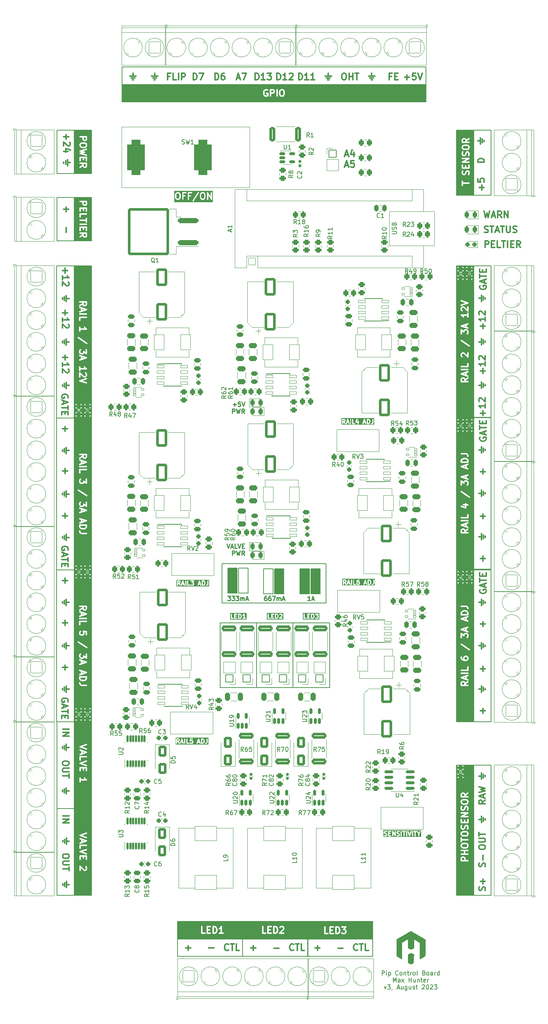
<source format=gbr>
%TF.GenerationSoftware,KiCad,Pcbnew,7.0.7*%
%TF.CreationDate,2023-09-28T18:22:02+01:00*%
%TF.ProjectId,pipcb,70697063-622e-46b6-9963-61645f706362,rev?*%
%TF.SameCoordinates,Original*%
%TF.FileFunction,Legend,Top*%
%TF.FilePolarity,Positive*%
%FSLAX46Y46*%
G04 Gerber Fmt 4.6, Leading zero omitted, Abs format (unit mm)*
G04 Created by KiCad (PCBNEW 7.0.7) date 2023-09-28 18:22:02*
%MOMM*%
%LPD*%
G01*
G04 APERTURE LIST*
G04 Aperture macros list*
%AMRoundRect*
0 Rectangle with rounded corners*
0 $1 Rounding radius*
0 $2 $3 $4 $5 $6 $7 $8 $9 X,Y pos of 4 corners*
0 Add a 4 corners polygon primitive as box body*
4,1,4,$2,$3,$4,$5,$6,$7,$8,$9,$2,$3,0*
0 Add four circle primitives for the rounded corners*
1,1,$1+$1,$2,$3*
1,1,$1+$1,$4,$5*
1,1,$1+$1,$6,$7*
1,1,$1+$1,$8,$9*
0 Add four rect primitives between the rounded corners*
20,1,$1+$1,$2,$3,$4,$5,0*
20,1,$1+$1,$4,$5,$6,$7,0*
20,1,$1+$1,$6,$7,$8,$9,0*
20,1,$1+$1,$8,$9,$2,$3,0*%
G04 Aperture macros list end*
%ADD10C,0.200000*%
%ADD11C,0.250000*%
%ADD12C,0.300000*%
%ADD13C,0.150000*%
%ADD14C,0.120000*%
%ADD15C,0.100000*%
%ADD16C,0.010000*%
%ADD17C,0.080000*%
%ADD18C,0.060000*%
%ADD19RoundRect,0.300000X-0.450000X0.262500X-0.450000X-0.262500X0.450000X-0.262500X0.450000X0.262500X0*%
%ADD20RoundRect,0.050000X1.300000X1.300000X-1.300000X1.300000X-1.300000X-1.300000X1.300000X-1.300000X0*%
%ADD21C,2.700000*%
%ADD22R,2.600000X3.100000*%
%ADD23RoundRect,0.050000X0.775000X0.300000X-0.775000X0.300000X-0.775000X-0.300000X0.775000X-0.300000X0*%
%ADD24RoundRect,0.300000X0.262500X0.450000X-0.262500X0.450000X-0.262500X-0.450000X0.262500X-0.450000X0*%
%ADD25RoundRect,0.300000X-0.650000X0.325000X-0.650000X-0.325000X0.650000X-0.325000X0.650000X0.325000X0*%
%ADD26RoundRect,0.300000X-0.262500X-0.450000X0.262500X-0.450000X0.262500X0.450000X-0.262500X0.450000X0*%
%ADD27RoundRect,0.300000X-0.475000X0.250000X-0.475000X-0.250000X0.475000X-0.250000X0.475000X0.250000X0*%
%ADD28RoundRect,0.300000X-1.000000X1.750000X-1.000000X-1.750000X1.000000X-1.750000X1.000000X1.750000X0*%
%ADD29RoundRect,0.293750X-0.456250X0.243750X-0.456250X-0.243750X0.456250X-0.243750X0.456250X0.243750X0*%
%ADD30RoundRect,0.300000X-0.650000X1.000000X-0.650000X-1.000000X0.650000X-1.000000X0.650000X1.000000X0*%
%ADD31RoundRect,0.200000X0.150000X-0.512500X0.150000X0.512500X-0.150000X0.512500X-0.150000X-0.512500X0*%
%ADD32RoundRect,0.293750X0.456250X-0.243750X0.456250X0.243750X-0.456250X0.243750X-0.456250X-0.243750X0*%
%ADD33C,1.540000*%
%ADD34RoundRect,0.050000X0.325000X0.200000X-0.325000X0.200000X-0.325000X-0.200000X0.325000X-0.200000X0*%
%ADD35RoundRect,0.293750X-0.243750X-0.456250X0.243750X-0.456250X0.243750X0.456250X-0.243750X0.456250X0*%
%ADD36RoundRect,0.275000X-0.225000X-0.250000X0.225000X-0.250000X0.225000X0.250000X-0.225000X0.250000X0*%
%ADD37RoundRect,0.275000X-0.250000X0.225000X-0.250000X-0.225000X0.250000X-0.225000X0.250000X0.225000X0*%
%ADD38RoundRect,0.300000X0.650000X-0.325000X0.650000X0.325000X-0.650000X0.325000X-0.650000X-0.325000X0*%
%ADD39C,4.400000*%
%ADD40RoundRect,0.300000X0.450000X-0.262500X0.450000X0.262500X-0.450000X0.262500X-0.450000X-0.262500X0*%
%ADD41RoundRect,0.300000X1.000000X-1.750000X1.000000X1.750000X-1.000000X1.750000X-1.000000X-1.750000X0*%
%ADD42RoundRect,0.300000X0.475000X-0.250000X0.475000X0.250000X-0.475000X0.250000X-0.475000X-0.250000X0*%
%ADD43RoundRect,0.300000X-0.250000X-0.475000X0.250000X-0.475000X0.250000X0.475000X-0.250000X0.475000X0*%
%ADD44RoundRect,0.300000X0.250000X0.475000X-0.250000X0.475000X-0.250000X-0.475000X0.250000X-0.475000X0*%
%ADD45RoundRect,0.050000X0.850000X0.850000X-0.850000X0.850000X-0.850000X-0.850000X0.850000X-0.850000X0*%
%ADD46O,1.800000X1.800000*%
%ADD47RoundRect,0.050000X-1.175000X-1.750000X1.175000X-1.750000X1.175000X1.750000X-1.175000X1.750000X0*%
%ADD48RoundRect,0.300000X-0.325000X-0.650000X0.325000X-0.650000X0.325000X0.650000X-0.325000X0.650000X0*%
%ADD49RoundRect,0.275000X0.250000X-0.225000X0.250000X0.225000X-0.250000X0.225000X-0.250000X-0.225000X0*%
%ADD50RoundRect,0.275000X0.225000X0.250000X-0.225000X0.250000X-0.225000X-0.250000X0.225000X-0.250000X0*%
%ADD51RoundRect,0.050000X1.300000X-1.300000X1.300000X1.300000X-1.300000X1.300000X-1.300000X-1.300000X0*%
%ADD52RoundRect,0.050000X-1.300000X1.300000X-1.300000X-1.300000X1.300000X-1.300000X1.300000X1.300000X0*%
%ADD53RoundRect,0.293750X0.243750X0.456250X-0.243750X0.456250X-0.243750X-0.456250X0.243750X-0.456250X0*%
%ADD54RoundRect,0.050000X1.175000X1.750000X-1.175000X1.750000X-1.175000X-1.750000X1.175000X-1.750000X0*%
%ADD55RoundRect,0.300000X-1.425000X0.362500X-1.425000X-0.362500X1.425000X-0.362500X1.425000X0.362500X0*%
%ADD56RoundRect,0.050000X-2.500000X1.650000X-2.500000X-1.650000X2.500000X-1.650000X2.500000X1.650000X0*%
%ADD57RoundRect,0.050000X-0.325000X-0.200000X0.325000X-0.200000X0.325000X0.200000X-0.325000X0.200000X0*%
%ADD58RoundRect,0.300000X2.050000X0.300000X-2.050000X0.300000X-2.050000X-0.300000X2.050000X-0.300000X0*%
%ADD59RoundRect,0.300002X4.449998X5.149998X-4.449998X5.149998X-4.449998X-5.149998X4.449998X-5.149998X0*%
%ADD60RoundRect,0.050000X-0.775000X-0.300000X0.775000X-0.300000X0.775000X0.300000X-0.775000X0.300000X0*%
%ADD61RoundRect,0.200000X0.825000X0.150000X-0.825000X0.150000X-0.825000X-0.150000X0.825000X-0.150000X0*%
%ADD62RoundRect,0.050000X-0.850000X-0.850000X0.850000X-0.850000X0.850000X0.850000X-0.850000X0.850000X0*%
%ADD63RoundRect,0.300000X1.425000X-0.362500X1.425000X0.362500X-1.425000X0.362500X-1.425000X-0.362500X0*%
%ADD64RoundRect,0.300000X0.650000X-1.000000X0.650000X1.000000X-0.650000X1.000000X-0.650000X-1.000000X0*%
%ADD65RoundRect,0.200000X-0.512500X-0.150000X0.512500X-0.150000X0.512500X0.150000X-0.512500X0.150000X0*%
%ADD66R,3.100000X3.000000*%
%ADD67RoundRect,0.150000X0.100000X-0.687500X0.100000X0.687500X-0.100000X0.687500X-0.100000X-0.687500X0*%
%ADD68RoundRect,0.050000X-1.300000X-1.300000X1.300000X-1.300000X1.300000X1.300000X-1.300000X1.300000X0*%
%ADD69RoundRect,0.190000X0.170000X-0.140000X0.170000X0.140000X-0.170000X0.140000X-0.170000X-0.140000X0*%
%ADD70RoundRect,0.300000X0.362500X1.425000X-0.362500X1.425000X-0.362500X-1.425000X0.362500X-1.425000X0*%
%ADD71RoundRect,0.268750X0.218750X0.256250X-0.218750X0.256250X-0.218750X-0.256250X0.218750X-0.256250X0*%
%ADD72RoundRect,0.190000X-0.170000X0.140000X-0.170000X-0.140000X0.170000X-0.140000X0.170000X0.140000X0*%
%ADD73RoundRect,1.050000X-1.000000X-3.000000X1.000000X-3.000000X1.000000X3.000000X-1.000000X3.000000X0*%
%ADD74RoundRect,0.050000X0.800000X-0.800000X0.800000X0.800000X-0.800000X0.800000X-0.800000X-0.800000X0*%
%ADD75O,1.700000X1.700000*%
G04 APERTURE END LIST*
D10*
X44390000Y-80125000D02*
X46540000Y-80125000D01*
X46540000Y-85875000D01*
X44390000Y-85875000D01*
X44390000Y-80125000D01*
G36*
X44390000Y-80125000D02*
G01*
X46540000Y-80125000D01*
X46540000Y-85875000D01*
X44390000Y-85875000D01*
X44390000Y-80125000D01*
G37*
X42640000Y-92750000D02*
X51040000Y-92750000D01*
X51040000Y-107650000D01*
X42640000Y-107650000D01*
X42640000Y-92750000D01*
X5040000Y20750000D02*
X9040000Y20750000D01*
X9040000Y10750000D01*
X5040000Y10750000D01*
X5040000Y20750000D01*
X97040000Y-45400001D02*
X101040000Y-45400001D01*
X101040000Y-80400001D01*
X97040000Y-80400001D01*
X97040000Y-45400001D01*
G36*
X97040000Y-45400001D02*
G01*
X101040000Y-45400001D01*
X101040000Y-80400001D01*
X97040000Y-80400001D01*
X97040000Y-45400001D01*
G37*
X97040000Y20750000D02*
X101040000Y20750000D01*
X101040000Y5750000D01*
X97040000Y5750000D01*
X97040000Y20750000D01*
G36*
X97040000Y20750000D02*
G01*
X101040000Y20750000D01*
X101040000Y5750000D01*
X97040000Y5750000D01*
X97040000Y20750000D01*
G37*
X59440000Y-92750000D02*
X67840000Y-92750000D01*
X67840000Y-107650000D01*
X59440000Y-107650000D01*
X59440000Y-92750000D01*
X101040000Y-80500000D02*
X105040000Y-80500000D01*
X105040000Y-115500000D01*
X101040000Y-115500000D01*
X101040000Y-80500000D01*
X5040000Y-135500000D02*
X9040000Y-135500000D01*
X9040000Y-155500000D01*
X5040000Y-155500000D01*
X5040000Y-135500000D01*
X5040000Y5250000D02*
X9040000Y5250000D01*
X9040000Y-4750000D01*
X5040000Y-4750000D01*
X5040000Y5250000D01*
X97040000Y-10500001D02*
X101040000Y-10500001D01*
X101040000Y-45500001D01*
X97040000Y-45500001D01*
X97040000Y-10500001D01*
G36*
X97040000Y-10500001D02*
G01*
X101040000Y-10500001D01*
X101040000Y-45500001D01*
X97040000Y-45500001D01*
X97040000Y-10500001D01*
G37*
X51040000Y-92750000D02*
X59440000Y-92750000D01*
X59440000Y-107650000D01*
X51040000Y-107650000D01*
X51040000Y-92750000D01*
X47840000Y-165520000D02*
X62840000Y-165520000D01*
X62840000Y-169520000D01*
X47840000Y-169520000D01*
X47840000Y-165520000D01*
X32790000Y-161500000D02*
X77790000Y-161500000D01*
X77790000Y-165500000D01*
X32790000Y-165500000D01*
X32790000Y-161500000D01*
G36*
X32790000Y-161500000D02*
G01*
X77790000Y-161500000D01*
X77790000Y-165500000D01*
X32790000Y-165500000D01*
X32790000Y-161500000D01*
G37*
X63540000Y-80250000D02*
X65690000Y-80250000D01*
X65690000Y-86000000D01*
X63540000Y-86000000D01*
X63540000Y-80250000D01*
G36*
X63540000Y-80250000D02*
G01*
X65690000Y-80250000D01*
X65690000Y-86000000D01*
X63540000Y-86000000D01*
X63540000Y-80250000D01*
G37*
X5000000Y-10550000D02*
X9000000Y-10550000D01*
X9000000Y-45550000D01*
X5000000Y-45550000D01*
X5000000Y-10550000D01*
X97040000Y-125500000D02*
X101040000Y-125500000D01*
X101040000Y-155500000D01*
X97040000Y-155500000D01*
X97040000Y-125500000D01*
G36*
X97040000Y-125500000D02*
G01*
X101040000Y-125500000D01*
X101040000Y-155500000D01*
X97040000Y-155500000D01*
X97040000Y-125500000D01*
G37*
X62790000Y-165520000D02*
X77790000Y-165520000D01*
X77790000Y-169520000D01*
X62790000Y-169520000D01*
X62790000Y-165520000D01*
X55140000Y-80250000D02*
X57290000Y-80250000D01*
X57290000Y-86000000D01*
X55140000Y-86000000D01*
X55140000Y-80250000D01*
G36*
X55140000Y-80250000D02*
G01*
X57290000Y-80250000D01*
X57290000Y-86000000D01*
X55140000Y-86000000D01*
X55140000Y-80250000D01*
G37*
X9000000Y-10550000D02*
X13000000Y-10550000D01*
X13000000Y-45550000D01*
X9000000Y-45550000D01*
X9000000Y-10550000D01*
G36*
X9000000Y-10550000D02*
G01*
X13000000Y-10550000D01*
X13000000Y-45550000D01*
X9000000Y-45550000D01*
X9000000Y-10550000D01*
G37*
X32780000Y-165500000D02*
X47780000Y-165500000D01*
X47780000Y-169500000D01*
X32780000Y-169500000D01*
X32780000Y-165500000D01*
X9000000Y-115500000D02*
X13000000Y-115500000D01*
X13000000Y-135500000D01*
X9000000Y-135500000D01*
X9000000Y-115500000D01*
G36*
X9000000Y-115500000D02*
G01*
X13000000Y-115500000D01*
X13000000Y-135500000D01*
X9000000Y-135500000D01*
X9000000Y-115500000D01*
G37*
X101040000Y-125500000D02*
X105040000Y-125500000D01*
X105040000Y-155500000D01*
X101040000Y-155500000D01*
X101040000Y-125500000D01*
X20040000Y31250000D02*
X90040000Y31250000D01*
X90040000Y27250000D01*
X20040000Y27250000D01*
X20040000Y31250000D01*
G36*
X20040000Y31250000D02*
G01*
X90040000Y31250000D01*
X90040000Y27250000D01*
X20040000Y27250000D01*
X20040000Y31250000D01*
G37*
X5000000Y-45550000D02*
X9000000Y-45550000D01*
X9000000Y-80550000D01*
X5000000Y-80550000D01*
X5000000Y-45550000D01*
X97040000Y-80500000D02*
X101040000Y-80500000D01*
X101040000Y-115500000D01*
X97040000Y-115500000D01*
X97040000Y-80500000D01*
G36*
X97040000Y-80500000D02*
G01*
X101040000Y-80500000D01*
X101040000Y-115500000D01*
X97040000Y-115500000D01*
X97040000Y-80500000D01*
G37*
X5000000Y-80500001D02*
X9000000Y-80500001D01*
X9000000Y-115500001D01*
X5000000Y-115500001D01*
X5000000Y-80500001D01*
X61040000Y-80250000D02*
X63190000Y-80250000D01*
X63190000Y-86000000D01*
X61040000Y-86000000D01*
X61040000Y-80250000D01*
G36*
X61040000Y-80250000D02*
G01*
X63190000Y-80250000D01*
X63190000Y-86000000D01*
X61040000Y-86000000D01*
X61040000Y-80250000D01*
G37*
X5040000Y-115500000D02*
X9040000Y-115500000D01*
X9040000Y-135500000D01*
X5040000Y-135500000D01*
X5040000Y-115500000D01*
X43040000Y-79125000D02*
X67040000Y-79125000D01*
X67040000Y-88125000D01*
X43040000Y-88125000D01*
X43040000Y-79125000D01*
X101040000Y20750000D02*
X105040000Y20750000D01*
X105040000Y5750000D01*
X101040000Y5750000D01*
X101040000Y20750000D01*
X9000000Y-45550000D02*
X13000000Y-45550000D01*
X13000000Y-80550000D01*
X9000000Y-80550000D01*
X9000000Y-45550000D01*
G36*
X9000000Y-45550000D02*
G01*
X13000000Y-45550000D01*
X13000000Y-80550000D01*
X9000000Y-80550000D01*
X9000000Y-45550000D01*
G37*
X9000000Y-80500000D02*
X13000000Y-80500000D01*
X13000000Y-115500000D01*
X9000000Y-115500000D01*
X9000000Y-80500000D01*
G36*
X9000000Y-80500000D02*
G01*
X13000000Y-80500000D01*
X13000000Y-115500000D01*
X9000000Y-115500000D01*
X9000000Y-80500000D01*
G37*
X46890000Y-80125000D02*
X49040000Y-80125000D01*
X49040000Y-85875000D01*
X46890000Y-85875000D01*
X46890000Y-80125000D01*
X52640000Y-80250000D02*
X54790000Y-80250000D01*
X54790000Y-86000000D01*
X52640000Y-86000000D01*
X52640000Y-80250000D01*
X20040000Y35250000D02*
X90040000Y35250000D01*
X90040000Y31250000D01*
X20040000Y31250000D01*
X20040000Y35250000D01*
X101040000Y-45400001D02*
X105040000Y-45400001D01*
X105040000Y-80400001D01*
X101040000Y-80400001D01*
X101040000Y-45400001D01*
X101040000Y-10500001D02*
X105040000Y-10500001D01*
X105040000Y-45500001D01*
X101040000Y-45500001D01*
X101040000Y-10500001D01*
X9040000Y5250000D02*
X13040000Y5250000D01*
X13040000Y-4750000D01*
X9040000Y-4750000D01*
X9040000Y5250000D01*
G36*
X9040000Y5250000D02*
G01*
X13040000Y5250000D01*
X13040000Y-4750000D01*
X9040000Y-4750000D01*
X9040000Y5250000D01*
G37*
X9040000Y20750000D02*
X13040000Y20750000D01*
X13040000Y10750000D01*
X9040000Y10750000D01*
X9040000Y20750000D01*
G36*
X9040000Y20750000D02*
G01*
X13040000Y20750000D01*
X13040000Y10750000D01*
X9040000Y10750000D01*
X9040000Y20750000D01*
G37*
X9040000Y-135500000D02*
X13040000Y-135500000D01*
X13040000Y-155500000D01*
X9040000Y-155500000D01*
X9040000Y-135500000D01*
G36*
X9040000Y-135500000D02*
G01*
X13040000Y-135500000D01*
X13040000Y-155500000D01*
X9040000Y-155500000D01*
X9040000Y-135500000D01*
G37*
D11*
X63397142Y-87574619D02*
X62825714Y-87574619D01*
X63111428Y-87574619D02*
X63111428Y-86574619D01*
X63111428Y-86574619D02*
X63016190Y-86717476D01*
X63016190Y-86717476D02*
X62920952Y-86812714D01*
X62920952Y-86812714D02*
X62825714Y-86860333D01*
X63778095Y-87288904D02*
X64254285Y-87288904D01*
X63682857Y-87574619D02*
X64016190Y-86574619D01*
X64016190Y-86574619D02*
X64349523Y-87574619D01*
D12*
X7811671Y-124912500D02*
X7811671Y-125198214D01*
X7811671Y-125198214D02*
X7740242Y-125341071D01*
X7740242Y-125341071D02*
X7597385Y-125483928D01*
X7597385Y-125483928D02*
X7311671Y-125555357D01*
X7311671Y-125555357D02*
X6811671Y-125555357D01*
X6811671Y-125555357D02*
X6525957Y-125483928D01*
X6525957Y-125483928D02*
X6383100Y-125341071D01*
X6383100Y-125341071D02*
X6311671Y-125198214D01*
X6311671Y-125198214D02*
X6311671Y-124912500D01*
X6311671Y-124912500D02*
X6383100Y-124769643D01*
X6383100Y-124769643D02*
X6525957Y-124626785D01*
X6525957Y-124626785D02*
X6811671Y-124555357D01*
X6811671Y-124555357D02*
X7311671Y-124555357D01*
X7311671Y-124555357D02*
X7597385Y-124626785D01*
X7597385Y-124626785D02*
X7740242Y-124769643D01*
X7740242Y-124769643D02*
X7811671Y-124912500D01*
X7811671Y-126198214D02*
X6597385Y-126198214D01*
X6597385Y-126198214D02*
X6454528Y-126269643D01*
X6454528Y-126269643D02*
X6383100Y-126341072D01*
X6383100Y-126341072D02*
X6311671Y-126483929D01*
X6311671Y-126483929D02*
X6311671Y-126769643D01*
X6311671Y-126769643D02*
X6383100Y-126912500D01*
X6383100Y-126912500D02*
X6454528Y-126983929D01*
X6454528Y-126983929D02*
X6597385Y-127055357D01*
X6597385Y-127055357D02*
X7811671Y-127055357D01*
X7811671Y-127555358D02*
X7811671Y-128412501D01*
X6311671Y-127983929D02*
X7811671Y-127983929D01*
X103718328Y-133535714D02*
X103004042Y-134035714D01*
X103718328Y-134392857D02*
X102218328Y-134392857D01*
X102218328Y-134392857D02*
X102218328Y-133821428D01*
X102218328Y-133821428D02*
X102289757Y-133678571D01*
X102289757Y-133678571D02*
X102361185Y-133607142D01*
X102361185Y-133607142D02*
X102504042Y-133535714D01*
X102504042Y-133535714D02*
X102718328Y-133535714D01*
X102718328Y-133535714D02*
X102861185Y-133607142D01*
X102861185Y-133607142D02*
X102932614Y-133678571D01*
X102932614Y-133678571D02*
X103004042Y-133821428D01*
X103004042Y-133821428D02*
X103004042Y-134392857D01*
X103289757Y-132964285D02*
X103289757Y-132250000D01*
X103718328Y-133107142D02*
X102218328Y-132607142D01*
X102218328Y-132607142D02*
X103718328Y-132107142D01*
X102218328Y-131750000D02*
X103718328Y-131392857D01*
X103718328Y-131392857D02*
X102646900Y-131107143D01*
X102646900Y-131107143D02*
X103718328Y-130821428D01*
X103718328Y-130821428D02*
X102218328Y-130464286D01*
X82075714Y33107385D02*
X81575714Y33107385D01*
X81575714Y32321671D02*
X81575714Y33821671D01*
X81575714Y33821671D02*
X82290000Y33821671D01*
X82861428Y33107385D02*
X83361428Y33107385D01*
X83575714Y32321671D02*
X82861428Y32321671D01*
X82861428Y32321671D02*
X82861428Y33821671D01*
X82861428Y33821671D02*
X83575714Y33821671D01*
X6893100Y-92133336D02*
X6893100Y-93276194D01*
X6321671Y-92704765D02*
X7464528Y-92704765D01*
X102489757Y-15100000D02*
X102418328Y-15242858D01*
X102418328Y-15242858D02*
X102418328Y-15457143D01*
X102418328Y-15457143D02*
X102489757Y-15671429D01*
X102489757Y-15671429D02*
X102632614Y-15814286D01*
X102632614Y-15814286D02*
X102775471Y-15885715D01*
X102775471Y-15885715D02*
X103061185Y-15957143D01*
X103061185Y-15957143D02*
X103275471Y-15957143D01*
X103275471Y-15957143D02*
X103561185Y-15885715D01*
X103561185Y-15885715D02*
X103704042Y-15814286D01*
X103704042Y-15814286D02*
X103846900Y-15671429D01*
X103846900Y-15671429D02*
X103918328Y-15457143D01*
X103918328Y-15457143D02*
X103918328Y-15314286D01*
X103918328Y-15314286D02*
X103846900Y-15100000D01*
X103846900Y-15100000D02*
X103775471Y-15028572D01*
X103775471Y-15028572D02*
X103275471Y-15028572D01*
X103275471Y-15028572D02*
X103275471Y-15314286D01*
X103489757Y-14457143D02*
X103489757Y-13742858D01*
X103918328Y-14600000D02*
X102418328Y-14100000D01*
X102418328Y-14100000D02*
X103918328Y-13600000D01*
X102418328Y-13314286D02*
X102418328Y-12457144D01*
X103918328Y-12885715D02*
X102418328Y-12885715D01*
X103132614Y-11957144D02*
X103132614Y-11457144D01*
X103918328Y-11242858D02*
X103918328Y-11957144D01*
X103918328Y-11957144D02*
X102418328Y-11957144D01*
X102418328Y-11957144D02*
X102418328Y-11242858D01*
X7178814Y-62335714D02*
X7178814Y-63764286D01*
X6750242Y-62621429D02*
X6750242Y-63478571D01*
X7821671Y-63050000D02*
X7178814Y-63050000D01*
X6321671Y-63192857D02*
X6321671Y-62907143D01*
X6893100Y-82428572D02*
X6893100Y-83571430D01*
X6321671Y-83000001D02*
X7464528Y-83000001D01*
X40018571Y-167606900D02*
X41161429Y-167606900D01*
G36*
X33094002Y6126963D02*
G01*
X33190268Y6030697D01*
X33247142Y5803206D01*
X33247142Y5340135D01*
X33190268Y5112644D01*
X33094002Y5016378D01*
X33004589Y4971671D01*
X32789695Y4971671D01*
X32700281Y5016377D01*
X32604014Y5112645D01*
X32547142Y5340134D01*
X32547142Y5803207D01*
X32604014Y6030696D01*
X32700281Y6126964D01*
X32789695Y6171671D01*
X33004589Y6171671D01*
X33094002Y6126963D01*
G37*
G36*
X38808288Y6126963D02*
G01*
X38904554Y6030697D01*
X38961428Y5803206D01*
X38961428Y5340135D01*
X38904554Y5112644D01*
X38808288Y5016378D01*
X38718875Y4971671D01*
X38503981Y4971671D01*
X38414567Y5016377D01*
X38318300Y5112645D01*
X38261428Y5340134D01*
X38261428Y5803207D01*
X38318300Y6030696D01*
X38414567Y6126964D01*
X38503981Y6171671D01*
X38718875Y6171671D01*
X38808288Y6126963D01*
G37*
G36*
X40975714Y4100553D02*
G01*
X32032856Y4100553D01*
X32032856Y4474182D01*
X36247453Y4474182D01*
X36262680Y4398044D01*
X36313937Y4339720D01*
X36387488Y4314839D01*
X36463626Y4330066D01*
X36521950Y4381323D01*
X37148848Y5321671D01*
X37961428Y5321671D01*
X37966218Y5303793D01*
X37965907Y5285291D01*
X38037335Y4999577D01*
X38037967Y4998438D01*
X38037967Y4997134D01*
X38056779Y4964550D01*
X38075021Y4931690D01*
X38076138Y4931019D01*
X38076790Y4929891D01*
X38219648Y4787034D01*
X38240562Y4774958D01*
X38258632Y4758936D01*
X38401488Y4687507D01*
X38435270Y4680593D01*
X38468571Y4671671D01*
X38754285Y4671671D01*
X38787586Y4680594D01*
X38821367Y4687507D01*
X38964224Y4758936D01*
X38982292Y4774958D01*
X39003208Y4787034D01*
X39037845Y4821671D01*
X39604285Y4821671D01*
X39624381Y4746671D01*
X39679285Y4691767D01*
X39754285Y4671671D01*
X39829285Y4691767D01*
X39884189Y4746671D01*
X39904285Y4821671D01*
X39904285Y5756837D01*
X40481192Y4747250D01*
X40481434Y4747005D01*
X40481524Y4746671D01*
X40508744Y4719450D01*
X40535850Y4692102D01*
X40536184Y4692010D01*
X40536428Y4691767D01*
X40573528Y4681826D01*
X40610760Y4671672D01*
X40611095Y4671760D01*
X40611428Y4671671D01*
X40648527Y4681611D01*
X40685849Y4691434D01*
X40686094Y4691677D01*
X40686428Y4691767D01*
X40713592Y4718931D01*
X40740997Y4746093D01*
X40741088Y4746427D01*
X40741332Y4746671D01*
X40751272Y4783771D01*
X40761427Y4821003D01*
X40761338Y4821338D01*
X40761428Y4821671D01*
X40761428Y6321671D01*
X40741332Y6396671D01*
X40686428Y6451575D01*
X40611428Y6471671D01*
X40536428Y6451575D01*
X40481524Y6396671D01*
X40461428Y6321671D01*
X40461428Y5386506D01*
X39884521Y6396092D01*
X39884278Y6396336D01*
X39884189Y6396671D01*
X39856968Y6423891D01*
X39829863Y6451240D01*
X39829528Y6451331D01*
X39829285Y6451575D01*
X39792184Y6461515D01*
X39754953Y6471670D01*
X39754617Y6471581D01*
X39754285Y6471671D01*
X39717079Y6461701D01*
X39679864Y6451907D01*
X39679619Y6451664D01*
X39679285Y6451575D01*
X39652064Y6424354D01*
X39624716Y6397249D01*
X39624624Y6396914D01*
X39624381Y6396671D01*
X39614440Y6359570D01*
X39604286Y6322339D01*
X39604374Y6322003D01*
X39604285Y6321671D01*
X39604285Y4821671D01*
X39037845Y4821671D01*
X39146065Y4929891D01*
X39146716Y4931019D01*
X39147834Y4931690D01*
X39166082Y4964562D01*
X39184888Y4997134D01*
X39184888Y4998437D01*
X39185520Y4999576D01*
X39256949Y5285290D01*
X39256637Y5303794D01*
X39261428Y5321671D01*
X39261428Y5821671D01*
X39256637Y5839547D01*
X39256949Y5858052D01*
X39185520Y6143766D01*
X39184888Y6144904D01*
X39184888Y6146208D01*
X39166082Y6178779D01*
X39147834Y6211652D01*
X39146716Y6212322D01*
X39146065Y6213451D01*
X39003208Y6356308D01*
X38982292Y6368383D01*
X38964224Y6384406D01*
X38821367Y6455835D01*
X38787586Y6462747D01*
X38754285Y6471671D01*
X38468571Y6471671D01*
X38435270Y6462748D01*
X38401488Y6455835D01*
X38258632Y6384406D01*
X38240562Y6368383D01*
X38219648Y6356308D01*
X38076790Y6213451D01*
X38076138Y6212322D01*
X38075021Y6211652D01*
X38056779Y6178791D01*
X38037967Y6146208D01*
X38037967Y6144903D01*
X38037335Y6143765D01*
X37965907Y5858051D01*
X37966218Y5839548D01*
X37961428Y5821671D01*
X37961428Y5321671D01*
X37148848Y5321671D01*
X37807664Y6309895D01*
X37832545Y6383446D01*
X37817318Y6459584D01*
X37766061Y6517908D01*
X37692510Y6542789D01*
X37616372Y6527562D01*
X37558049Y6476305D01*
X36272334Y4547733D01*
X36247453Y4474182D01*
X32032856Y4474182D01*
X32032856Y5321671D01*
X32247142Y5321671D01*
X32251932Y5303793D01*
X32251621Y5285291D01*
X32323049Y4999577D01*
X32323681Y4998438D01*
X32323681Y4997134D01*
X32342493Y4964550D01*
X32360735Y4931690D01*
X32361852Y4931019D01*
X32362504Y4929891D01*
X32505362Y4787034D01*
X32526276Y4774958D01*
X32544346Y4758936D01*
X32687202Y4687507D01*
X32720984Y4680593D01*
X32754285Y4671671D01*
X33039999Y4671671D01*
X33073300Y4680594D01*
X33107081Y4687507D01*
X33249938Y4758936D01*
X33268006Y4774958D01*
X33288922Y4787034D01*
X33323559Y4821671D01*
X33889999Y4821671D01*
X33910095Y4746671D01*
X33964999Y4691767D01*
X34039999Y4671671D01*
X34114999Y4691767D01*
X34169903Y4746671D01*
X34189999Y4821671D01*
X35175713Y4821671D01*
X35195809Y4746671D01*
X35250713Y4691767D01*
X35325713Y4671671D01*
X35400713Y4691767D01*
X35455617Y4746671D01*
X35475713Y4821671D01*
X35475713Y5457385D01*
X35825713Y5457385D01*
X35900713Y5477481D01*
X35955617Y5532385D01*
X35975713Y5607385D01*
X35955617Y5682385D01*
X35900713Y5737289D01*
X35825713Y5757385D01*
X35475713Y5757385D01*
X35475713Y6171671D01*
X36039999Y6171671D01*
X36114999Y6191767D01*
X36169903Y6246671D01*
X36189999Y6321671D01*
X36169903Y6396671D01*
X36114999Y6451575D01*
X36039999Y6471671D01*
X35325713Y6471671D01*
X35250713Y6451575D01*
X35195809Y6396671D01*
X35175713Y6321671D01*
X35175713Y4821671D01*
X34189999Y4821671D01*
X34189999Y5457385D01*
X34539999Y5457385D01*
X34614999Y5477481D01*
X34669903Y5532385D01*
X34689999Y5607385D01*
X34669903Y5682385D01*
X34614999Y5737289D01*
X34539999Y5757385D01*
X34189999Y5757385D01*
X34189999Y6171671D01*
X34754285Y6171671D01*
X34829285Y6191767D01*
X34884189Y6246671D01*
X34904285Y6321671D01*
X34884189Y6396671D01*
X34829285Y6451575D01*
X34754285Y6471671D01*
X34039999Y6471671D01*
X33964999Y6451575D01*
X33910095Y6396671D01*
X33889999Y6321671D01*
X33889999Y4821671D01*
X33323559Y4821671D01*
X33431779Y4929891D01*
X33432430Y4931019D01*
X33433548Y4931690D01*
X33451796Y4964562D01*
X33470602Y4997134D01*
X33470601Y4998437D01*
X33471234Y4999576D01*
X33542663Y5285290D01*
X33542351Y5303794D01*
X33547142Y5321671D01*
X33547142Y5821671D01*
X33542351Y5839547D01*
X33542663Y5858052D01*
X33471234Y6143766D01*
X33470601Y6144904D01*
X33470602Y6146208D01*
X33451796Y6178779D01*
X33433548Y6211652D01*
X33432430Y6212322D01*
X33431779Y6213451D01*
X33288922Y6356308D01*
X33268006Y6368383D01*
X33249938Y6384406D01*
X33107081Y6455835D01*
X33073300Y6462747D01*
X33039999Y6471671D01*
X32754285Y6471671D01*
X32720984Y6462748D01*
X32687202Y6455835D01*
X32544346Y6384406D01*
X32526276Y6368383D01*
X32505362Y6356308D01*
X32362504Y6213451D01*
X32361852Y6212322D01*
X32360735Y6211652D01*
X32342493Y6178791D01*
X32323681Y6146208D01*
X32323681Y6144903D01*
X32323049Y6143765D01*
X32251621Y5858051D01*
X32251932Y5839548D01*
X32247142Y5821671D01*
X32247142Y5321671D01*
X32032856Y5321671D01*
X32032856Y6757075D01*
X40975714Y6757075D01*
X40975714Y4100553D01*
G37*
X7861671Y-146300000D02*
X7861671Y-146585714D01*
X7861671Y-146585714D02*
X7790242Y-146728571D01*
X7790242Y-146728571D02*
X7647385Y-146871428D01*
X7647385Y-146871428D02*
X7361671Y-146942857D01*
X7361671Y-146942857D02*
X6861671Y-146942857D01*
X6861671Y-146942857D02*
X6575957Y-146871428D01*
X6575957Y-146871428D02*
X6433100Y-146728571D01*
X6433100Y-146728571D02*
X6361671Y-146585714D01*
X6361671Y-146585714D02*
X6361671Y-146300000D01*
X6361671Y-146300000D02*
X6433100Y-146157143D01*
X6433100Y-146157143D02*
X6575957Y-146014285D01*
X6575957Y-146014285D02*
X6861671Y-145942857D01*
X6861671Y-145942857D02*
X7361671Y-145942857D01*
X7361671Y-145942857D02*
X7647385Y-146014285D01*
X7647385Y-146014285D02*
X7790242Y-146157143D01*
X7790242Y-146157143D02*
X7861671Y-146300000D01*
X7861671Y-147585714D02*
X6647385Y-147585714D01*
X6647385Y-147585714D02*
X6504528Y-147657143D01*
X6504528Y-147657143D02*
X6433100Y-147728572D01*
X6433100Y-147728572D02*
X6361671Y-147871429D01*
X6361671Y-147871429D02*
X6361671Y-148157143D01*
X6361671Y-148157143D02*
X6433100Y-148300000D01*
X6433100Y-148300000D02*
X6504528Y-148371429D01*
X6504528Y-148371429D02*
X6647385Y-148442857D01*
X6647385Y-148442857D02*
X7861671Y-148442857D01*
X7861671Y-148942858D02*
X7861671Y-149800001D01*
X6361671Y-149371429D02*
X7861671Y-149371429D01*
X102861185Y-73614286D02*
X102861185Y-72185714D01*
X103289757Y-73328572D02*
X103289757Y-72471429D01*
X102218328Y-72900000D02*
X102861185Y-72900000D01*
X103718328Y-72757143D02*
X103718328Y-73042857D01*
X103146900Y-25000000D02*
X103146900Y-23857143D01*
X103718328Y-24428571D02*
X102575471Y-24428571D01*
X103718328Y-22357142D02*
X103718328Y-23214285D01*
X103718328Y-22785714D02*
X102218328Y-22785714D01*
X102218328Y-22785714D02*
X102432614Y-22928571D01*
X102432614Y-22928571D02*
X102575471Y-23071428D01*
X102575471Y-23071428D02*
X102646900Y-23214285D01*
X102361185Y-21785714D02*
X102289757Y-21714286D01*
X102289757Y-21714286D02*
X102218328Y-21571429D01*
X102218328Y-21571429D02*
X102218328Y-21214286D01*
X102218328Y-21214286D02*
X102289757Y-21071429D01*
X102289757Y-21071429D02*
X102361185Y-21000000D01*
X102361185Y-21000000D02*
X102504042Y-20928571D01*
X102504042Y-20928571D02*
X102646900Y-20928571D01*
X102646900Y-20928571D02*
X102861185Y-21000000D01*
X102861185Y-21000000D02*
X103718328Y-21857143D01*
X103718328Y-21857143D02*
X103718328Y-20928571D01*
D11*
G36*
X55722477Y-90856491D02*
G01*
X55782505Y-90916519D01*
X55814916Y-90981342D01*
X55855476Y-91143579D01*
X55855476Y-91255658D01*
X55814916Y-91417894D01*
X55782506Y-91482715D01*
X55722476Y-91542746D01*
X55626860Y-91574619D01*
X55534048Y-91574619D01*
X55534048Y-90824619D01*
X55626860Y-90824619D01*
X55722477Y-90856491D01*
G37*
G36*
X57200714Y-91967476D02*
G01*
X53426905Y-91967476D01*
X53426905Y-91699619D01*
X53569762Y-91699619D01*
X53572332Y-91708374D01*
X53571034Y-91717408D01*
X53582100Y-91741640D01*
X53589605Y-91767199D01*
X53596501Y-91773174D01*
X53600293Y-91781477D01*
X53622705Y-91795880D01*
X53642835Y-91813323D01*
X53651867Y-91814621D01*
X53659545Y-91819556D01*
X53694762Y-91824619D01*
X54170952Y-91824619D01*
X54238532Y-91804776D01*
X54284656Y-91751546D01*
X54292122Y-91699619D01*
X54379286Y-91699619D01*
X54381856Y-91708374D01*
X54380558Y-91717408D01*
X54391624Y-91741640D01*
X54399129Y-91767199D01*
X54406025Y-91773174D01*
X54409817Y-91781477D01*
X54432229Y-91795880D01*
X54452359Y-91813323D01*
X54461391Y-91814621D01*
X54469069Y-91819556D01*
X54504286Y-91824619D01*
X54980476Y-91824619D01*
X55048056Y-91804776D01*
X55094180Y-91751546D01*
X55101646Y-91699619D01*
X55284048Y-91699619D01*
X55286618Y-91708374D01*
X55285320Y-91717408D01*
X55296386Y-91741640D01*
X55303891Y-91767199D01*
X55310787Y-91773174D01*
X55314579Y-91781477D01*
X55336991Y-91795880D01*
X55357121Y-91813323D01*
X55366153Y-91814621D01*
X55373831Y-91819556D01*
X55409048Y-91824619D01*
X55647143Y-91824619D01*
X55649389Y-91823959D01*
X55651661Y-91824538D01*
X55686671Y-91818204D01*
X55829528Y-91770586D01*
X55838833Y-91764118D01*
X55849907Y-91761710D01*
X55878389Y-91740388D01*
X55901369Y-91717408D01*
X56190082Y-91717408D01*
X56195722Y-91729758D01*
X56196691Y-91743302D01*
X56210067Y-91761171D01*
X56219341Y-91781477D01*
X56230763Y-91788817D01*
X56238900Y-91799687D01*
X56259814Y-91807487D01*
X56278593Y-91819556D01*
X56300687Y-91822732D01*
X56304893Y-91824301D01*
X56307560Y-91823720D01*
X56313810Y-91824619D01*
X56932857Y-91824619D01*
X57000437Y-91804776D01*
X57046561Y-91751546D01*
X57056585Y-91681830D01*
X57027326Y-91617761D01*
X56968074Y-91579682D01*
X56932857Y-91574619D01*
X56615586Y-91574619D01*
X56973626Y-91216578D01*
X56979055Y-91206634D01*
X56987884Y-91199527D01*
X57003823Y-91167718D01*
X57051442Y-91024862D01*
X57051526Y-91022522D01*
X57052794Y-91020550D01*
X57057857Y-90985333D01*
X57057857Y-90890095D01*
X57054664Y-90879222D01*
X57055881Y-90867956D01*
X57044660Y-90834193D01*
X56997041Y-90738955D01*
X56995446Y-90737240D01*
X56994948Y-90734951D01*
X56973626Y-90706468D01*
X56926007Y-90658850D01*
X56923952Y-90657728D01*
X56922755Y-90655712D01*
X56893520Y-90635434D01*
X56798283Y-90587816D01*
X56787132Y-90585809D01*
X56777598Y-90579682D01*
X56742381Y-90574619D01*
X56504286Y-90574619D01*
X56493413Y-90577811D01*
X56482147Y-90576595D01*
X56448384Y-90587816D01*
X56353146Y-90635435D01*
X56351431Y-90637029D01*
X56349142Y-90637528D01*
X56320659Y-90658850D01*
X56273041Y-90706469D01*
X56239285Y-90768286D01*
X56244310Y-90838540D01*
X56286519Y-90894925D01*
X56352512Y-90919539D01*
X56421335Y-90904567D01*
X56449817Y-90883245D01*
X56483093Y-90849969D01*
X56533795Y-90824619D01*
X56712873Y-90824619D01*
X56763574Y-90849969D01*
X56782506Y-90868902D01*
X56807857Y-90919603D01*
X56807857Y-90965047D01*
X56775984Y-91060667D01*
X56225422Y-91611231D01*
X56214724Y-91630821D01*
X56200106Y-91647692D01*
X56198173Y-91661130D01*
X56191666Y-91673048D01*
X56193258Y-91695314D01*
X56190082Y-91717408D01*
X55901369Y-91717408D01*
X55973627Y-91645149D01*
X55974749Y-91643092D01*
X55976763Y-91641897D01*
X55997041Y-91612663D01*
X56044660Y-91517425D01*
X56045435Y-91513114D01*
X56054125Y-91491840D01*
X56101744Y-91301364D01*
X56101605Y-91297966D01*
X56105476Y-91271047D01*
X56105476Y-91128190D01*
X56104517Y-91124927D01*
X56101744Y-91097873D01*
X56054125Y-90907397D01*
X56051906Y-90903614D01*
X56044660Y-90881812D01*
X55997041Y-90786574D01*
X55995447Y-90784860D01*
X55994949Y-90782570D01*
X55973626Y-90754088D01*
X55878388Y-90658850D01*
X55868444Y-90653420D01*
X55861337Y-90644592D01*
X55829528Y-90628652D01*
X55686671Y-90581034D01*
X55684332Y-90580949D01*
X55682360Y-90579682D01*
X55647143Y-90574619D01*
X55409048Y-90574619D01*
X55400292Y-90577189D01*
X55391259Y-90575891D01*
X55367026Y-90586957D01*
X55341468Y-90594462D01*
X55335492Y-90601358D01*
X55327190Y-90605150D01*
X55312786Y-90627562D01*
X55295344Y-90647692D01*
X55294045Y-90656724D01*
X55289111Y-90664402D01*
X55284048Y-90699619D01*
X55284048Y-91699619D01*
X55101646Y-91699619D01*
X55104204Y-91681830D01*
X55074945Y-91617761D01*
X55015693Y-91579682D01*
X54980476Y-91574619D01*
X54629286Y-91574619D01*
X54629286Y-91300809D01*
X54837619Y-91300809D01*
X54905199Y-91280966D01*
X54951323Y-91227736D01*
X54961347Y-91158020D01*
X54932088Y-91093951D01*
X54872836Y-91055872D01*
X54837619Y-91050809D01*
X54629286Y-91050809D01*
X54629286Y-90824619D01*
X54980476Y-90824619D01*
X55048056Y-90804776D01*
X55094180Y-90751546D01*
X55104204Y-90681830D01*
X55074945Y-90617761D01*
X55015693Y-90579682D01*
X54980476Y-90574619D01*
X54504286Y-90574619D01*
X54495530Y-90577189D01*
X54486497Y-90575891D01*
X54462264Y-90586957D01*
X54436706Y-90594462D01*
X54430730Y-90601358D01*
X54422428Y-90605150D01*
X54408024Y-90627562D01*
X54390582Y-90647692D01*
X54389283Y-90656724D01*
X54384349Y-90664402D01*
X54379286Y-90699619D01*
X54379286Y-91699619D01*
X54292122Y-91699619D01*
X54294680Y-91681830D01*
X54265421Y-91617761D01*
X54206169Y-91579682D01*
X54170952Y-91574619D01*
X53819762Y-91574619D01*
X53819762Y-90699619D01*
X53799919Y-90632039D01*
X53746689Y-90585915D01*
X53676973Y-90575891D01*
X53612904Y-90605150D01*
X53574825Y-90664402D01*
X53569762Y-90699619D01*
X53569762Y-91699619D01*
X53426905Y-91699619D01*
X53426905Y-90431762D01*
X57200714Y-90431762D01*
X57200714Y-91967476D01*
G37*
D12*
X21825714Y33178814D02*
X23254286Y33178814D01*
X22111429Y32750242D02*
X22968571Y32750242D01*
X22540000Y33821671D02*
X22540000Y33178814D01*
X22682857Y32321671D02*
X22397143Y32321671D01*
X6893100Y-57183335D02*
X6893100Y-58326193D01*
X6321671Y-57754764D02*
X7464528Y-57754764D01*
X103146900Y-78471429D02*
X103146900Y-77328572D01*
X103718328Y-77900000D02*
X102575471Y-77900000D01*
X7178814Y-37335714D02*
X7178814Y-38764286D01*
X6750242Y-37621429D02*
X6750242Y-38478571D01*
X7821671Y-38050000D02*
X7178814Y-38050000D01*
X6321671Y-38192857D02*
X6321671Y-37907143D01*
X102896900Y6964285D02*
X102896900Y8107143D01*
X103468328Y7535714D02*
X102325471Y7535714D01*
X101968328Y9535714D02*
X101968328Y8821428D01*
X101968328Y8821428D02*
X102682614Y8750000D01*
X102682614Y8750000D02*
X102611185Y8821428D01*
X102611185Y8821428D02*
X102539757Y8964286D01*
X102539757Y8964286D02*
X102539757Y9321428D01*
X102539757Y9321428D02*
X102611185Y9464286D01*
X102611185Y9464286D02*
X102682614Y9535714D01*
X102682614Y9535714D02*
X102825471Y9607143D01*
X102825471Y9607143D02*
X103182614Y9607143D01*
X103182614Y9607143D02*
X103325471Y9535714D01*
X103325471Y9535714D02*
X103396900Y9464286D01*
X103396900Y9464286D02*
X103468328Y9321428D01*
X103468328Y9321428D02*
X103468328Y8964286D01*
X103468328Y8964286D02*
X103396900Y8821428D01*
X103396900Y8821428D02*
X103325471Y8750000D01*
X102861185Y-38714286D02*
X102861185Y-37285714D01*
X103289757Y-38428572D02*
X103289757Y-37571429D01*
X102218328Y-38000000D02*
X102861185Y-38000000D01*
X103718328Y-37857143D02*
X103718328Y-38142857D01*
X103451653Y2071671D02*
X103808796Y571671D01*
X103808796Y571671D02*
X104094510Y1643100D01*
X104094510Y1643100D02*
X104380225Y571671D01*
X104380225Y571671D02*
X104737368Y2071671D01*
X105237368Y1000242D02*
X105951654Y1000242D01*
X105094511Y571671D02*
X105594511Y2071671D01*
X105594511Y2071671D02*
X106094511Y571671D01*
X107451653Y571671D02*
X106951653Y1285957D01*
X106594510Y571671D02*
X106594510Y2071671D01*
X106594510Y2071671D02*
X107165939Y2071671D01*
X107165939Y2071671D02*
X107308796Y2000242D01*
X107308796Y2000242D02*
X107380225Y1928814D01*
X107380225Y1928814D02*
X107451653Y1785957D01*
X107451653Y1785957D02*
X107451653Y1571671D01*
X107451653Y1571671D02*
X107380225Y1428814D01*
X107380225Y1428814D02*
X107308796Y1357385D01*
X107308796Y1357385D02*
X107165939Y1285957D01*
X107165939Y1285957D02*
X106594510Y1285957D01*
X108094510Y571671D02*
X108094510Y2071671D01*
X108094510Y2071671D02*
X108951653Y571671D01*
X108951653Y571671D02*
X108951653Y2071671D01*
X6893100Y-67478571D02*
X6893100Y-68621429D01*
X6321671Y-68050000D02*
X7464528Y-68050000D01*
D11*
G36*
X76867715Y-46006491D02*
G01*
X76927743Y-46066519D01*
X76960154Y-46131342D01*
X77000714Y-46293579D01*
X77000714Y-46405657D01*
X76960154Y-46567894D01*
X76927744Y-46632715D01*
X76867714Y-46692746D01*
X76772098Y-46724619D01*
X76679286Y-46724619D01*
X76679286Y-45974619D01*
X76772098Y-45974619D01*
X76867715Y-46006491D01*
G37*
G36*
X72095143Y-46438904D02*
G01*
X71965809Y-46438904D01*
X72030475Y-46244903D01*
X72095143Y-46438904D01*
G37*
G36*
X75952286Y-46438904D02*
G01*
X75822952Y-46438904D01*
X75887618Y-46244903D01*
X75952286Y-46438904D01*
G37*
G36*
X71242145Y-45999969D02*
G01*
X71261077Y-46018902D01*
X71286428Y-46069603D01*
X71286428Y-46153443D01*
X71261077Y-46204144D01*
X71242145Y-46223077D01*
X71191444Y-46248428D01*
X70965000Y-46248428D01*
X70965000Y-45974619D01*
X71191444Y-45974619D01*
X71242145Y-45999969D01*
G37*
G36*
X78107857Y-47117476D02*
G01*
X70572143Y-47117476D01*
X70572143Y-46849619D01*
X70715000Y-46849619D01*
X70734843Y-46917199D01*
X70788073Y-46963323D01*
X70857789Y-46973347D01*
X70921858Y-46944088D01*
X70959937Y-46884836D01*
X70965000Y-46849619D01*
X70965000Y-46498428D01*
X71013013Y-46498428D01*
X71309024Y-46921302D01*
X71364035Y-46965286D01*
X71434093Y-46972547D01*
X71496955Y-46940780D01*
X71532423Y-46880477D01*
X71576012Y-46880477D01*
X71611924Y-46941067D01*
X71674893Y-46972623D01*
X71744927Y-46965126D01*
X71799789Y-46920956D01*
X71815728Y-46889147D01*
X71882476Y-46688904D01*
X72178476Y-46688904D01*
X72245223Y-46889147D01*
X72285419Y-46946984D01*
X72350503Y-46973908D01*
X72419811Y-46961372D01*
X72471340Y-46913354D01*
X72487577Y-46849619D01*
X72572143Y-46849619D01*
X72591986Y-46917199D01*
X72645216Y-46963323D01*
X72714932Y-46973347D01*
X72779001Y-46944088D01*
X72817080Y-46884836D01*
X72822143Y-46849619D01*
X73048333Y-46849619D01*
X73050903Y-46858374D01*
X73049605Y-46867408D01*
X73060671Y-46891640D01*
X73068176Y-46917199D01*
X73075072Y-46923174D01*
X73078864Y-46931477D01*
X73101276Y-46945880D01*
X73121406Y-46963323D01*
X73130438Y-46964621D01*
X73138116Y-46969556D01*
X73173333Y-46974619D01*
X73649523Y-46974619D01*
X73717103Y-46954776D01*
X73763227Y-46901546D01*
X73773251Y-46831830D01*
X73743992Y-46767761D01*
X73684740Y-46729682D01*
X73649523Y-46724619D01*
X73298333Y-46724619D01*
X73298333Y-46534074D01*
X73811510Y-46534074D01*
X73814354Y-46540302D01*
X73814107Y-46547143D01*
X73828796Y-46571927D01*
X73840769Y-46598143D01*
X73846528Y-46601844D01*
X73850019Y-46607733D01*
X73875776Y-46620641D01*
X73900021Y-46636222D01*
X73909622Y-46637602D01*
X73912988Y-46639289D01*
X73917783Y-46638775D01*
X73935238Y-46641285D01*
X74286428Y-46641285D01*
X74286428Y-46849619D01*
X74306271Y-46917199D01*
X74359501Y-46963323D01*
X74429217Y-46973347D01*
X74493286Y-46944088D01*
X74531365Y-46884836D01*
X74531992Y-46880477D01*
X75433155Y-46880477D01*
X75469067Y-46941067D01*
X75532036Y-46972623D01*
X75602070Y-46965126D01*
X75656932Y-46920956D01*
X75672871Y-46889147D01*
X75739619Y-46688904D01*
X76035619Y-46688904D01*
X76102366Y-46889147D01*
X76142562Y-46946984D01*
X76207646Y-46973908D01*
X76276954Y-46961372D01*
X76328483Y-46913354D01*
X76344720Y-46849619D01*
X76429286Y-46849619D01*
X76431856Y-46858374D01*
X76430558Y-46867408D01*
X76441624Y-46891640D01*
X76449129Y-46917199D01*
X76456025Y-46923174D01*
X76459817Y-46931477D01*
X76482229Y-46945880D01*
X76502359Y-46963323D01*
X76511391Y-46964621D01*
X76519069Y-46969556D01*
X76554286Y-46974619D01*
X76792381Y-46974619D01*
X76794627Y-46973959D01*
X76796899Y-46974538D01*
X76831909Y-46968204D01*
X76974766Y-46920586D01*
X76984071Y-46914118D01*
X76995145Y-46911710D01*
X77023627Y-46890388D01*
X77046607Y-46867408D01*
X77335320Y-46867408D01*
X77364579Y-46931477D01*
X77423831Y-46969556D01*
X77459048Y-46974619D01*
X77554286Y-46974619D01*
X77556532Y-46973959D01*
X77558804Y-46974538D01*
X77593814Y-46968204D01*
X77736671Y-46920586D01*
X77745976Y-46914118D01*
X77757050Y-46911710D01*
X77785532Y-46890388D01*
X77880770Y-46795149D01*
X77886199Y-46785204D01*
X77895027Y-46778098D01*
X77910966Y-46746289D01*
X77958585Y-46603433D01*
X77958669Y-46601093D01*
X77959937Y-46599121D01*
X77965000Y-46563904D01*
X77965000Y-45849619D01*
X77945157Y-45782039D01*
X77891927Y-45735915D01*
X77822211Y-45725891D01*
X77758142Y-45755150D01*
X77720063Y-45814402D01*
X77715000Y-45849619D01*
X77715000Y-46543618D01*
X77683127Y-46639237D01*
X77629619Y-46692746D01*
X77534003Y-46724619D01*
X77459048Y-46724619D01*
X77391468Y-46744462D01*
X77345344Y-46797692D01*
X77335320Y-46867408D01*
X77046607Y-46867408D01*
X77118865Y-46795149D01*
X77119987Y-46793092D01*
X77122001Y-46791897D01*
X77142279Y-46762663D01*
X77189898Y-46667425D01*
X77190673Y-46663114D01*
X77199363Y-46641840D01*
X77246982Y-46451364D01*
X77246843Y-46447966D01*
X77250714Y-46421047D01*
X77250714Y-46278190D01*
X77249755Y-46274927D01*
X77246982Y-46247873D01*
X77199363Y-46057397D01*
X77197144Y-46053614D01*
X77189898Y-46031812D01*
X77142279Y-45936574D01*
X77140685Y-45934860D01*
X77140187Y-45932570D01*
X77118864Y-45904088D01*
X77023626Y-45808850D01*
X77013682Y-45803420D01*
X77006575Y-45794592D01*
X76974766Y-45778652D01*
X76831909Y-45731034D01*
X76829570Y-45730949D01*
X76827598Y-45729682D01*
X76792381Y-45724619D01*
X76554286Y-45724619D01*
X76545530Y-45727189D01*
X76536497Y-45725891D01*
X76512264Y-45736957D01*
X76486706Y-45744462D01*
X76480730Y-45751358D01*
X76472428Y-45755150D01*
X76458024Y-45777562D01*
X76440582Y-45797692D01*
X76439283Y-45806724D01*
X76434349Y-45814402D01*
X76429286Y-45849619D01*
X76429286Y-46849619D01*
X76344720Y-46849619D01*
X76345871Y-46845101D01*
X76339537Y-46810090D01*
X76006204Y-45810091D01*
X75988578Y-45784729D01*
X75972837Y-45758171D01*
X75968670Y-45756083D01*
X75966009Y-45752253D01*
X75937468Y-45740446D01*
X75909869Y-45726615D01*
X75905233Y-45727111D01*
X75900925Y-45725329D01*
X75870535Y-45730826D01*
X75839835Y-45734113D01*
X75836204Y-45737036D01*
X75831617Y-45737866D01*
X75809030Y-45758913D01*
X75784973Y-45778282D01*
X75782105Y-45784003D01*
X75780088Y-45785884D01*
X75778975Y-45790249D01*
X75769033Y-45810091D01*
X75435701Y-46810091D01*
X75433155Y-46880477D01*
X74531992Y-46880477D01*
X74536428Y-46849619D01*
X74536428Y-46641285D01*
X74554285Y-46641285D01*
X74621865Y-46621442D01*
X74667989Y-46568212D01*
X74678013Y-46498496D01*
X74648754Y-46434427D01*
X74589502Y-46396348D01*
X74554285Y-46391285D01*
X74536428Y-46391285D01*
X74536428Y-46182952D01*
X74516585Y-46115372D01*
X74463355Y-46069248D01*
X74393639Y-46059224D01*
X74329570Y-46088483D01*
X74291491Y-46147735D01*
X74286428Y-46182952D01*
X74286428Y-46391285D01*
X74108666Y-46391285D01*
X74291918Y-45841529D01*
X74294464Y-45771142D01*
X74258551Y-45710552D01*
X74195583Y-45678996D01*
X74125549Y-45686494D01*
X74070687Y-45730663D01*
X74054747Y-45762472D01*
X73816653Y-46476757D01*
X73815611Y-46505547D01*
X73811510Y-46534074D01*
X73298333Y-46534074D01*
X73298333Y-45849619D01*
X73278490Y-45782039D01*
X73225260Y-45735915D01*
X73155544Y-45725891D01*
X73091475Y-45755150D01*
X73053396Y-45814402D01*
X73048333Y-45849619D01*
X73048333Y-46849619D01*
X72822143Y-46849619D01*
X72822143Y-45849619D01*
X72802300Y-45782039D01*
X72749070Y-45735915D01*
X72679354Y-45725891D01*
X72615285Y-45755150D01*
X72577206Y-45814402D01*
X72572143Y-45849619D01*
X72572143Y-46849619D01*
X72487577Y-46849619D01*
X72488728Y-46845101D01*
X72482394Y-46810090D01*
X72149061Y-45810091D01*
X72131435Y-45784729D01*
X72115694Y-45758171D01*
X72111527Y-45756083D01*
X72108866Y-45752253D01*
X72080325Y-45740446D01*
X72052726Y-45726615D01*
X72048090Y-45727111D01*
X72043782Y-45725329D01*
X72013392Y-45730826D01*
X71982692Y-45734113D01*
X71979061Y-45737036D01*
X71974474Y-45737866D01*
X71951887Y-45758913D01*
X71927830Y-45778282D01*
X71924962Y-45784003D01*
X71922945Y-45785884D01*
X71921832Y-45790249D01*
X71911890Y-45810091D01*
X71578558Y-46810091D01*
X71576012Y-46880477D01*
X71532423Y-46880477D01*
X71532663Y-46880069D01*
X71529880Y-46809691D01*
X71513832Y-46777936D01*
X71300620Y-46473347D01*
X71372091Y-46437613D01*
X71373806Y-46436016D01*
X71376096Y-46435519D01*
X71404578Y-46414197D01*
X71452197Y-46366579D01*
X71453320Y-46364522D01*
X71455334Y-46363326D01*
X71475612Y-46334092D01*
X71523231Y-46238854D01*
X71525237Y-46227703D01*
X71531365Y-46218169D01*
X71536428Y-46182952D01*
X71536428Y-46040095D01*
X71533235Y-46029222D01*
X71534452Y-46017956D01*
X71523231Y-45984193D01*
X71475612Y-45888955D01*
X71474017Y-45887240D01*
X71473519Y-45884951D01*
X71452197Y-45856468D01*
X71404578Y-45808850D01*
X71402523Y-45807728D01*
X71401326Y-45805712D01*
X71372091Y-45785434D01*
X71276854Y-45737816D01*
X71265703Y-45735809D01*
X71256169Y-45729682D01*
X71220952Y-45724619D01*
X70840000Y-45724619D01*
X70831244Y-45727189D01*
X70822211Y-45725891D01*
X70797978Y-45736957D01*
X70772420Y-45744462D01*
X70766444Y-45751358D01*
X70758142Y-45755150D01*
X70743738Y-45777562D01*
X70726296Y-45797692D01*
X70724997Y-45806724D01*
X70720063Y-45814402D01*
X70715000Y-45849619D01*
X70715000Y-46849619D01*
X70572143Y-46849619D01*
X70572143Y-45536139D01*
X78107857Y-45536139D01*
X78107857Y-47117476D01*
G37*
D12*
X102861185Y-63614286D02*
X102861185Y-62185714D01*
X103289757Y-63328572D02*
X103289757Y-62471429D01*
X102218328Y-62900000D02*
X102861185Y-62900000D01*
X103718328Y-62757143D02*
X103718328Y-63042857D01*
X103654510Y-6261662D02*
X103654510Y-4761662D01*
X103654510Y-4761662D02*
X104225939Y-4761662D01*
X104225939Y-4761662D02*
X104368796Y-4833091D01*
X104368796Y-4833091D02*
X104440225Y-4904519D01*
X104440225Y-4904519D02*
X104511653Y-5047376D01*
X104511653Y-5047376D02*
X104511653Y-5261662D01*
X104511653Y-5261662D02*
X104440225Y-5404519D01*
X104440225Y-5404519D02*
X104368796Y-5475948D01*
X104368796Y-5475948D02*
X104225939Y-5547376D01*
X104225939Y-5547376D02*
X103654510Y-5547376D01*
X105154510Y-5475948D02*
X105654510Y-5475948D01*
X105868796Y-6261662D02*
X105154510Y-6261662D01*
X105154510Y-6261662D02*
X105154510Y-4761662D01*
X105154510Y-4761662D02*
X105868796Y-4761662D01*
X107225939Y-6261662D02*
X106511653Y-6261662D01*
X106511653Y-6261662D02*
X106511653Y-4761662D01*
X107511654Y-4761662D02*
X108368797Y-4761662D01*
X107940225Y-6261662D02*
X107940225Y-4761662D01*
X108868796Y-6261662D02*
X108868796Y-4761662D01*
X109583082Y-5475948D02*
X110083082Y-5475948D01*
X110297368Y-6261662D02*
X109583082Y-6261662D01*
X109583082Y-6261662D02*
X109583082Y-4761662D01*
X109583082Y-4761662D02*
X110297368Y-4761662D01*
X111797368Y-6261662D02*
X111297368Y-5547376D01*
X110940225Y-6261662D02*
X110940225Y-4761662D01*
X110940225Y-4761662D02*
X111511654Y-4761662D01*
X111511654Y-4761662D02*
X111654511Y-4833091D01*
X111654511Y-4833091D02*
X111725940Y-4904519D01*
X111725940Y-4904519D02*
X111797368Y-5047376D01*
X111797368Y-5047376D02*
X111797368Y-5261662D01*
X111797368Y-5261662D02*
X111725940Y-5404519D01*
X111725940Y-5404519D02*
X111654511Y-5475948D01*
X111654511Y-5475948D02*
X111511654Y-5547376D01*
X111511654Y-5547376D02*
X110940225Y-5547376D01*
X49708571Y-167606900D02*
X50851429Y-167606900D01*
X50280000Y-168178328D02*
X50280000Y-167035471D01*
X7178814Y-107285715D02*
X7178814Y-108714287D01*
X6750242Y-107571430D02*
X6750242Y-108428572D01*
X7821671Y-108000001D02*
X7178814Y-108000001D01*
X6321671Y-108142858D02*
X6321671Y-107857144D01*
X103146900Y-58471429D02*
X103146900Y-57328572D01*
X103718328Y-57900000D02*
X102575471Y-57900000D01*
D11*
G36*
X38867715Y-83206491D02*
G01*
X38927743Y-83266519D01*
X38960154Y-83331342D01*
X39000714Y-83493579D01*
X39000714Y-83605657D01*
X38960154Y-83767894D01*
X38927744Y-83832715D01*
X38867714Y-83892746D01*
X38772098Y-83924619D01*
X38679286Y-83924619D01*
X38679286Y-83174619D01*
X38772098Y-83174619D01*
X38867715Y-83206491D01*
G37*
G36*
X34095143Y-83638904D02*
G01*
X33965809Y-83638904D01*
X34030475Y-83444903D01*
X34095143Y-83638904D01*
G37*
G36*
X37952286Y-83638904D02*
G01*
X37822952Y-83638904D01*
X37887618Y-83444903D01*
X37952286Y-83638904D01*
G37*
G36*
X33242145Y-83199969D02*
G01*
X33261077Y-83218902D01*
X33286428Y-83269603D01*
X33286428Y-83353443D01*
X33261077Y-83404144D01*
X33242145Y-83423077D01*
X33191444Y-83448428D01*
X32965000Y-83448428D01*
X32965000Y-83174619D01*
X33191444Y-83174619D01*
X33242145Y-83199969D01*
G37*
G36*
X40107857Y-84317476D02*
G01*
X32572143Y-84317476D01*
X32572143Y-84049619D01*
X32715000Y-84049619D01*
X32734843Y-84117199D01*
X32788073Y-84163323D01*
X32857789Y-84173347D01*
X32921858Y-84144088D01*
X32959937Y-84084836D01*
X32965000Y-84049619D01*
X32965000Y-83698428D01*
X33013013Y-83698428D01*
X33309024Y-84121302D01*
X33364035Y-84165286D01*
X33434093Y-84172547D01*
X33496955Y-84140780D01*
X33532423Y-84080477D01*
X33576012Y-84080477D01*
X33611924Y-84141067D01*
X33674893Y-84172623D01*
X33744927Y-84165126D01*
X33799789Y-84120956D01*
X33815728Y-84089147D01*
X33882476Y-83888904D01*
X34178476Y-83888904D01*
X34245223Y-84089147D01*
X34285419Y-84146984D01*
X34350503Y-84173908D01*
X34419811Y-84161372D01*
X34471340Y-84113354D01*
X34487577Y-84049619D01*
X34572143Y-84049619D01*
X34591986Y-84117199D01*
X34645216Y-84163323D01*
X34714932Y-84173347D01*
X34779001Y-84144088D01*
X34817080Y-84084836D01*
X34822143Y-84049619D01*
X35048333Y-84049619D01*
X35050903Y-84058374D01*
X35049605Y-84067408D01*
X35060671Y-84091640D01*
X35068176Y-84117199D01*
X35075072Y-84123174D01*
X35078864Y-84131477D01*
X35101276Y-84145880D01*
X35121406Y-84163323D01*
X35130438Y-84164621D01*
X35138116Y-84169556D01*
X35173333Y-84174619D01*
X35649523Y-84174619D01*
X35717103Y-84154776D01*
X35763227Y-84101546D01*
X35773251Y-84031830D01*
X35743992Y-83967761D01*
X35709293Y-83945461D01*
X35762937Y-83945461D01*
X35777908Y-84014285D01*
X35799230Y-84042767D01*
X35846849Y-84090387D01*
X35848905Y-84091509D01*
X35850102Y-84093525D01*
X35879336Y-84113803D01*
X35974574Y-84161422D01*
X35985724Y-84163428D01*
X35995259Y-84169556D01*
X36030476Y-84174619D01*
X36316190Y-84174619D01*
X36327062Y-84171426D01*
X36338328Y-84172643D01*
X36372092Y-84161422D01*
X36467329Y-84113804D01*
X36469044Y-84112208D01*
X36471335Y-84111710D01*
X36499817Y-84090387D01*
X36509727Y-84080477D01*
X37433155Y-84080477D01*
X37469067Y-84141067D01*
X37532036Y-84172623D01*
X37602070Y-84165126D01*
X37656932Y-84120956D01*
X37672871Y-84089147D01*
X37739619Y-83888904D01*
X38035619Y-83888904D01*
X38102366Y-84089147D01*
X38142562Y-84146984D01*
X38207646Y-84173908D01*
X38276954Y-84161372D01*
X38328483Y-84113354D01*
X38344720Y-84049619D01*
X38429286Y-84049619D01*
X38431856Y-84058374D01*
X38430558Y-84067408D01*
X38441624Y-84091640D01*
X38449129Y-84117199D01*
X38456025Y-84123174D01*
X38459817Y-84131477D01*
X38482229Y-84145880D01*
X38502359Y-84163323D01*
X38511391Y-84164621D01*
X38519069Y-84169556D01*
X38554286Y-84174619D01*
X38792381Y-84174619D01*
X38794627Y-84173959D01*
X38796899Y-84174538D01*
X38831909Y-84168204D01*
X38974766Y-84120586D01*
X38984071Y-84114118D01*
X38995145Y-84111710D01*
X39023627Y-84090388D01*
X39046607Y-84067408D01*
X39335320Y-84067408D01*
X39364579Y-84131477D01*
X39423831Y-84169556D01*
X39459048Y-84174619D01*
X39554286Y-84174619D01*
X39556532Y-84173959D01*
X39558804Y-84174538D01*
X39593814Y-84168204D01*
X39736671Y-84120586D01*
X39745976Y-84114118D01*
X39757050Y-84111710D01*
X39785532Y-84090388D01*
X39880770Y-83995149D01*
X39886199Y-83985204D01*
X39895027Y-83978098D01*
X39910966Y-83946289D01*
X39958585Y-83803433D01*
X39958669Y-83801093D01*
X39959937Y-83799121D01*
X39965000Y-83763904D01*
X39965000Y-83049619D01*
X39945157Y-82982039D01*
X39891927Y-82935915D01*
X39822211Y-82925891D01*
X39758142Y-82955150D01*
X39720063Y-83014402D01*
X39715000Y-83049619D01*
X39715000Y-83743618D01*
X39683127Y-83839237D01*
X39629619Y-83892746D01*
X39534003Y-83924619D01*
X39459048Y-83924619D01*
X39391468Y-83944462D01*
X39345344Y-83997692D01*
X39335320Y-84067408D01*
X39046607Y-84067408D01*
X39118865Y-83995149D01*
X39119987Y-83993092D01*
X39122001Y-83991897D01*
X39142279Y-83962663D01*
X39189898Y-83867425D01*
X39190673Y-83863114D01*
X39199363Y-83841840D01*
X39246982Y-83651364D01*
X39246843Y-83647966D01*
X39250714Y-83621047D01*
X39250714Y-83478190D01*
X39249755Y-83474927D01*
X39246982Y-83447873D01*
X39199363Y-83257397D01*
X39197144Y-83253614D01*
X39189898Y-83231812D01*
X39142279Y-83136574D01*
X39140685Y-83134860D01*
X39140187Y-83132570D01*
X39118864Y-83104088D01*
X39023626Y-83008850D01*
X39013682Y-83003420D01*
X39006575Y-82994592D01*
X38974766Y-82978652D01*
X38831909Y-82931034D01*
X38829570Y-82930949D01*
X38827598Y-82929682D01*
X38792381Y-82924619D01*
X38554286Y-82924619D01*
X38545530Y-82927189D01*
X38536497Y-82925891D01*
X38512264Y-82936957D01*
X38486706Y-82944462D01*
X38480730Y-82951358D01*
X38472428Y-82955150D01*
X38458024Y-82977562D01*
X38440582Y-82997692D01*
X38439283Y-83006724D01*
X38434349Y-83014402D01*
X38429286Y-83049619D01*
X38429286Y-84049619D01*
X38344720Y-84049619D01*
X38345871Y-84045101D01*
X38339537Y-84010090D01*
X38006204Y-83010091D01*
X37988578Y-82984729D01*
X37972837Y-82958171D01*
X37968670Y-82956083D01*
X37966009Y-82952253D01*
X37937468Y-82940446D01*
X37909869Y-82926615D01*
X37905233Y-82927111D01*
X37900925Y-82925329D01*
X37870535Y-82930826D01*
X37839835Y-82934113D01*
X37836204Y-82937036D01*
X37831617Y-82937866D01*
X37809030Y-82958913D01*
X37784973Y-82978282D01*
X37782105Y-82984003D01*
X37780088Y-82985884D01*
X37778975Y-82990249D01*
X37769033Y-83010091D01*
X37435701Y-84010091D01*
X37433155Y-84080477D01*
X36509727Y-84080477D01*
X36547436Y-84042768D01*
X36548558Y-84040711D01*
X36550572Y-84039516D01*
X36570850Y-84010282D01*
X36618469Y-83915044D01*
X36620475Y-83903893D01*
X36626603Y-83894359D01*
X36631666Y-83859142D01*
X36631666Y-83621047D01*
X36628473Y-83610174D01*
X36629690Y-83598908D01*
X36618469Y-83565145D01*
X36570850Y-83469907D01*
X36569255Y-83468192D01*
X36568757Y-83465903D01*
X36547435Y-83437420D01*
X36499816Y-83389802D01*
X36497761Y-83388680D01*
X36496564Y-83386664D01*
X36467329Y-83366386D01*
X36417423Y-83341433D01*
X36600738Y-83131932D01*
X36608407Y-83115351D01*
X36620370Y-83101546D01*
X36622885Y-83084050D01*
X36630307Y-83068006D01*
X36627794Y-83049910D01*
X36630394Y-83031830D01*
X36623051Y-83015751D01*
X36620620Y-82998242D01*
X36608723Y-82984378D01*
X36601135Y-82967761D01*
X36586264Y-82958204D01*
X36574754Y-82944790D01*
X36557251Y-82939558D01*
X36541883Y-82929682D01*
X36507823Y-82924785D01*
X36507270Y-82924620D01*
X36507071Y-82924677D01*
X36506666Y-82924619D01*
X35887619Y-82924619D01*
X35820039Y-82944462D01*
X35773915Y-82997692D01*
X35763891Y-83067408D01*
X35793150Y-83131477D01*
X35852402Y-83169556D01*
X35887619Y-83174619D01*
X36231195Y-83174619D01*
X36079261Y-83348258D01*
X36071592Y-83364837D01*
X36059629Y-83378644D01*
X36057113Y-83396141D01*
X36049693Y-83412184D01*
X36052205Y-83430277D01*
X36049605Y-83448360D01*
X36056948Y-83464439D01*
X36059379Y-83481948D01*
X36071275Y-83495811D01*
X36078864Y-83512429D01*
X36093734Y-83521985D01*
X36105245Y-83535400D01*
X36122747Y-83540631D01*
X36138116Y-83550508D01*
X36172175Y-83555404D01*
X36172729Y-83555570D01*
X36172927Y-83555512D01*
X36173333Y-83555571D01*
X36286682Y-83555571D01*
X36337383Y-83580921D01*
X36356315Y-83599854D01*
X36381666Y-83650555D01*
X36381666Y-83829633D01*
X36356314Y-83880336D01*
X36337383Y-83899268D01*
X36286682Y-83924619D01*
X36059985Y-83924619D01*
X36009283Y-83899268D01*
X35976008Y-83865993D01*
X35914191Y-83832237D01*
X35843937Y-83837261D01*
X35787552Y-83879469D01*
X35762937Y-83945461D01*
X35709293Y-83945461D01*
X35684740Y-83929682D01*
X35649523Y-83924619D01*
X35298333Y-83924619D01*
X35298333Y-83049619D01*
X35278490Y-82982039D01*
X35225260Y-82935915D01*
X35155544Y-82925891D01*
X35091475Y-82955150D01*
X35053396Y-83014402D01*
X35048333Y-83049619D01*
X35048333Y-84049619D01*
X34822143Y-84049619D01*
X34822143Y-83049619D01*
X34802300Y-82982039D01*
X34749070Y-82935915D01*
X34679354Y-82925891D01*
X34615285Y-82955150D01*
X34577206Y-83014402D01*
X34572143Y-83049619D01*
X34572143Y-84049619D01*
X34487577Y-84049619D01*
X34488728Y-84045101D01*
X34482394Y-84010090D01*
X34149061Y-83010091D01*
X34131435Y-82984729D01*
X34115694Y-82958171D01*
X34111527Y-82956083D01*
X34108866Y-82952253D01*
X34080325Y-82940446D01*
X34052726Y-82926615D01*
X34048090Y-82927111D01*
X34043782Y-82925329D01*
X34013392Y-82930826D01*
X33982692Y-82934113D01*
X33979061Y-82937036D01*
X33974474Y-82937866D01*
X33951887Y-82958913D01*
X33927830Y-82978282D01*
X33924962Y-82984003D01*
X33922945Y-82985884D01*
X33921832Y-82990249D01*
X33911890Y-83010091D01*
X33578558Y-84010091D01*
X33576012Y-84080477D01*
X33532423Y-84080477D01*
X33532663Y-84080069D01*
X33529880Y-84009691D01*
X33513832Y-83977936D01*
X33300620Y-83673347D01*
X33372091Y-83637613D01*
X33373806Y-83636016D01*
X33376096Y-83635519D01*
X33404578Y-83614197D01*
X33452197Y-83566579D01*
X33453320Y-83564522D01*
X33455334Y-83563326D01*
X33475612Y-83534092D01*
X33523231Y-83438854D01*
X33525237Y-83427703D01*
X33531365Y-83418169D01*
X33536428Y-83382952D01*
X33536428Y-83240095D01*
X33533235Y-83229222D01*
X33534452Y-83217956D01*
X33523231Y-83184193D01*
X33475612Y-83088955D01*
X33474017Y-83087240D01*
X33473519Y-83084951D01*
X33452197Y-83056468D01*
X33404578Y-83008850D01*
X33402523Y-83007728D01*
X33401326Y-83005712D01*
X33372091Y-82985434D01*
X33276854Y-82937816D01*
X33265703Y-82935809D01*
X33256169Y-82929682D01*
X33220952Y-82924619D01*
X32840000Y-82924619D01*
X32831244Y-82927189D01*
X32822211Y-82925891D01*
X32797978Y-82936957D01*
X32772420Y-82944462D01*
X32766444Y-82951358D01*
X32758142Y-82955150D01*
X32743738Y-82977562D01*
X32726296Y-82997692D01*
X32724997Y-83006724D01*
X32720063Y-83014402D01*
X32715000Y-83049619D01*
X32715000Y-84049619D01*
X32572143Y-84049619D01*
X32572143Y-82781762D01*
X40107857Y-82781762D01*
X40107857Y-84317476D01*
G37*
X53282857Y-86574619D02*
X53092381Y-86574619D01*
X53092381Y-86574619D02*
X52997143Y-86622238D01*
X52997143Y-86622238D02*
X52949524Y-86669857D01*
X52949524Y-86669857D02*
X52854286Y-86812714D01*
X52854286Y-86812714D02*
X52806667Y-87003190D01*
X52806667Y-87003190D02*
X52806667Y-87384142D01*
X52806667Y-87384142D02*
X52854286Y-87479380D01*
X52854286Y-87479380D02*
X52901905Y-87527000D01*
X52901905Y-87527000D02*
X52997143Y-87574619D01*
X52997143Y-87574619D02*
X53187619Y-87574619D01*
X53187619Y-87574619D02*
X53282857Y-87527000D01*
X53282857Y-87527000D02*
X53330476Y-87479380D01*
X53330476Y-87479380D02*
X53378095Y-87384142D01*
X53378095Y-87384142D02*
X53378095Y-87146047D01*
X53378095Y-87146047D02*
X53330476Y-87050809D01*
X53330476Y-87050809D02*
X53282857Y-87003190D01*
X53282857Y-87003190D02*
X53187619Y-86955571D01*
X53187619Y-86955571D02*
X52997143Y-86955571D01*
X52997143Y-86955571D02*
X52901905Y-87003190D01*
X52901905Y-87003190D02*
X52854286Y-87050809D01*
X52854286Y-87050809D02*
X52806667Y-87146047D01*
X54235238Y-86574619D02*
X54044762Y-86574619D01*
X54044762Y-86574619D02*
X53949524Y-86622238D01*
X53949524Y-86622238D02*
X53901905Y-86669857D01*
X53901905Y-86669857D02*
X53806667Y-86812714D01*
X53806667Y-86812714D02*
X53759048Y-87003190D01*
X53759048Y-87003190D02*
X53759048Y-87384142D01*
X53759048Y-87384142D02*
X53806667Y-87479380D01*
X53806667Y-87479380D02*
X53854286Y-87527000D01*
X53854286Y-87527000D02*
X53949524Y-87574619D01*
X53949524Y-87574619D02*
X54140000Y-87574619D01*
X54140000Y-87574619D02*
X54235238Y-87527000D01*
X54235238Y-87527000D02*
X54282857Y-87479380D01*
X54282857Y-87479380D02*
X54330476Y-87384142D01*
X54330476Y-87384142D02*
X54330476Y-87146047D01*
X54330476Y-87146047D02*
X54282857Y-87050809D01*
X54282857Y-87050809D02*
X54235238Y-87003190D01*
X54235238Y-87003190D02*
X54140000Y-86955571D01*
X54140000Y-86955571D02*
X53949524Y-86955571D01*
X53949524Y-86955571D02*
X53854286Y-87003190D01*
X53854286Y-87003190D02*
X53806667Y-87050809D01*
X53806667Y-87050809D02*
X53759048Y-87146047D01*
X54663810Y-86574619D02*
X55330476Y-86574619D01*
X55330476Y-86574619D02*
X54901905Y-87574619D01*
X55711429Y-87574619D02*
X55711429Y-86907952D01*
X55711429Y-87003190D02*
X55759048Y-86955571D01*
X55759048Y-86955571D02*
X55854286Y-86907952D01*
X55854286Y-86907952D02*
X55997143Y-86907952D01*
X55997143Y-86907952D02*
X56092381Y-86955571D01*
X56092381Y-86955571D02*
X56140000Y-87050809D01*
X56140000Y-87050809D02*
X56140000Y-87574619D01*
X56140000Y-87050809D02*
X56187619Y-86955571D01*
X56187619Y-86955571D02*
X56282857Y-86907952D01*
X56282857Y-86907952D02*
X56425714Y-86907952D01*
X56425714Y-86907952D02*
X56520953Y-86955571D01*
X56520953Y-86955571D02*
X56568572Y-87050809D01*
X56568572Y-87050809D02*
X56568572Y-87574619D01*
X56997143Y-87288904D02*
X57473333Y-87288904D01*
X56901905Y-87574619D02*
X57235238Y-86574619D01*
X57235238Y-86574619D02*
X57568571Y-87574619D01*
D12*
X102861185Y-98714285D02*
X102861185Y-97285713D01*
X103289757Y-98428571D02*
X103289757Y-97571428D01*
X102218328Y-97999999D02*
X102861185Y-97999999D01*
X103718328Y-97857142D02*
X103718328Y-98142856D01*
X103646900Y-148857142D02*
X103718328Y-148642857D01*
X103718328Y-148642857D02*
X103718328Y-148285714D01*
X103718328Y-148285714D02*
X103646900Y-148142857D01*
X103646900Y-148142857D02*
X103575471Y-148071428D01*
X103575471Y-148071428D02*
X103432614Y-147999999D01*
X103432614Y-147999999D02*
X103289757Y-147999999D01*
X103289757Y-147999999D02*
X103146900Y-148071428D01*
X103146900Y-148071428D02*
X103075471Y-148142857D01*
X103075471Y-148142857D02*
X103004042Y-148285714D01*
X103004042Y-148285714D02*
X102932614Y-148571428D01*
X102932614Y-148571428D02*
X102861185Y-148714285D01*
X102861185Y-148714285D02*
X102789757Y-148785714D01*
X102789757Y-148785714D02*
X102646900Y-148857142D01*
X102646900Y-148857142D02*
X102504042Y-148857142D01*
X102504042Y-148857142D02*
X102361185Y-148785714D01*
X102361185Y-148785714D02*
X102289757Y-148714285D01*
X102289757Y-148714285D02*
X102218328Y-148571428D01*
X102218328Y-148571428D02*
X102218328Y-148214285D01*
X102218328Y-148214285D02*
X102289757Y-147999999D01*
X103146900Y-147357143D02*
X103146900Y-146214286D01*
D11*
G36*
X88974522Y-142017476D02*
G01*
X80200715Y-142017476D01*
X80200715Y-141035333D01*
X80343572Y-141035333D01*
X80346764Y-141046205D01*
X80345548Y-141057471D01*
X80356769Y-141091235D01*
X80404387Y-141186472D01*
X80405983Y-141188187D01*
X80406481Y-141190477D01*
X80427803Y-141218959D01*
X80475421Y-141266578D01*
X80477477Y-141267701D01*
X80478674Y-141269715D01*
X80507908Y-141289993D01*
X80603146Y-141337612D01*
X80607456Y-141338387D01*
X80628731Y-141347077D01*
X80805897Y-141391368D01*
X80870717Y-141423778D01*
X80889649Y-141442711D01*
X80915000Y-141493412D01*
X80915000Y-141529633D01*
X80889648Y-141580336D01*
X80870717Y-141599268D01*
X80820016Y-141624619D01*
X80631715Y-141624619D01*
X80508100Y-141583415D01*
X80437714Y-141580869D01*
X80377124Y-141616781D01*
X80345568Y-141679750D01*
X80353065Y-141749784D01*
X80397235Y-141804646D01*
X80429044Y-141820585D01*
X80571900Y-141868204D01*
X80574239Y-141868288D01*
X80576212Y-141869556D01*
X80611429Y-141874619D01*
X80849524Y-141874619D01*
X80860396Y-141871426D01*
X80871662Y-141872643D01*
X80905426Y-141861422D01*
X81000663Y-141813804D01*
X81002378Y-141812208D01*
X81004669Y-141811710D01*
X81033151Y-141790387D01*
X81073919Y-141749619D01*
X81343572Y-141749619D01*
X81346142Y-141758374D01*
X81344844Y-141767408D01*
X81355910Y-141791640D01*
X81363415Y-141817199D01*
X81370311Y-141823174D01*
X81374103Y-141831477D01*
X81396515Y-141845880D01*
X81416645Y-141863323D01*
X81425677Y-141864621D01*
X81433355Y-141869556D01*
X81468572Y-141874619D01*
X81944762Y-141874619D01*
X82012342Y-141854776D01*
X82058466Y-141801546D01*
X82065932Y-141749619D01*
X82248334Y-141749619D01*
X82268177Y-141817199D01*
X82321407Y-141863323D01*
X82391123Y-141873347D01*
X82455192Y-141844088D01*
X82493271Y-141784836D01*
X82498334Y-141749619D01*
X82498334Y-141220313D01*
X82836232Y-141811636D01*
X82838656Y-141813968D01*
X82839605Y-141817199D01*
X82863864Y-141838219D01*
X82886989Y-141860467D01*
X82890291Y-141861118D01*
X82892835Y-141863323D01*
X82924604Y-141867890D01*
X82956090Y-141874105D01*
X82959220Y-141872868D01*
X82962551Y-141873347D01*
X82991743Y-141860015D01*
X83021594Y-141848219D01*
X83023558Y-141845486D01*
X83026620Y-141844088D01*
X83043974Y-141817084D01*
X83062704Y-141791028D01*
X83062879Y-141787667D01*
X83064699Y-141784836D01*
X83069762Y-141749619D01*
X83069762Y-141035333D01*
X83248334Y-141035333D01*
X83251526Y-141046205D01*
X83250310Y-141057471D01*
X83261531Y-141091235D01*
X83309149Y-141186472D01*
X83310745Y-141188187D01*
X83311243Y-141190477D01*
X83332565Y-141218959D01*
X83380183Y-141266578D01*
X83382239Y-141267701D01*
X83383436Y-141269715D01*
X83412670Y-141289993D01*
X83507908Y-141337612D01*
X83512218Y-141338387D01*
X83533493Y-141347077D01*
X83710659Y-141391368D01*
X83775479Y-141423778D01*
X83794411Y-141442711D01*
X83819762Y-141493412D01*
X83819762Y-141529633D01*
X83794410Y-141580336D01*
X83775479Y-141599268D01*
X83724778Y-141624619D01*
X83536477Y-141624619D01*
X83412862Y-141583415D01*
X83342476Y-141580869D01*
X83281886Y-141616781D01*
X83250330Y-141679750D01*
X83257827Y-141749784D01*
X83301997Y-141804646D01*
X83333806Y-141820585D01*
X83476662Y-141868204D01*
X83479001Y-141868288D01*
X83480974Y-141869556D01*
X83516191Y-141874619D01*
X83754286Y-141874619D01*
X83765158Y-141871426D01*
X83776424Y-141872643D01*
X83810188Y-141861422D01*
X83905425Y-141813804D01*
X83907140Y-141812208D01*
X83909431Y-141811710D01*
X83937913Y-141790387D01*
X83978681Y-141749619D01*
X84248334Y-141749619D01*
X84268177Y-141817199D01*
X84321407Y-141863323D01*
X84391123Y-141873347D01*
X84455192Y-141844088D01*
X84493271Y-141784836D01*
X84498334Y-141749619D01*
X84498334Y-140767408D01*
X84582939Y-140767408D01*
X84612198Y-140831477D01*
X84671450Y-140869556D01*
X84706667Y-140874619D01*
X84867381Y-140874619D01*
X84867381Y-141749619D01*
X84887224Y-141817199D01*
X84940454Y-141863323D01*
X85010170Y-141873347D01*
X85074239Y-141844088D01*
X85112318Y-141784836D01*
X85117381Y-141749619D01*
X85486429Y-141749619D01*
X85506272Y-141817199D01*
X85559502Y-141863323D01*
X85629218Y-141873347D01*
X85693287Y-141844088D01*
X85731366Y-141784836D01*
X85736429Y-141749619D01*
X85736429Y-140754137D01*
X85819843Y-140754137D01*
X85826177Y-140789147D01*
X86159509Y-141789147D01*
X86177132Y-141814505D01*
X86192876Y-141841067D01*
X86197044Y-141843156D01*
X86199705Y-141846984D01*
X86228231Y-141858784D01*
X86255845Y-141872623D01*
X86260482Y-141872126D01*
X86264789Y-141873908D01*
X86295163Y-141868414D01*
X86325879Y-141865126D01*
X86329511Y-141862201D01*
X86334097Y-141861372D01*
X86356679Y-141840328D01*
X86380741Y-141820956D01*
X86383607Y-141815234D01*
X86385626Y-141813354D01*
X86386738Y-141808986D01*
X86396680Y-141789147D01*
X86409856Y-141749619D01*
X86819762Y-141749619D01*
X86839605Y-141817199D01*
X86892835Y-141863323D01*
X86962551Y-141873347D01*
X87026620Y-141844088D01*
X87064699Y-141784836D01*
X87069762Y-141749619D01*
X87069762Y-140767408D01*
X87154367Y-140767408D01*
X87183626Y-140831477D01*
X87242878Y-140869556D01*
X87278095Y-140874619D01*
X87438809Y-140874619D01*
X87438809Y-141749619D01*
X87458652Y-141817199D01*
X87511882Y-141863323D01*
X87581598Y-141873347D01*
X87645667Y-141844088D01*
X87683746Y-141784836D01*
X87688809Y-141749619D01*
X87688809Y-140874619D01*
X87849523Y-140874619D01*
X87917103Y-140854776D01*
X87941117Y-140827061D01*
X88248333Y-141309829D01*
X88248333Y-141749619D01*
X88268176Y-141817199D01*
X88321406Y-141863323D01*
X88391122Y-141873347D01*
X88455191Y-141844088D01*
X88493270Y-141784836D01*
X88498333Y-141749619D01*
X88498333Y-141309828D01*
X88812124Y-140816728D01*
X88831665Y-140749060D01*
X88811520Y-140681569D01*
X88758085Y-140635684D01*
X88688324Y-140625971D01*
X88624387Y-140655516D01*
X88601208Y-140682509D01*
X88373332Y-141040599D01*
X88145458Y-140682510D01*
X88092435Y-140636148D01*
X88022764Y-140625813D01*
X87958566Y-140654785D01*
X87946533Y-140673325D01*
X87943992Y-140667761D01*
X87884740Y-140629682D01*
X87849523Y-140624619D01*
X87278095Y-140624619D01*
X87210515Y-140644462D01*
X87164391Y-140697692D01*
X87154367Y-140767408D01*
X87069762Y-140767408D01*
X87069762Y-140749619D01*
X87049919Y-140682039D01*
X86996689Y-140635915D01*
X86926973Y-140625891D01*
X86862904Y-140655150D01*
X86824825Y-140714402D01*
X86819762Y-140749619D01*
X86819762Y-141749619D01*
X86409856Y-141749619D01*
X86730013Y-140789148D01*
X86732559Y-140718761D01*
X86696646Y-140658171D01*
X86633678Y-140626615D01*
X86563644Y-140634113D01*
X86508782Y-140678282D01*
X86492842Y-140710091D01*
X86278094Y-141354334D01*
X86063347Y-140710091D01*
X86023152Y-140652253D01*
X85958068Y-140625329D01*
X85888760Y-140637866D01*
X85837231Y-140685884D01*
X85819843Y-140754137D01*
X85736429Y-140754137D01*
X85736429Y-140749619D01*
X85716586Y-140682039D01*
X85663356Y-140635915D01*
X85593640Y-140625891D01*
X85529571Y-140655150D01*
X85491492Y-140714402D01*
X85486429Y-140749619D01*
X85486429Y-141749619D01*
X85117381Y-141749619D01*
X85117381Y-140874619D01*
X85278095Y-140874619D01*
X85345675Y-140854776D01*
X85391799Y-140801546D01*
X85401823Y-140731830D01*
X85372564Y-140667761D01*
X85313312Y-140629682D01*
X85278095Y-140624619D01*
X84706667Y-140624619D01*
X84639087Y-140644462D01*
X84592963Y-140697692D01*
X84582939Y-140767408D01*
X84498334Y-140767408D01*
X84498334Y-140749619D01*
X84478491Y-140682039D01*
X84425261Y-140635915D01*
X84355545Y-140625891D01*
X84291476Y-140655150D01*
X84253397Y-140714402D01*
X84248334Y-140749619D01*
X84248334Y-141749619D01*
X83978681Y-141749619D01*
X83985532Y-141742768D01*
X83986654Y-141740711D01*
X83988668Y-141739516D01*
X84008946Y-141710282D01*
X84056565Y-141615044D01*
X84058571Y-141603893D01*
X84064699Y-141594359D01*
X84069762Y-141559142D01*
X84069762Y-141463904D01*
X84066569Y-141453031D01*
X84067786Y-141441765D01*
X84056565Y-141408002D01*
X84008946Y-141312764D01*
X84007351Y-141311049D01*
X84006853Y-141308760D01*
X83985531Y-141280277D01*
X83937912Y-141232659D01*
X83935857Y-141231537D01*
X83934660Y-141229521D01*
X83905425Y-141209243D01*
X83810188Y-141161625D01*
X83805876Y-141160849D01*
X83784603Y-141152160D01*
X83607438Y-141107868D01*
X83542617Y-141075458D01*
X83523684Y-141056526D01*
X83498334Y-141005825D01*
X83498334Y-140969603D01*
X83523684Y-140918901D01*
X83542617Y-140899969D01*
X83593319Y-140874619D01*
X83781622Y-140874619D01*
X83905233Y-140915823D01*
X83975620Y-140918369D01*
X84036210Y-140882456D01*
X84067766Y-140819488D01*
X84060268Y-140749454D01*
X84016099Y-140694592D01*
X83984290Y-140678652D01*
X83841433Y-140631034D01*
X83839094Y-140630949D01*
X83837122Y-140629682D01*
X83801905Y-140624619D01*
X83563810Y-140624619D01*
X83552937Y-140627811D01*
X83541671Y-140626595D01*
X83507908Y-140637816D01*
X83412670Y-140685435D01*
X83410955Y-140687029D01*
X83408666Y-140687528D01*
X83380183Y-140708850D01*
X83332565Y-140756469D01*
X83331443Y-140758523D01*
X83329427Y-140759721D01*
X83309149Y-140788956D01*
X83261531Y-140884193D01*
X83259524Y-140895343D01*
X83253397Y-140904878D01*
X83248334Y-140940095D01*
X83248334Y-141035333D01*
X83069762Y-141035333D01*
X83069762Y-140749619D01*
X83049919Y-140682039D01*
X82996689Y-140635915D01*
X82926973Y-140625891D01*
X82862904Y-140655150D01*
X82824825Y-140714402D01*
X82819762Y-140749619D01*
X82819762Y-141278923D01*
X82481864Y-140687602D01*
X82479439Y-140685269D01*
X82478491Y-140682039D01*
X82454231Y-140661018D01*
X82431107Y-140638771D01*
X82427804Y-140638119D01*
X82425261Y-140635915D01*
X82393491Y-140631347D01*
X82362006Y-140625133D01*
X82358875Y-140626369D01*
X82355545Y-140625891D01*
X82326348Y-140639224D01*
X82296503Y-140651019D01*
X82294539Y-140653751D01*
X82291476Y-140655150D01*
X82274117Y-140682159D01*
X82255392Y-140708210D01*
X82255216Y-140711570D01*
X82253397Y-140714402D01*
X82248334Y-140749619D01*
X82248334Y-141749619D01*
X82065932Y-141749619D01*
X82068490Y-141731830D01*
X82039231Y-141667761D01*
X81979979Y-141629682D01*
X81944762Y-141624619D01*
X81593572Y-141624619D01*
X81593572Y-141350809D01*
X81801905Y-141350809D01*
X81869485Y-141330966D01*
X81915609Y-141277736D01*
X81925633Y-141208020D01*
X81896374Y-141143951D01*
X81837122Y-141105872D01*
X81801905Y-141100809D01*
X81593572Y-141100809D01*
X81593572Y-140874619D01*
X81944762Y-140874619D01*
X82012342Y-140854776D01*
X82058466Y-140801546D01*
X82068490Y-140731830D01*
X82039231Y-140667761D01*
X81979979Y-140629682D01*
X81944762Y-140624619D01*
X81468572Y-140624619D01*
X81459816Y-140627189D01*
X81450783Y-140625891D01*
X81426550Y-140636957D01*
X81400992Y-140644462D01*
X81395016Y-140651358D01*
X81386714Y-140655150D01*
X81372310Y-140677562D01*
X81354868Y-140697692D01*
X81353569Y-140706724D01*
X81348635Y-140714402D01*
X81343572Y-140749619D01*
X81343572Y-141749619D01*
X81073919Y-141749619D01*
X81080770Y-141742768D01*
X81081892Y-141740711D01*
X81083906Y-141739516D01*
X81104184Y-141710282D01*
X81151803Y-141615044D01*
X81153809Y-141603893D01*
X81159937Y-141594359D01*
X81165000Y-141559142D01*
X81165000Y-141463904D01*
X81161807Y-141453031D01*
X81163024Y-141441765D01*
X81151803Y-141408002D01*
X81104184Y-141312764D01*
X81102589Y-141311049D01*
X81102091Y-141308760D01*
X81080769Y-141280277D01*
X81033150Y-141232659D01*
X81031095Y-141231537D01*
X81029898Y-141229521D01*
X81000663Y-141209243D01*
X80905426Y-141161625D01*
X80901114Y-141160849D01*
X80879841Y-141152160D01*
X80702676Y-141107868D01*
X80637855Y-141075458D01*
X80618922Y-141056526D01*
X80593572Y-141005825D01*
X80593572Y-140969603D01*
X80618922Y-140918901D01*
X80637855Y-140899969D01*
X80688557Y-140874619D01*
X80876860Y-140874619D01*
X81000471Y-140915823D01*
X81070858Y-140918369D01*
X81131448Y-140882456D01*
X81163004Y-140819488D01*
X81155506Y-140749454D01*
X81111337Y-140694592D01*
X81079528Y-140678652D01*
X80936671Y-140631034D01*
X80934332Y-140630949D01*
X80932360Y-140629682D01*
X80897143Y-140624619D01*
X80659048Y-140624619D01*
X80648175Y-140627811D01*
X80636909Y-140626595D01*
X80603146Y-140637816D01*
X80507908Y-140685435D01*
X80506193Y-140687029D01*
X80503904Y-140687528D01*
X80475421Y-140708850D01*
X80427803Y-140756469D01*
X80426681Y-140758523D01*
X80424665Y-140759721D01*
X80404387Y-140788956D01*
X80356769Y-140884193D01*
X80354762Y-140895343D01*
X80348635Y-140904878D01*
X80343572Y-140940095D01*
X80343572Y-141035333D01*
X80200715Y-141035333D01*
X80200715Y-140481762D01*
X88974522Y-140481762D01*
X88974522Y-142017476D01*
G37*
G36*
X64022477Y-90856491D02*
G01*
X64082505Y-90916519D01*
X64114916Y-90981342D01*
X64155475Y-91143578D01*
X64155475Y-91255658D01*
X64114916Y-91417894D01*
X64082506Y-91482715D01*
X64022476Y-91542746D01*
X63926860Y-91574619D01*
X63834048Y-91574619D01*
X63834048Y-90824619D01*
X63926860Y-90824619D01*
X64022477Y-90856491D01*
G37*
G36*
X65500714Y-91967476D02*
G01*
X61726905Y-91967476D01*
X61726905Y-91699619D01*
X61869762Y-91699619D01*
X61872332Y-91708374D01*
X61871034Y-91717408D01*
X61882100Y-91741640D01*
X61889605Y-91767199D01*
X61896501Y-91773174D01*
X61900293Y-91781477D01*
X61922705Y-91795880D01*
X61942835Y-91813323D01*
X61951867Y-91814621D01*
X61959545Y-91819556D01*
X61994762Y-91824619D01*
X62470952Y-91824619D01*
X62538532Y-91804776D01*
X62584656Y-91751546D01*
X62592122Y-91699619D01*
X62679286Y-91699619D01*
X62681856Y-91708374D01*
X62680558Y-91717408D01*
X62691624Y-91741640D01*
X62699129Y-91767199D01*
X62706025Y-91773174D01*
X62709817Y-91781477D01*
X62732229Y-91795880D01*
X62752359Y-91813323D01*
X62761391Y-91814621D01*
X62769069Y-91819556D01*
X62804286Y-91824619D01*
X63280476Y-91824619D01*
X63348056Y-91804776D01*
X63394180Y-91751546D01*
X63401646Y-91699619D01*
X63584048Y-91699619D01*
X63586618Y-91708374D01*
X63585320Y-91717408D01*
X63596386Y-91741640D01*
X63603891Y-91767199D01*
X63610787Y-91773174D01*
X63614579Y-91781477D01*
X63636991Y-91795880D01*
X63657121Y-91813323D01*
X63666153Y-91814621D01*
X63673831Y-91819556D01*
X63709048Y-91824619D01*
X63947143Y-91824619D01*
X63949389Y-91823959D01*
X63951661Y-91824538D01*
X63986671Y-91818204D01*
X64129528Y-91770586D01*
X64138833Y-91764118D01*
X64149907Y-91761710D01*
X64178389Y-91740388D01*
X64273627Y-91645149D01*
X64274749Y-91643092D01*
X64276763Y-91641897D01*
X64297041Y-91612663D01*
X64305642Y-91595461D01*
X64489128Y-91595461D01*
X64504099Y-91664285D01*
X64525421Y-91692767D01*
X64573040Y-91740387D01*
X64575096Y-91741509D01*
X64576293Y-91743525D01*
X64605527Y-91763803D01*
X64700765Y-91811422D01*
X64711915Y-91813428D01*
X64721450Y-91819556D01*
X64756667Y-91824619D01*
X65042381Y-91824619D01*
X65053253Y-91821426D01*
X65064519Y-91822643D01*
X65098283Y-91811422D01*
X65193520Y-91763804D01*
X65195235Y-91762208D01*
X65197526Y-91761710D01*
X65226008Y-91740387D01*
X65273627Y-91692768D01*
X65274749Y-91690711D01*
X65276763Y-91689516D01*
X65297041Y-91660282D01*
X65344660Y-91565044D01*
X65346666Y-91553893D01*
X65352794Y-91544359D01*
X65357857Y-91509142D01*
X65357857Y-91271047D01*
X65354664Y-91260174D01*
X65355881Y-91248908D01*
X65344660Y-91215145D01*
X65297041Y-91119907D01*
X65295446Y-91118192D01*
X65294948Y-91115903D01*
X65273626Y-91087420D01*
X65226007Y-91039802D01*
X65223952Y-91038680D01*
X65222755Y-91036664D01*
X65193520Y-91016386D01*
X65143614Y-90991433D01*
X65326929Y-90781932D01*
X65334598Y-90765351D01*
X65346561Y-90751546D01*
X65349076Y-90734050D01*
X65356498Y-90718006D01*
X65353985Y-90699910D01*
X65356585Y-90681830D01*
X65349242Y-90665751D01*
X65346811Y-90648242D01*
X65334914Y-90634378D01*
X65327326Y-90617761D01*
X65312455Y-90608204D01*
X65300945Y-90594790D01*
X65283442Y-90589558D01*
X65268074Y-90579682D01*
X65234014Y-90574785D01*
X65233461Y-90574620D01*
X65233262Y-90574677D01*
X65232857Y-90574619D01*
X64613810Y-90574619D01*
X64546230Y-90594462D01*
X64500106Y-90647692D01*
X64490082Y-90717408D01*
X64519341Y-90781477D01*
X64578593Y-90819556D01*
X64613810Y-90824619D01*
X64957386Y-90824619D01*
X64805452Y-90998258D01*
X64797783Y-91014837D01*
X64785820Y-91028644D01*
X64783304Y-91046141D01*
X64775884Y-91062184D01*
X64778396Y-91080277D01*
X64775796Y-91098360D01*
X64783139Y-91114439D01*
X64785570Y-91131948D01*
X64797466Y-91145811D01*
X64805055Y-91162429D01*
X64819925Y-91171985D01*
X64831436Y-91185400D01*
X64848938Y-91190631D01*
X64864307Y-91200508D01*
X64898366Y-91205404D01*
X64898920Y-91205570D01*
X64899118Y-91205512D01*
X64899524Y-91205571D01*
X65012873Y-91205571D01*
X65063574Y-91230921D01*
X65082506Y-91249854D01*
X65107857Y-91300555D01*
X65107857Y-91479633D01*
X65082505Y-91530336D01*
X65063574Y-91549268D01*
X65012873Y-91574619D01*
X64786176Y-91574619D01*
X64735474Y-91549268D01*
X64702199Y-91515993D01*
X64640382Y-91482237D01*
X64570128Y-91487261D01*
X64513743Y-91529469D01*
X64489128Y-91595461D01*
X64305642Y-91595461D01*
X64344660Y-91517425D01*
X64345435Y-91513114D01*
X64354125Y-91491840D01*
X64401744Y-91301364D01*
X64401605Y-91297966D01*
X64405476Y-91271047D01*
X64405476Y-91128190D01*
X64404517Y-91124927D01*
X64401744Y-91097873D01*
X64354125Y-90907397D01*
X64351906Y-90903614D01*
X64344660Y-90881812D01*
X64297041Y-90786574D01*
X64295447Y-90784860D01*
X64294949Y-90782570D01*
X64273626Y-90754088D01*
X64178388Y-90658850D01*
X64168444Y-90653420D01*
X64161337Y-90644592D01*
X64129528Y-90628652D01*
X63986671Y-90581034D01*
X63984332Y-90580949D01*
X63982360Y-90579682D01*
X63947143Y-90574619D01*
X63709048Y-90574619D01*
X63700292Y-90577189D01*
X63691259Y-90575891D01*
X63667026Y-90586957D01*
X63641468Y-90594462D01*
X63635492Y-90601358D01*
X63627190Y-90605150D01*
X63612786Y-90627562D01*
X63595344Y-90647692D01*
X63594045Y-90656724D01*
X63589111Y-90664402D01*
X63584048Y-90699619D01*
X63584048Y-91699619D01*
X63401646Y-91699619D01*
X63404204Y-91681830D01*
X63374945Y-91617761D01*
X63315693Y-91579682D01*
X63280476Y-91574619D01*
X62929286Y-91574619D01*
X62929286Y-91300809D01*
X63137619Y-91300809D01*
X63205199Y-91280966D01*
X63251323Y-91227736D01*
X63261347Y-91158020D01*
X63232088Y-91093951D01*
X63172836Y-91055872D01*
X63137619Y-91050809D01*
X62929286Y-91050809D01*
X62929286Y-90824619D01*
X63280476Y-90824619D01*
X63348056Y-90804776D01*
X63394180Y-90751546D01*
X63404204Y-90681830D01*
X63374945Y-90617761D01*
X63315693Y-90579682D01*
X63280476Y-90574619D01*
X62804286Y-90574619D01*
X62795530Y-90577189D01*
X62786497Y-90575891D01*
X62762264Y-90586957D01*
X62736706Y-90594462D01*
X62730730Y-90601358D01*
X62722428Y-90605150D01*
X62708024Y-90627562D01*
X62690582Y-90647692D01*
X62689283Y-90656724D01*
X62684349Y-90664402D01*
X62679286Y-90699619D01*
X62679286Y-91699619D01*
X62592122Y-91699619D01*
X62594680Y-91681830D01*
X62565421Y-91617761D01*
X62506169Y-91579682D01*
X62470952Y-91574619D01*
X62119762Y-91574619D01*
X62119762Y-90699619D01*
X62099919Y-90632039D01*
X62046689Y-90585915D01*
X61976973Y-90575891D01*
X61912904Y-90605150D01*
X61874825Y-90664402D01*
X61869762Y-90699619D01*
X61869762Y-91699619D01*
X61726905Y-91699619D01*
X61726905Y-90431762D01*
X65500714Y-90431762D01*
X65500714Y-91967476D01*
G37*
D12*
X102218328Y-144499999D02*
X102218328Y-144214285D01*
X102218328Y-144214285D02*
X102289757Y-144071428D01*
X102289757Y-144071428D02*
X102432614Y-143928571D01*
X102432614Y-143928571D02*
X102718328Y-143857142D01*
X102718328Y-143857142D02*
X103218328Y-143857142D01*
X103218328Y-143857142D02*
X103504042Y-143928571D01*
X103504042Y-143928571D02*
X103646900Y-144071428D01*
X103646900Y-144071428D02*
X103718328Y-144214285D01*
X103718328Y-144214285D02*
X103718328Y-144499999D01*
X103718328Y-144499999D02*
X103646900Y-144642857D01*
X103646900Y-144642857D02*
X103504042Y-144785714D01*
X103504042Y-144785714D02*
X103218328Y-144857142D01*
X103218328Y-144857142D02*
X102718328Y-144857142D01*
X102718328Y-144857142D02*
X102432614Y-144785714D01*
X102432614Y-144785714D02*
X102289757Y-144642857D01*
X102289757Y-144642857D02*
X102218328Y-144499999D01*
X102218328Y-143214285D02*
X103432614Y-143214285D01*
X103432614Y-143214285D02*
X103575471Y-143142856D01*
X103575471Y-143142856D02*
X103646900Y-143071428D01*
X103646900Y-143071428D02*
X103718328Y-142928570D01*
X103718328Y-142928570D02*
X103718328Y-142642856D01*
X103718328Y-142642856D02*
X103646900Y-142499999D01*
X103646900Y-142499999D02*
X103575471Y-142428570D01*
X103575471Y-142428570D02*
X103432614Y-142357142D01*
X103432614Y-142357142D02*
X102218328Y-142357142D01*
X102218328Y-141857141D02*
X102218328Y-140999999D01*
X103718328Y-141428570D02*
X102218328Y-141428570D01*
X103146900Y-45000000D02*
X103146900Y-43857143D01*
X103718328Y-44428571D02*
X102575471Y-44428571D01*
X103718328Y-42357142D02*
X103718328Y-43214285D01*
X103718328Y-42785714D02*
X102218328Y-42785714D01*
X102218328Y-42785714D02*
X102432614Y-42928571D01*
X102432614Y-42928571D02*
X102575471Y-43071428D01*
X102575471Y-43071428D02*
X102646900Y-43214285D01*
X102361185Y-41785714D02*
X102289757Y-41714286D01*
X102289757Y-41714286D02*
X102218328Y-41571429D01*
X102218328Y-41571429D02*
X102218328Y-41214286D01*
X102218328Y-41214286D02*
X102289757Y-41071429D01*
X102289757Y-41071429D02*
X102361185Y-41000000D01*
X102361185Y-41000000D02*
X102504042Y-40928571D01*
X102504042Y-40928571D02*
X102646900Y-40928571D01*
X102646900Y-40928571D02*
X102861185Y-41000000D01*
X102861185Y-41000000D02*
X103718328Y-41857143D01*
X103718328Y-41857143D02*
X103718328Y-40928571D01*
X7218814Y-152285714D02*
X7218814Y-153714286D01*
X6790242Y-152571429D02*
X6790242Y-153428571D01*
X7861671Y-153000000D02*
X7218814Y-153000000D01*
X6361671Y-153142857D02*
X6361671Y-152857143D01*
X85111428Y32893100D02*
X86254286Y32893100D01*
X85682857Y32321671D02*
X85682857Y33464528D01*
X87682857Y33821671D02*
X86968571Y33821671D01*
X86968571Y33821671D02*
X86897143Y33107385D01*
X86897143Y33107385D02*
X86968571Y33178814D01*
X86968571Y33178814D02*
X87111429Y33250242D01*
X87111429Y33250242D02*
X87468571Y33250242D01*
X87468571Y33250242D02*
X87611429Y33178814D01*
X87611429Y33178814D02*
X87682857Y33107385D01*
X87682857Y33107385D02*
X87754286Y32964528D01*
X87754286Y32964528D02*
X87754286Y32607385D01*
X87754286Y32607385D02*
X87682857Y32464528D01*
X87682857Y32464528D02*
X87611429Y32393100D01*
X87611429Y32393100D02*
X87468571Y32321671D01*
X87468571Y32321671D02*
X87111429Y32321671D01*
X87111429Y32321671D02*
X86968571Y32393100D01*
X86968571Y32393100D02*
X86897143Y32464528D01*
X88182857Y33821671D02*
X88682857Y32321671D01*
X88682857Y32321671D02*
X89182857Y33821671D01*
X6893100Y-102428572D02*
X6893100Y-103571430D01*
X6321671Y-103000001D02*
X7464528Y-103000001D01*
X64468571Y-167606900D02*
X65611429Y-167606900D01*
X65040000Y-168178328D02*
X65040000Y-167035471D01*
X66825714Y33178814D02*
X68254286Y33178814D01*
X67111429Y32750242D02*
X67968571Y32750242D01*
X67540000Y33821671D02*
X67540000Y33178814D01*
X67682857Y32321671D02*
X67397143Y32321671D01*
X7178814Y-72335714D02*
X7178814Y-73764286D01*
X6750242Y-72621429D02*
X6750242Y-73478571D01*
X7821671Y-73050000D02*
X7178814Y-73050000D01*
X6321671Y-73192857D02*
X6321671Y-72907143D01*
X102861185Y-138714285D02*
X102861185Y-137285713D01*
X103289757Y-138428571D02*
X103289757Y-137571428D01*
X102218328Y-137999999D02*
X102861185Y-137999999D01*
X103718328Y-137857142D02*
X103718328Y-138142856D01*
D11*
G36*
X38667715Y-119606491D02*
G01*
X38727743Y-119666519D01*
X38760154Y-119731342D01*
X38800714Y-119893579D01*
X38800714Y-120005658D01*
X38760154Y-120167894D01*
X38727744Y-120232715D01*
X38667714Y-120292746D01*
X38572098Y-120324619D01*
X38479286Y-120324619D01*
X38479286Y-119574619D01*
X38572098Y-119574619D01*
X38667715Y-119606491D01*
G37*
G36*
X33895143Y-120038904D02*
G01*
X33765809Y-120038904D01*
X33830475Y-119844903D01*
X33895143Y-120038904D01*
G37*
G36*
X37752286Y-120038904D02*
G01*
X37622952Y-120038904D01*
X37687618Y-119844903D01*
X37752286Y-120038904D01*
G37*
G36*
X33042145Y-119599969D02*
G01*
X33061077Y-119618902D01*
X33086428Y-119669603D01*
X33086428Y-119753443D01*
X33061077Y-119804144D01*
X33042145Y-119823077D01*
X32991444Y-119848428D01*
X32765000Y-119848428D01*
X32765000Y-119574619D01*
X32991444Y-119574619D01*
X33042145Y-119599969D01*
G37*
G36*
X39907857Y-120717476D02*
G01*
X32372143Y-120717476D01*
X32372143Y-120449619D01*
X32515000Y-120449619D01*
X32534843Y-120517199D01*
X32588073Y-120563323D01*
X32657789Y-120573347D01*
X32721858Y-120544088D01*
X32759937Y-120484836D01*
X32765000Y-120449619D01*
X32765000Y-120098428D01*
X32813013Y-120098428D01*
X33109024Y-120521302D01*
X33164035Y-120565286D01*
X33234093Y-120572547D01*
X33296955Y-120540780D01*
X33332423Y-120480477D01*
X33376012Y-120480477D01*
X33411924Y-120541067D01*
X33474893Y-120572623D01*
X33544927Y-120565126D01*
X33599789Y-120520956D01*
X33615728Y-120489147D01*
X33682476Y-120288904D01*
X33978476Y-120288904D01*
X34045223Y-120489147D01*
X34085419Y-120546984D01*
X34150503Y-120573908D01*
X34219811Y-120561372D01*
X34271340Y-120513354D01*
X34287577Y-120449619D01*
X34372143Y-120449619D01*
X34391986Y-120517199D01*
X34445216Y-120563323D01*
X34514932Y-120573347D01*
X34579001Y-120544088D01*
X34617080Y-120484836D01*
X34622143Y-120449619D01*
X34848333Y-120449619D01*
X34850903Y-120458374D01*
X34849605Y-120467408D01*
X34860671Y-120491640D01*
X34868176Y-120517199D01*
X34875072Y-120523174D01*
X34878864Y-120531477D01*
X34901276Y-120545880D01*
X34921406Y-120563323D01*
X34930438Y-120564621D01*
X34938116Y-120569556D01*
X34973333Y-120574619D01*
X35449523Y-120574619D01*
X35517103Y-120554776D01*
X35563227Y-120501546D01*
X35573251Y-120431830D01*
X35543992Y-120367761D01*
X35509293Y-120345461D01*
X35610556Y-120345461D01*
X35625527Y-120414285D01*
X35646849Y-120442767D01*
X35694468Y-120490387D01*
X35696524Y-120491509D01*
X35697721Y-120493525D01*
X35726955Y-120513803D01*
X35822193Y-120561422D01*
X35833343Y-120563428D01*
X35842878Y-120569556D01*
X35878095Y-120574619D01*
X36116190Y-120574619D01*
X36127062Y-120571426D01*
X36138328Y-120572643D01*
X36172092Y-120561422D01*
X36267329Y-120513804D01*
X36269044Y-120512208D01*
X36271335Y-120511710D01*
X36299817Y-120490387D01*
X36309727Y-120480477D01*
X37233155Y-120480477D01*
X37269067Y-120541067D01*
X37332036Y-120572623D01*
X37402070Y-120565126D01*
X37456932Y-120520956D01*
X37472871Y-120489147D01*
X37539619Y-120288904D01*
X37835619Y-120288904D01*
X37902366Y-120489147D01*
X37942562Y-120546984D01*
X38007646Y-120573908D01*
X38076954Y-120561372D01*
X38128483Y-120513354D01*
X38144720Y-120449619D01*
X38229286Y-120449619D01*
X38231856Y-120458374D01*
X38230558Y-120467408D01*
X38241624Y-120491640D01*
X38249129Y-120517199D01*
X38256025Y-120523174D01*
X38259817Y-120531477D01*
X38282229Y-120545880D01*
X38302359Y-120563323D01*
X38311391Y-120564621D01*
X38319069Y-120569556D01*
X38354286Y-120574619D01*
X38592381Y-120574619D01*
X38594627Y-120573959D01*
X38596899Y-120574538D01*
X38631909Y-120568204D01*
X38774766Y-120520586D01*
X38784071Y-120514118D01*
X38795145Y-120511710D01*
X38823627Y-120490388D01*
X38846607Y-120467408D01*
X39135320Y-120467408D01*
X39164579Y-120531477D01*
X39223831Y-120569556D01*
X39259048Y-120574619D01*
X39354286Y-120574619D01*
X39356532Y-120573959D01*
X39358804Y-120574538D01*
X39393814Y-120568204D01*
X39536671Y-120520586D01*
X39545976Y-120514118D01*
X39557050Y-120511710D01*
X39585532Y-120490388D01*
X39680770Y-120395149D01*
X39686199Y-120385204D01*
X39695027Y-120378098D01*
X39710966Y-120346289D01*
X39758585Y-120203433D01*
X39758669Y-120201093D01*
X39759937Y-120199121D01*
X39765000Y-120163904D01*
X39765000Y-119449619D01*
X39745157Y-119382039D01*
X39691927Y-119335915D01*
X39622211Y-119325891D01*
X39558142Y-119355150D01*
X39520063Y-119414402D01*
X39515000Y-119449619D01*
X39515000Y-120143618D01*
X39483127Y-120239237D01*
X39429619Y-120292746D01*
X39334003Y-120324619D01*
X39259048Y-120324619D01*
X39191468Y-120344462D01*
X39145344Y-120397692D01*
X39135320Y-120467408D01*
X38846607Y-120467408D01*
X38918865Y-120395149D01*
X38919987Y-120393092D01*
X38922001Y-120391897D01*
X38942279Y-120362663D01*
X38989898Y-120267425D01*
X38990673Y-120263114D01*
X38999363Y-120241840D01*
X39046982Y-120051364D01*
X39046843Y-120047966D01*
X39050714Y-120021047D01*
X39050714Y-119878190D01*
X39049755Y-119874927D01*
X39046982Y-119847873D01*
X38999363Y-119657397D01*
X38997144Y-119653614D01*
X38989898Y-119631812D01*
X38942279Y-119536574D01*
X38940685Y-119534860D01*
X38940187Y-119532570D01*
X38918864Y-119504088D01*
X38823626Y-119408850D01*
X38813682Y-119403420D01*
X38806575Y-119394592D01*
X38774766Y-119378652D01*
X38631909Y-119331034D01*
X38629570Y-119330949D01*
X38627598Y-119329682D01*
X38592381Y-119324619D01*
X38354286Y-119324619D01*
X38345530Y-119327189D01*
X38336497Y-119325891D01*
X38312264Y-119336957D01*
X38286706Y-119344462D01*
X38280730Y-119351358D01*
X38272428Y-119355150D01*
X38258024Y-119377562D01*
X38240582Y-119397692D01*
X38239283Y-119406724D01*
X38234349Y-119414402D01*
X38229286Y-119449619D01*
X38229286Y-120449619D01*
X38144720Y-120449619D01*
X38145871Y-120445101D01*
X38139537Y-120410090D01*
X37806204Y-119410091D01*
X37788578Y-119384729D01*
X37772837Y-119358171D01*
X37768670Y-119356083D01*
X37766009Y-119352253D01*
X37737468Y-119340446D01*
X37709869Y-119326615D01*
X37705233Y-119327111D01*
X37700925Y-119325329D01*
X37670535Y-119330826D01*
X37639835Y-119334113D01*
X37636204Y-119337036D01*
X37631617Y-119337866D01*
X37609030Y-119358913D01*
X37584973Y-119378282D01*
X37582105Y-119384003D01*
X37580088Y-119385884D01*
X37578975Y-119390249D01*
X37569033Y-119410091D01*
X37235701Y-120410091D01*
X37233155Y-120480477D01*
X36309727Y-120480477D01*
X36347436Y-120442768D01*
X36348558Y-120440711D01*
X36350572Y-120439516D01*
X36370850Y-120410282D01*
X36418469Y-120315044D01*
X36420475Y-120303893D01*
X36426603Y-120294359D01*
X36431666Y-120259142D01*
X36431666Y-120021047D01*
X36428473Y-120010174D01*
X36429690Y-119998908D01*
X36418469Y-119965145D01*
X36370850Y-119869907D01*
X36369255Y-119868192D01*
X36368757Y-119865903D01*
X36347435Y-119837420D01*
X36299816Y-119789802D01*
X36297761Y-119788680D01*
X36296564Y-119786664D01*
X36267329Y-119766386D01*
X36172092Y-119718768D01*
X36160941Y-119716761D01*
X36151407Y-119710634D01*
X36116190Y-119705571D01*
X35882886Y-119705571D01*
X35895981Y-119574619D01*
X36259047Y-119574619D01*
X36326627Y-119554776D01*
X36372751Y-119501546D01*
X36382775Y-119431830D01*
X36353516Y-119367761D01*
X36294264Y-119329682D01*
X36259047Y-119324619D01*
X35782857Y-119324619D01*
X35780178Y-119325405D01*
X35777468Y-119324735D01*
X35746585Y-119335269D01*
X35715277Y-119344462D01*
X35713448Y-119346572D01*
X35710805Y-119347474D01*
X35690513Y-119373040D01*
X35669153Y-119397692D01*
X35668755Y-119400454D01*
X35667019Y-119402643D01*
X35658477Y-119437181D01*
X35610858Y-119913371D01*
X35616097Y-119941223D01*
X35618119Y-119969492D01*
X35622520Y-119975371D01*
X35623878Y-119982590D01*
X35643343Y-120003188D01*
X35660328Y-120025877D01*
X35667210Y-120028444D01*
X35672255Y-120033782D01*
X35699765Y-120040586D01*
X35726321Y-120050491D01*
X35733497Y-120048929D01*
X35740627Y-120050693D01*
X35767449Y-120041543D01*
X35795144Y-120035519D01*
X35803541Y-120029232D01*
X35807290Y-120027954D01*
X35810277Y-120024189D01*
X35823626Y-120014197D01*
X35856902Y-119980921D01*
X35907604Y-119955571D01*
X36086682Y-119955571D01*
X36137383Y-119980921D01*
X36156315Y-119999854D01*
X36181666Y-120050555D01*
X36181666Y-120229633D01*
X36156314Y-120280336D01*
X36137383Y-120299268D01*
X36086682Y-120324619D01*
X35907604Y-120324619D01*
X35856902Y-120299268D01*
X35823627Y-120265993D01*
X35761810Y-120232237D01*
X35691556Y-120237261D01*
X35635171Y-120279469D01*
X35610556Y-120345461D01*
X35509293Y-120345461D01*
X35484740Y-120329682D01*
X35449523Y-120324619D01*
X35098333Y-120324619D01*
X35098333Y-119449619D01*
X35078490Y-119382039D01*
X35025260Y-119335915D01*
X34955544Y-119325891D01*
X34891475Y-119355150D01*
X34853396Y-119414402D01*
X34848333Y-119449619D01*
X34848333Y-120449619D01*
X34622143Y-120449619D01*
X34622143Y-119449619D01*
X34602300Y-119382039D01*
X34549070Y-119335915D01*
X34479354Y-119325891D01*
X34415285Y-119355150D01*
X34377206Y-119414402D01*
X34372143Y-119449619D01*
X34372143Y-120449619D01*
X34287577Y-120449619D01*
X34288728Y-120445101D01*
X34282394Y-120410090D01*
X33949061Y-119410091D01*
X33931435Y-119384729D01*
X33915694Y-119358171D01*
X33911527Y-119356083D01*
X33908866Y-119352253D01*
X33880325Y-119340446D01*
X33852726Y-119326615D01*
X33848090Y-119327111D01*
X33843782Y-119325329D01*
X33813392Y-119330826D01*
X33782692Y-119334113D01*
X33779061Y-119337036D01*
X33774474Y-119337866D01*
X33751887Y-119358913D01*
X33727830Y-119378282D01*
X33724962Y-119384003D01*
X33722945Y-119385884D01*
X33721832Y-119390249D01*
X33711890Y-119410091D01*
X33378558Y-120410091D01*
X33376012Y-120480477D01*
X33332423Y-120480477D01*
X33332663Y-120480069D01*
X33329880Y-120409691D01*
X33313832Y-120377936D01*
X33100620Y-120073347D01*
X33172091Y-120037613D01*
X33173806Y-120036016D01*
X33176096Y-120035519D01*
X33204578Y-120014197D01*
X33252197Y-119966579D01*
X33253320Y-119964522D01*
X33255334Y-119963326D01*
X33275612Y-119934092D01*
X33323231Y-119838854D01*
X33325237Y-119827703D01*
X33331365Y-119818169D01*
X33336428Y-119782952D01*
X33336428Y-119640095D01*
X33333235Y-119629222D01*
X33334452Y-119617956D01*
X33323231Y-119584193D01*
X33275612Y-119488955D01*
X33274017Y-119487240D01*
X33273519Y-119484951D01*
X33252197Y-119456468D01*
X33204578Y-119408850D01*
X33202523Y-119407728D01*
X33201326Y-119405712D01*
X33172091Y-119385434D01*
X33076854Y-119337816D01*
X33065703Y-119335809D01*
X33056169Y-119329682D01*
X33020952Y-119324619D01*
X32640000Y-119324619D01*
X32631244Y-119327189D01*
X32622211Y-119325891D01*
X32597978Y-119336957D01*
X32572420Y-119344462D01*
X32566444Y-119351358D01*
X32558142Y-119355150D01*
X32543738Y-119377562D01*
X32526296Y-119397692D01*
X32524997Y-119406724D01*
X32520063Y-119414402D01*
X32515000Y-119449619D01*
X32515000Y-120449619D01*
X32372143Y-120449619D01*
X32372143Y-119181762D01*
X39907857Y-119181762D01*
X39907857Y-120717476D01*
G37*
D12*
X103146900Y-68766665D02*
X103146900Y-67623808D01*
X103718328Y-68195236D02*
X102575471Y-68195236D01*
X7178814Y-27335714D02*
X7178814Y-28764286D01*
X6750242Y-27621429D02*
X6750242Y-28478571D01*
X7821671Y-28050000D02*
X7178814Y-28050000D01*
X6321671Y-28192857D02*
X6321671Y-27907143D01*
X36432857Y32321671D02*
X36432857Y33821671D01*
X36432857Y33821671D02*
X36790000Y33821671D01*
X36790000Y33821671D02*
X37004286Y33750242D01*
X37004286Y33750242D02*
X37147143Y33607385D01*
X37147143Y33607385D02*
X37218572Y33464528D01*
X37218572Y33464528D02*
X37290000Y33178814D01*
X37290000Y33178814D02*
X37290000Y32964528D01*
X37290000Y32964528D02*
X37218572Y32678814D01*
X37218572Y32678814D02*
X37147143Y32535957D01*
X37147143Y32535957D02*
X37004286Y32393100D01*
X37004286Y32393100D02*
X36790000Y32321671D01*
X36790000Y32321671D02*
X36432857Y32321671D01*
X37790000Y33821671D02*
X38790000Y33821671D01*
X38790000Y33821671D02*
X38147143Y32321671D01*
X46468572Y32750242D02*
X47182858Y32750242D01*
X46325715Y32321671D02*
X46825715Y33821671D01*
X46825715Y33821671D02*
X47325715Y32321671D01*
X47682857Y33821671D02*
X48682857Y33821671D01*
X48682857Y33821671D02*
X48040000Y32321671D01*
X6893100Y-20754764D02*
X6893100Y-21897622D01*
X6321671Y-21326193D02*
X7464528Y-21326193D01*
X6321671Y-23397622D02*
X6321671Y-22540479D01*
X6321671Y-22969050D02*
X7821671Y-22969050D01*
X7821671Y-22969050D02*
X7607385Y-22826193D01*
X7607385Y-22826193D02*
X7464528Y-22683336D01*
X7464528Y-22683336D02*
X7393100Y-22540479D01*
X7678814Y-23969050D02*
X7750242Y-24040478D01*
X7750242Y-24040478D02*
X7821671Y-24183336D01*
X7821671Y-24183336D02*
X7821671Y-24540478D01*
X7821671Y-24540478D02*
X7750242Y-24683336D01*
X7750242Y-24683336D02*
X7678814Y-24754764D01*
X7678814Y-24754764D02*
X7535957Y-24826193D01*
X7535957Y-24826193D02*
X7393100Y-24826193D01*
X7393100Y-24826193D02*
X7178814Y-24754764D01*
X7178814Y-24754764D02*
X6321671Y-23897621D01*
X6321671Y-23897621D02*
X6321671Y-24826193D01*
X102861185Y-108714285D02*
X102861185Y-107285713D01*
X103289757Y-108428571D02*
X103289757Y-107571428D01*
X102218328Y-107999999D02*
X102861185Y-107999999D01*
X103718328Y-107857142D02*
X103718328Y-108142856D01*
X59565714Y-168035471D02*
X59494286Y-168106900D01*
X59494286Y-168106900D02*
X59280000Y-168178328D01*
X59280000Y-168178328D02*
X59137143Y-168178328D01*
X59137143Y-168178328D02*
X58922857Y-168106900D01*
X58922857Y-168106900D02*
X58780000Y-167964042D01*
X58780000Y-167964042D02*
X58708571Y-167821185D01*
X58708571Y-167821185D02*
X58637143Y-167535471D01*
X58637143Y-167535471D02*
X58637143Y-167321185D01*
X58637143Y-167321185D02*
X58708571Y-167035471D01*
X58708571Y-167035471D02*
X58780000Y-166892614D01*
X58780000Y-166892614D02*
X58922857Y-166749757D01*
X58922857Y-166749757D02*
X59137143Y-166678328D01*
X59137143Y-166678328D02*
X59280000Y-166678328D01*
X59280000Y-166678328D02*
X59494286Y-166749757D01*
X59494286Y-166749757D02*
X59565714Y-166821185D01*
X59994286Y-166678328D02*
X60851429Y-166678328D01*
X60422857Y-168178328D02*
X60422857Y-166678328D01*
X62065714Y-168178328D02*
X61351428Y-168178328D01*
X61351428Y-168178328D02*
X61351428Y-166678328D01*
D11*
G36*
X47222477Y-90856491D02*
G01*
X47282505Y-90916519D01*
X47314916Y-90981342D01*
X47355475Y-91143578D01*
X47355475Y-91255658D01*
X47314916Y-91417894D01*
X47282506Y-91482715D01*
X47222476Y-91542746D01*
X47126860Y-91574619D01*
X47034048Y-91574619D01*
X47034048Y-90824619D01*
X47126860Y-90824619D01*
X47222477Y-90856491D01*
G37*
G36*
X48699442Y-91967476D02*
G01*
X44926905Y-91967476D01*
X44926905Y-91699619D01*
X45069762Y-91699619D01*
X45072332Y-91708374D01*
X45071034Y-91717408D01*
X45082100Y-91741640D01*
X45089605Y-91767199D01*
X45096501Y-91773174D01*
X45100293Y-91781477D01*
X45122705Y-91795880D01*
X45142835Y-91813323D01*
X45151867Y-91814621D01*
X45159545Y-91819556D01*
X45194762Y-91824619D01*
X45670952Y-91824619D01*
X45738532Y-91804776D01*
X45784656Y-91751546D01*
X45792122Y-91699619D01*
X45879286Y-91699619D01*
X45881856Y-91708374D01*
X45880558Y-91717408D01*
X45891624Y-91741640D01*
X45899129Y-91767199D01*
X45906025Y-91773174D01*
X45909817Y-91781477D01*
X45932229Y-91795880D01*
X45952359Y-91813323D01*
X45961391Y-91814621D01*
X45969069Y-91819556D01*
X46004286Y-91824619D01*
X46480476Y-91824619D01*
X46548056Y-91804776D01*
X46594180Y-91751546D01*
X46601646Y-91699619D01*
X46784048Y-91699619D01*
X46786618Y-91708374D01*
X46785320Y-91717408D01*
X46796386Y-91741640D01*
X46803891Y-91767199D01*
X46810787Y-91773174D01*
X46814579Y-91781477D01*
X46836991Y-91795880D01*
X46857121Y-91813323D01*
X46866153Y-91814621D01*
X46873831Y-91819556D01*
X46909048Y-91824619D01*
X47147143Y-91824619D01*
X47149389Y-91823959D01*
X47151661Y-91824538D01*
X47186671Y-91818204D01*
X47329528Y-91770586D01*
X47338833Y-91764118D01*
X47349907Y-91761710D01*
X47378389Y-91740388D01*
X47473627Y-91645149D01*
X47474749Y-91643092D01*
X47476763Y-91641897D01*
X47497041Y-91612663D01*
X47544660Y-91517425D01*
X47545435Y-91513114D01*
X47554125Y-91491840D01*
X47601744Y-91301364D01*
X47601605Y-91297966D01*
X47605476Y-91271047D01*
X47605476Y-91128190D01*
X47604517Y-91124927D01*
X47601744Y-91097873D01*
X47574710Y-90989738D01*
X47736507Y-90989738D01*
X47758719Y-91056577D01*
X47813541Y-91100797D01*
X47883567Y-91108357D01*
X47917331Y-91097136D01*
X48012568Y-91049518D01*
X48014283Y-91047921D01*
X48016573Y-91047424D01*
X48022143Y-91043254D01*
X48022143Y-91574619D01*
X47861429Y-91574619D01*
X47793849Y-91594462D01*
X47747725Y-91647692D01*
X47737701Y-91717408D01*
X47766960Y-91781477D01*
X47826212Y-91819556D01*
X47861429Y-91824619D01*
X48432857Y-91824619D01*
X48500437Y-91804776D01*
X48546561Y-91751546D01*
X48556585Y-91681830D01*
X48527326Y-91617761D01*
X48468074Y-91579682D01*
X48432857Y-91574619D01*
X48272143Y-91574619D01*
X48272143Y-90699619D01*
X48262515Y-90666828D01*
X48253421Y-90633815D01*
X48252607Y-90633085D01*
X48252300Y-90632039D01*
X48226480Y-90609666D01*
X48200974Y-90586803D01*
X48199894Y-90586629D01*
X48199070Y-90585915D01*
X48165244Y-90581051D01*
X48131435Y-90575609D01*
X48130433Y-90576046D01*
X48129354Y-90575891D01*
X48098276Y-90590083D01*
X48066884Y-90603787D01*
X48065923Y-90604858D01*
X48065285Y-90605150D01*
X48064329Y-90606637D01*
X48043137Y-90630281D01*
X47954762Y-90762842D01*
X47882622Y-90834982D01*
X47805527Y-90873530D01*
X47753956Y-90921500D01*
X47736507Y-90989738D01*
X47574710Y-90989738D01*
X47554125Y-90907397D01*
X47551906Y-90903614D01*
X47544660Y-90881812D01*
X47497041Y-90786574D01*
X47495447Y-90784860D01*
X47494949Y-90782570D01*
X47473626Y-90754088D01*
X47378388Y-90658850D01*
X47368444Y-90653420D01*
X47361337Y-90644592D01*
X47329528Y-90628652D01*
X47186671Y-90581034D01*
X47184332Y-90580949D01*
X47182360Y-90579682D01*
X47147143Y-90574619D01*
X46909048Y-90574619D01*
X46900292Y-90577189D01*
X46891259Y-90575891D01*
X46867026Y-90586957D01*
X46841468Y-90594462D01*
X46835492Y-90601358D01*
X46827190Y-90605150D01*
X46812786Y-90627562D01*
X46795344Y-90647692D01*
X46794045Y-90656724D01*
X46789111Y-90664402D01*
X46784048Y-90699619D01*
X46784048Y-91699619D01*
X46601646Y-91699619D01*
X46604204Y-91681830D01*
X46574945Y-91617761D01*
X46515693Y-91579682D01*
X46480476Y-91574619D01*
X46129286Y-91574619D01*
X46129286Y-91300809D01*
X46337619Y-91300809D01*
X46405199Y-91280966D01*
X46451323Y-91227736D01*
X46461347Y-91158020D01*
X46432088Y-91093951D01*
X46372836Y-91055872D01*
X46337619Y-91050809D01*
X46129286Y-91050809D01*
X46129286Y-90824619D01*
X46480476Y-90824619D01*
X46548056Y-90804776D01*
X46594180Y-90751546D01*
X46604204Y-90681830D01*
X46574945Y-90617761D01*
X46515693Y-90579682D01*
X46480476Y-90574619D01*
X46004286Y-90574619D01*
X45995530Y-90577189D01*
X45986497Y-90575891D01*
X45962264Y-90586957D01*
X45936706Y-90594462D01*
X45930730Y-90601358D01*
X45922428Y-90605150D01*
X45908024Y-90627562D01*
X45890582Y-90647692D01*
X45889283Y-90656724D01*
X45884349Y-90664402D01*
X45879286Y-90699619D01*
X45879286Y-91699619D01*
X45792122Y-91699619D01*
X45794680Y-91681830D01*
X45765421Y-91617761D01*
X45706169Y-91579682D01*
X45670952Y-91574619D01*
X45319762Y-91574619D01*
X45319762Y-90699619D01*
X45299919Y-90632039D01*
X45246689Y-90585915D01*
X45176973Y-90575891D01*
X45112904Y-90605150D01*
X45074825Y-90664402D01*
X45069762Y-90699619D01*
X45069762Y-91699619D01*
X44926905Y-91699619D01*
X44926905Y-90431762D01*
X48699442Y-90431762D01*
X48699442Y-91967476D01*
G37*
D12*
X7178814Y-52335714D02*
X7178814Y-53764286D01*
X6750242Y-52621429D02*
X6750242Y-53478571D01*
X7821671Y-53050000D02*
X7178814Y-53050000D01*
X6321671Y-53192857D02*
X6321671Y-52907143D01*
X103468328Y13357142D02*
X101968328Y13357142D01*
X101968328Y13357142D02*
X101968328Y13714285D01*
X101968328Y13714285D02*
X102039757Y13928571D01*
X102039757Y13928571D02*
X102182614Y14071428D01*
X102182614Y14071428D02*
X102325471Y14142857D01*
X102325471Y14142857D02*
X102611185Y14214285D01*
X102611185Y14214285D02*
X102825471Y14214285D01*
X102825471Y14214285D02*
X103111185Y14142857D01*
X103111185Y14142857D02*
X103254042Y14071428D01*
X103254042Y14071428D02*
X103396900Y13928571D01*
X103396900Y13928571D02*
X103468328Y13714285D01*
X103468328Y13714285D02*
X103468328Y13357142D01*
D11*
X44185050Y-74544619D02*
X44518383Y-75544619D01*
X44518383Y-75544619D02*
X44851716Y-74544619D01*
X45137431Y-75258904D02*
X45613621Y-75258904D01*
X45042193Y-75544619D02*
X45375526Y-74544619D01*
X45375526Y-74544619D02*
X45708859Y-75544619D01*
X46518383Y-75544619D02*
X46042193Y-75544619D01*
X46042193Y-75544619D02*
X46042193Y-74544619D01*
X46708860Y-74544619D02*
X47042193Y-75544619D01*
X47042193Y-75544619D02*
X47375526Y-74544619D01*
X47708860Y-75020809D02*
X48042193Y-75020809D01*
X48185050Y-75544619D02*
X47708860Y-75544619D01*
X47708860Y-75544619D02*
X47708860Y-74544619D01*
X47708860Y-74544619D02*
X48185050Y-74544619D01*
X45470765Y-77154619D02*
X45470765Y-76154619D01*
X45470765Y-76154619D02*
X45851717Y-76154619D01*
X45851717Y-76154619D02*
X45946955Y-76202238D01*
X45946955Y-76202238D02*
X45994574Y-76249857D01*
X45994574Y-76249857D02*
X46042193Y-76345095D01*
X46042193Y-76345095D02*
X46042193Y-76487952D01*
X46042193Y-76487952D02*
X45994574Y-76583190D01*
X45994574Y-76583190D02*
X45946955Y-76630809D01*
X45946955Y-76630809D02*
X45851717Y-76678428D01*
X45851717Y-76678428D02*
X45470765Y-76678428D01*
X46375527Y-76154619D02*
X46613622Y-77154619D01*
X46613622Y-77154619D02*
X46804098Y-76440333D01*
X46804098Y-76440333D02*
X46994574Y-77154619D01*
X46994574Y-77154619D02*
X47232670Y-76154619D01*
X48185050Y-77154619D02*
X47851717Y-76678428D01*
X47613622Y-77154619D02*
X47613622Y-76154619D01*
X47613622Y-76154619D02*
X47994574Y-76154619D01*
X47994574Y-76154619D02*
X48089812Y-76202238D01*
X48089812Y-76202238D02*
X48137431Y-76249857D01*
X48137431Y-76249857D02*
X48185050Y-76345095D01*
X48185050Y-76345095D02*
X48185050Y-76487952D01*
X48185050Y-76487952D02*
X48137431Y-76583190D01*
X48137431Y-76583190D02*
X48089812Y-76630809D01*
X48089812Y-76630809D02*
X47994574Y-76678428D01*
X47994574Y-76678428D02*
X47613622Y-76678428D01*
D12*
X7178814Y-87285715D02*
X7178814Y-88714287D01*
X6750242Y-87571430D02*
X6750242Y-88428572D01*
X7821671Y-88000001D02*
X7178814Y-88000001D01*
X6321671Y-88142858D02*
X6321671Y-87857144D01*
X41432857Y32321671D02*
X41432857Y33821671D01*
X41432857Y33821671D02*
X41790000Y33821671D01*
X41790000Y33821671D02*
X42004286Y33750242D01*
X42004286Y33750242D02*
X42147143Y33607385D01*
X42147143Y33607385D02*
X42218572Y33464528D01*
X42218572Y33464528D02*
X42290000Y33178814D01*
X42290000Y33178814D02*
X42290000Y32964528D01*
X42290000Y32964528D02*
X42218572Y32678814D01*
X42218572Y32678814D02*
X42147143Y32535957D01*
X42147143Y32535957D02*
X42004286Y32393100D01*
X42004286Y32393100D02*
X41790000Y32321671D01*
X41790000Y32321671D02*
X41432857Y32321671D01*
X43575715Y33821671D02*
X43290000Y33821671D01*
X43290000Y33821671D02*
X43147143Y33750242D01*
X43147143Y33750242D02*
X43075715Y33678814D01*
X43075715Y33678814D02*
X42932857Y33464528D01*
X42932857Y33464528D02*
X42861429Y33178814D01*
X42861429Y33178814D02*
X42861429Y32607385D01*
X42861429Y32607385D02*
X42932857Y32464528D01*
X42932857Y32464528D02*
X43004286Y32393100D01*
X43004286Y32393100D02*
X43147143Y32321671D01*
X43147143Y32321671D02*
X43432857Y32321671D01*
X43432857Y32321671D02*
X43575715Y32393100D01*
X43575715Y32393100D02*
X43647143Y32464528D01*
X43647143Y32464528D02*
X43718572Y32607385D01*
X43718572Y32607385D02*
X43718572Y32964528D01*
X43718572Y32964528D02*
X43647143Y33107385D01*
X43647143Y33107385D02*
X43575715Y33178814D01*
X43575715Y33178814D02*
X43432857Y33250242D01*
X43432857Y33250242D02*
X43147143Y33250242D01*
X43147143Y33250242D02*
X43004286Y33178814D01*
X43004286Y33178814D02*
X42932857Y33107385D01*
X42932857Y33107385D02*
X42861429Y32964528D01*
X102611185Y17535714D02*
X102611185Y18964286D01*
X103039757Y17821429D02*
X103039757Y18678571D01*
X101968328Y18250000D02*
X102611185Y18250000D01*
X103468328Y18392857D02*
X103468328Y18107143D01*
X102861185Y-18714286D02*
X102861185Y-17285714D01*
X103289757Y-18428572D02*
X103289757Y-17571429D01*
X102218328Y-18000000D02*
X102861185Y-18000000D01*
X103718328Y-17857143D02*
X103718328Y-18142857D01*
X31039999Y33107385D02*
X30539999Y33107385D01*
X30539999Y32321671D02*
X30539999Y33821671D01*
X30539999Y33821671D02*
X31254285Y33821671D01*
X32539999Y32321671D02*
X31825713Y32321671D01*
X31825713Y32321671D02*
X31825713Y33821671D01*
X33039999Y32321671D02*
X33039999Y33821671D01*
X33754285Y32321671D02*
X33754285Y33821671D01*
X33754285Y33821671D02*
X34325714Y33821671D01*
X34325714Y33821671D02*
X34468571Y33750242D01*
X34468571Y33750242D02*
X34540000Y33678814D01*
X34540000Y33678814D02*
X34611428Y33535957D01*
X34611428Y33535957D02*
X34611428Y33321671D01*
X34611428Y33321671D02*
X34540000Y33178814D01*
X34540000Y33178814D02*
X34468571Y33107385D01*
X34468571Y33107385D02*
X34325714Y33035957D01*
X34325714Y33035957D02*
X33754285Y33035957D01*
X102489757Y-85099999D02*
X102418328Y-85242857D01*
X102418328Y-85242857D02*
X102418328Y-85457142D01*
X102418328Y-85457142D02*
X102489757Y-85671428D01*
X102489757Y-85671428D02*
X102632614Y-85814285D01*
X102632614Y-85814285D02*
X102775471Y-85885714D01*
X102775471Y-85885714D02*
X103061185Y-85957142D01*
X103061185Y-85957142D02*
X103275471Y-85957142D01*
X103275471Y-85957142D02*
X103561185Y-85885714D01*
X103561185Y-85885714D02*
X103704042Y-85814285D01*
X103704042Y-85814285D02*
X103846900Y-85671428D01*
X103846900Y-85671428D02*
X103918328Y-85457142D01*
X103918328Y-85457142D02*
X103918328Y-85314285D01*
X103918328Y-85314285D02*
X103846900Y-85099999D01*
X103846900Y-85099999D02*
X103775471Y-85028571D01*
X103775471Y-85028571D02*
X103275471Y-85028571D01*
X103275471Y-85028571D02*
X103275471Y-85314285D01*
X103489757Y-84457142D02*
X103489757Y-83742857D01*
X103918328Y-84599999D02*
X102418328Y-84099999D01*
X102418328Y-84099999D02*
X103918328Y-83599999D01*
X102418328Y-83314285D02*
X102418328Y-82457143D01*
X103918328Y-82885714D02*
X102418328Y-82885714D01*
X103132614Y-81957143D02*
X103132614Y-81457143D01*
X103918328Y-81242857D02*
X103918328Y-81957143D01*
X103918328Y-81957143D02*
X102418328Y-81957143D01*
X102418328Y-81957143D02*
X102418328Y-81242857D01*
D11*
X45566003Y-42463666D02*
X46327908Y-42463666D01*
X45946955Y-42844619D02*
X45946955Y-42082714D01*
X47280288Y-41844619D02*
X46804098Y-41844619D01*
X46804098Y-41844619D02*
X46756479Y-42320809D01*
X46756479Y-42320809D02*
X46804098Y-42273190D01*
X46804098Y-42273190D02*
X46899336Y-42225571D01*
X46899336Y-42225571D02*
X47137431Y-42225571D01*
X47137431Y-42225571D02*
X47232669Y-42273190D01*
X47232669Y-42273190D02*
X47280288Y-42320809D01*
X47280288Y-42320809D02*
X47327907Y-42416047D01*
X47327907Y-42416047D02*
X47327907Y-42654142D01*
X47327907Y-42654142D02*
X47280288Y-42749380D01*
X47280288Y-42749380D02*
X47232669Y-42797000D01*
X47232669Y-42797000D02*
X47137431Y-42844619D01*
X47137431Y-42844619D02*
X46899336Y-42844619D01*
X46899336Y-42844619D02*
X46804098Y-42797000D01*
X46804098Y-42797000D02*
X46756479Y-42749380D01*
X47613622Y-41844619D02*
X47946955Y-42844619D01*
X47946955Y-42844619D02*
X48280288Y-41844619D01*
X45470765Y-44454619D02*
X45470765Y-43454619D01*
X45470765Y-43454619D02*
X45851717Y-43454619D01*
X45851717Y-43454619D02*
X45946955Y-43502238D01*
X45946955Y-43502238D02*
X45994574Y-43549857D01*
X45994574Y-43549857D02*
X46042193Y-43645095D01*
X46042193Y-43645095D02*
X46042193Y-43787952D01*
X46042193Y-43787952D02*
X45994574Y-43883190D01*
X45994574Y-43883190D02*
X45946955Y-43930809D01*
X45946955Y-43930809D02*
X45851717Y-43978428D01*
X45851717Y-43978428D02*
X45470765Y-43978428D01*
X46375527Y-43454619D02*
X46613622Y-44454619D01*
X46613622Y-44454619D02*
X46804098Y-43740333D01*
X46804098Y-43740333D02*
X46994574Y-44454619D01*
X46994574Y-44454619D02*
X47232670Y-43454619D01*
X48185050Y-44454619D02*
X47851717Y-43978428D01*
X47613622Y-44454619D02*
X47613622Y-43454619D01*
X47613622Y-43454619D02*
X47994574Y-43454619D01*
X47994574Y-43454619D02*
X48089812Y-43502238D01*
X48089812Y-43502238D02*
X48137431Y-43549857D01*
X48137431Y-43549857D02*
X48185050Y-43645095D01*
X48185050Y-43645095D02*
X48185050Y-43787952D01*
X48185050Y-43787952D02*
X48137431Y-43883190D01*
X48137431Y-43883190D02*
X48089812Y-43930809D01*
X48089812Y-43930809D02*
X47994574Y-43978428D01*
X47994574Y-43978428D02*
X47613622Y-43978428D01*
D12*
X102861185Y-88714285D02*
X102861185Y-87285713D01*
X103289757Y-88428571D02*
X103289757Y-87571428D01*
X102218328Y-87999999D02*
X102861185Y-87999999D01*
X103718328Y-87857142D02*
X103718328Y-88142856D01*
D11*
X44359048Y-86574619D02*
X44978095Y-86574619D01*
X44978095Y-86574619D02*
X44644762Y-86955571D01*
X44644762Y-86955571D02*
X44787619Y-86955571D01*
X44787619Y-86955571D02*
X44882857Y-87003190D01*
X44882857Y-87003190D02*
X44930476Y-87050809D01*
X44930476Y-87050809D02*
X44978095Y-87146047D01*
X44978095Y-87146047D02*
X44978095Y-87384142D01*
X44978095Y-87384142D02*
X44930476Y-87479380D01*
X44930476Y-87479380D02*
X44882857Y-87527000D01*
X44882857Y-87527000D02*
X44787619Y-87574619D01*
X44787619Y-87574619D02*
X44501905Y-87574619D01*
X44501905Y-87574619D02*
X44406667Y-87527000D01*
X44406667Y-87527000D02*
X44359048Y-87479380D01*
X45311429Y-86574619D02*
X45930476Y-86574619D01*
X45930476Y-86574619D02*
X45597143Y-86955571D01*
X45597143Y-86955571D02*
X45740000Y-86955571D01*
X45740000Y-86955571D02*
X45835238Y-87003190D01*
X45835238Y-87003190D02*
X45882857Y-87050809D01*
X45882857Y-87050809D02*
X45930476Y-87146047D01*
X45930476Y-87146047D02*
X45930476Y-87384142D01*
X45930476Y-87384142D02*
X45882857Y-87479380D01*
X45882857Y-87479380D02*
X45835238Y-87527000D01*
X45835238Y-87527000D02*
X45740000Y-87574619D01*
X45740000Y-87574619D02*
X45454286Y-87574619D01*
X45454286Y-87574619D02*
X45359048Y-87527000D01*
X45359048Y-87527000D02*
X45311429Y-87479380D01*
X46263810Y-86574619D02*
X46882857Y-86574619D01*
X46882857Y-86574619D02*
X46549524Y-86955571D01*
X46549524Y-86955571D02*
X46692381Y-86955571D01*
X46692381Y-86955571D02*
X46787619Y-87003190D01*
X46787619Y-87003190D02*
X46835238Y-87050809D01*
X46835238Y-87050809D02*
X46882857Y-87146047D01*
X46882857Y-87146047D02*
X46882857Y-87384142D01*
X46882857Y-87384142D02*
X46835238Y-87479380D01*
X46835238Y-87479380D02*
X46787619Y-87527000D01*
X46787619Y-87527000D02*
X46692381Y-87574619D01*
X46692381Y-87574619D02*
X46406667Y-87574619D01*
X46406667Y-87574619D02*
X46311429Y-87527000D01*
X46311429Y-87527000D02*
X46263810Y-87479380D01*
X47311429Y-87574619D02*
X47311429Y-86907952D01*
X47311429Y-87003190D02*
X47359048Y-86955571D01*
X47359048Y-86955571D02*
X47454286Y-86907952D01*
X47454286Y-86907952D02*
X47597143Y-86907952D01*
X47597143Y-86907952D02*
X47692381Y-86955571D01*
X47692381Y-86955571D02*
X47740000Y-87050809D01*
X47740000Y-87050809D02*
X47740000Y-87574619D01*
X47740000Y-87050809D02*
X47787619Y-86955571D01*
X47787619Y-86955571D02*
X47882857Y-86907952D01*
X47882857Y-86907952D02*
X48025714Y-86907952D01*
X48025714Y-86907952D02*
X48120953Y-86955571D01*
X48120953Y-86955571D02*
X48168572Y-87050809D01*
X48168572Y-87050809D02*
X48168572Y-87574619D01*
X48597143Y-87288904D02*
X49073333Y-87288904D01*
X48501905Y-87574619D02*
X48835238Y-86574619D01*
X48835238Y-86574619D02*
X49168571Y-87574619D01*
D12*
X6893100Y-31050000D02*
X6893100Y-32192858D01*
X6321671Y-31621429D02*
X7464528Y-31621429D01*
X6321671Y-33692858D02*
X6321671Y-32835715D01*
X6321671Y-33264286D02*
X7821671Y-33264286D01*
X7821671Y-33264286D02*
X7607385Y-33121429D01*
X7607385Y-33121429D02*
X7464528Y-32978572D01*
X7464528Y-32978572D02*
X7393100Y-32835715D01*
X7678814Y-34264286D02*
X7750242Y-34335714D01*
X7750242Y-34335714D02*
X7821671Y-34478572D01*
X7821671Y-34478572D02*
X7821671Y-34835714D01*
X7821671Y-34835714D02*
X7750242Y-34978572D01*
X7750242Y-34978572D02*
X7678814Y-35050000D01*
X7678814Y-35050000D02*
X7535957Y-35121429D01*
X7535957Y-35121429D02*
X7393100Y-35121429D01*
X7393100Y-35121429D02*
X7178814Y-35050000D01*
X7178814Y-35050000D02*
X6321671Y-34192857D01*
X6321671Y-34192857D02*
X6321671Y-35121429D01*
X7146900Y-2821428D02*
X7146900Y-1678571D01*
X26825714Y33178814D02*
X28254286Y33178814D01*
X27111429Y32750242D02*
X27968571Y32750242D01*
X27540000Y33821671D02*
X27540000Y33178814D01*
X27682857Y32321671D02*
X27397143Y32321671D01*
X7146900Y1928571D02*
X7146900Y3071429D01*
X7718328Y2500000D02*
X6575471Y2500000D01*
X74325714Y-168035471D02*
X74254286Y-168106900D01*
X74254286Y-168106900D02*
X74040000Y-168178328D01*
X74040000Y-168178328D02*
X73897143Y-168178328D01*
X73897143Y-168178328D02*
X73682857Y-168106900D01*
X73682857Y-168106900D02*
X73540000Y-167964042D01*
X73540000Y-167964042D02*
X73468571Y-167821185D01*
X73468571Y-167821185D02*
X73397143Y-167535471D01*
X73397143Y-167535471D02*
X73397143Y-167321185D01*
X73397143Y-167321185D02*
X73468571Y-167035471D01*
X73468571Y-167035471D02*
X73540000Y-166892614D01*
X73540000Y-166892614D02*
X73682857Y-166749757D01*
X73682857Y-166749757D02*
X73897143Y-166678328D01*
X73897143Y-166678328D02*
X74040000Y-166678328D01*
X74040000Y-166678328D02*
X74254286Y-166749757D01*
X74254286Y-166749757D02*
X74325714Y-166821185D01*
X74754286Y-166678328D02*
X75611429Y-166678328D01*
X75182857Y-168178328D02*
X75182857Y-166678328D01*
X76825714Y-168178328D02*
X76111428Y-168178328D01*
X76111428Y-168178328D02*
X76111428Y-166678328D01*
X44565714Y-168035471D02*
X44494286Y-168106900D01*
X44494286Y-168106900D02*
X44280000Y-168178328D01*
X44280000Y-168178328D02*
X44137143Y-168178328D01*
X44137143Y-168178328D02*
X43922857Y-168106900D01*
X43922857Y-168106900D02*
X43780000Y-167964042D01*
X43780000Y-167964042D02*
X43708571Y-167821185D01*
X43708571Y-167821185D02*
X43637143Y-167535471D01*
X43637143Y-167535471D02*
X43637143Y-167321185D01*
X43637143Y-167321185D02*
X43708571Y-167035471D01*
X43708571Y-167035471D02*
X43780000Y-166892614D01*
X43780000Y-166892614D02*
X43922857Y-166749757D01*
X43922857Y-166749757D02*
X44137143Y-166678328D01*
X44137143Y-166678328D02*
X44280000Y-166678328D01*
X44280000Y-166678328D02*
X44494286Y-166749757D01*
X44494286Y-166749757D02*
X44565714Y-166821185D01*
X44994286Y-166678328D02*
X45851429Y-166678328D01*
X45422857Y-168178328D02*
X45422857Y-166678328D01*
X47065714Y-168178328D02*
X46351428Y-168178328D01*
X46351428Y-168178328D02*
X46351428Y-166678328D01*
X7178814Y-17335714D02*
X7178814Y-18764286D01*
X6750242Y-17621429D02*
X6750242Y-18478571D01*
X7821671Y-18050000D02*
X7178814Y-18050000D01*
X6321671Y-18192857D02*
X6321671Y-17907143D01*
X7468814Y13964285D02*
X7468814Y12535713D01*
X7040242Y13678571D02*
X7040242Y12821428D01*
X8111671Y13249999D02*
X7468814Y13249999D01*
X6611671Y13107142D02*
X6611671Y13392856D01*
X71423082Y15057742D02*
X72137368Y15057742D01*
X71280225Y14629171D02*
X71780225Y16129171D01*
X71780225Y16129171D02*
X72280225Y14629171D01*
X73423082Y15629171D02*
X73423082Y14629171D01*
X73065939Y16200600D02*
X72708796Y15129171D01*
X72708796Y15129171D02*
X73637367Y15129171D01*
X71423082Y12642742D02*
X72137368Y12642742D01*
X71280225Y12214171D02*
X71780225Y13714171D01*
X71780225Y13714171D02*
X72280225Y12214171D01*
X73494510Y13714171D02*
X72780224Y13714171D01*
X72780224Y13714171D02*
X72708796Y12999885D01*
X72708796Y12999885D02*
X72780224Y13071314D01*
X72780224Y13071314D02*
X72923082Y13142742D01*
X72923082Y13142742D02*
X73280224Y13142742D01*
X73280224Y13142742D02*
X73423082Y13071314D01*
X73423082Y13071314D02*
X73494510Y12999885D01*
X73494510Y12999885D02*
X73565939Y12857028D01*
X73565939Y12857028D02*
X73565939Y12499885D01*
X73565939Y12499885D02*
X73494510Y12357028D01*
X73494510Y12357028D02*
X73423082Y12285600D01*
X73423082Y12285600D02*
X73280224Y12214171D01*
X73280224Y12214171D02*
X72923082Y12214171D01*
X72923082Y12214171D02*
X72780224Y12285600D01*
X72780224Y12285600D02*
X72708796Y12357028D01*
X102861185Y-28714286D02*
X102861185Y-27285714D01*
X103289757Y-28428572D02*
X103289757Y-27571429D01*
X102218328Y-28000000D02*
X102861185Y-28000000D01*
X103718328Y-27857143D02*
X103718328Y-28142857D01*
X71040000Y33821671D02*
X71325714Y33821671D01*
X71325714Y33821671D02*
X71468571Y33750242D01*
X71468571Y33750242D02*
X71611428Y33607385D01*
X71611428Y33607385D02*
X71682857Y33321671D01*
X71682857Y33321671D02*
X71682857Y32821671D01*
X71682857Y32821671D02*
X71611428Y32535957D01*
X71611428Y32535957D02*
X71468571Y32393100D01*
X71468571Y32393100D02*
X71325714Y32321671D01*
X71325714Y32321671D02*
X71040000Y32321671D01*
X71040000Y32321671D02*
X70897143Y32393100D01*
X70897143Y32393100D02*
X70754285Y32535957D01*
X70754285Y32535957D02*
X70682857Y32821671D01*
X70682857Y32821671D02*
X70682857Y33321671D01*
X70682857Y33321671D02*
X70754285Y33607385D01*
X70754285Y33607385D02*
X70897143Y33750242D01*
X70897143Y33750242D02*
X71040000Y33821671D01*
X72325714Y32321671D02*
X72325714Y33821671D01*
X72325714Y33107385D02*
X73182857Y33107385D01*
X73182857Y32321671D02*
X73182857Y33821671D01*
X73682858Y33821671D02*
X74540001Y33821671D01*
X74111429Y32321671D02*
X74111429Y33821671D01*
X6893100Y-47478571D02*
X6893100Y-48621429D01*
X6321671Y-48050000D02*
X7464528Y-48050000D01*
X7168814Y-120698214D02*
X7168814Y-122126786D01*
X6740242Y-120983929D02*
X6740242Y-121841071D01*
X7811671Y-121412500D02*
X7168814Y-121412500D01*
X6311671Y-121555357D02*
X6311671Y-121269643D01*
D11*
G36*
X74537383Y-83380921D02*
G01*
X74556315Y-83399854D01*
X74581666Y-83450555D01*
X74581666Y-83629633D01*
X74556314Y-83680336D01*
X74537383Y-83699268D01*
X74486682Y-83724619D01*
X74355223Y-83724619D01*
X74304521Y-83699268D01*
X74285589Y-83680336D01*
X74260238Y-83629634D01*
X74260238Y-83450554D01*
X74285588Y-83399853D01*
X74304521Y-83380921D01*
X74355223Y-83355571D01*
X74486682Y-83355571D01*
X74537383Y-83380921D01*
G37*
G36*
X77067715Y-83006491D02*
G01*
X77127743Y-83066519D01*
X77160154Y-83131342D01*
X77200714Y-83293578D01*
X77200714Y-83405658D01*
X77160154Y-83567894D01*
X77127744Y-83632715D01*
X77067714Y-83692746D01*
X76972098Y-83724619D01*
X76879286Y-83724619D01*
X76879286Y-82974619D01*
X76972098Y-82974619D01*
X77067715Y-83006491D01*
G37*
G36*
X72295143Y-83438904D02*
G01*
X72165809Y-83438904D01*
X72230475Y-83244903D01*
X72295143Y-83438904D01*
G37*
G36*
X76152286Y-83438904D02*
G01*
X76022952Y-83438904D01*
X76087618Y-83244903D01*
X76152286Y-83438904D01*
G37*
G36*
X71442145Y-82999969D02*
G01*
X71461077Y-83018902D01*
X71486428Y-83069603D01*
X71486428Y-83153443D01*
X71461077Y-83204144D01*
X71442145Y-83223077D01*
X71391444Y-83248428D01*
X71165000Y-83248428D01*
X71165000Y-82974619D01*
X71391444Y-82974619D01*
X71442145Y-82999969D01*
G37*
G36*
X78307857Y-84117476D02*
G01*
X70772143Y-84117476D01*
X70772143Y-83849619D01*
X70915000Y-83849619D01*
X70934843Y-83917199D01*
X70988073Y-83963323D01*
X71057789Y-83973347D01*
X71121858Y-83944088D01*
X71159937Y-83884836D01*
X71165000Y-83849619D01*
X71165000Y-83498428D01*
X71213013Y-83498428D01*
X71509024Y-83921302D01*
X71564035Y-83965286D01*
X71634093Y-83972547D01*
X71696955Y-83940780D01*
X71732423Y-83880477D01*
X71776012Y-83880477D01*
X71811924Y-83941067D01*
X71874893Y-83972623D01*
X71944927Y-83965126D01*
X71999789Y-83920956D01*
X72015728Y-83889147D01*
X72082476Y-83688904D01*
X72378476Y-83688904D01*
X72445223Y-83889147D01*
X72485419Y-83946984D01*
X72550503Y-83973908D01*
X72619811Y-83961372D01*
X72671340Y-83913354D01*
X72687577Y-83849619D01*
X72772143Y-83849619D01*
X72791986Y-83917199D01*
X72845216Y-83963323D01*
X72914932Y-83973347D01*
X72979001Y-83944088D01*
X73017080Y-83884836D01*
X73022143Y-83849619D01*
X73248333Y-83849619D01*
X73250903Y-83858374D01*
X73249605Y-83867408D01*
X73260671Y-83891640D01*
X73268176Y-83917199D01*
X73275072Y-83923174D01*
X73278864Y-83931477D01*
X73301276Y-83945880D01*
X73321406Y-83963323D01*
X73330438Y-83964621D01*
X73338116Y-83969556D01*
X73373333Y-83974619D01*
X73849523Y-83974619D01*
X73917103Y-83954776D01*
X73963227Y-83901546D01*
X73973251Y-83831830D01*
X73943992Y-83767761D01*
X73884740Y-83729682D01*
X73849523Y-83724619D01*
X73498333Y-83724619D01*
X73498333Y-83659142D01*
X74010238Y-83659142D01*
X74013430Y-83670014D01*
X74012214Y-83681280D01*
X74023435Y-83715044D01*
X74071053Y-83810281D01*
X74072648Y-83811995D01*
X74073146Y-83814285D01*
X74094468Y-83842767D01*
X74142087Y-83890387D01*
X74144143Y-83891509D01*
X74145340Y-83893525D01*
X74174574Y-83913803D01*
X74269812Y-83961422D01*
X74280962Y-83963428D01*
X74290497Y-83969556D01*
X74325714Y-83974619D01*
X74516190Y-83974619D01*
X74527062Y-83971426D01*
X74538328Y-83972643D01*
X74572092Y-83961422D01*
X74667329Y-83913804D01*
X74669044Y-83912208D01*
X74671335Y-83911710D01*
X74699817Y-83890387D01*
X74709727Y-83880477D01*
X75633155Y-83880477D01*
X75669067Y-83941067D01*
X75732036Y-83972623D01*
X75802070Y-83965126D01*
X75856932Y-83920956D01*
X75872871Y-83889147D01*
X75939619Y-83688904D01*
X76235619Y-83688904D01*
X76302366Y-83889147D01*
X76342562Y-83946984D01*
X76407646Y-83973908D01*
X76476954Y-83961372D01*
X76528483Y-83913354D01*
X76544720Y-83849619D01*
X76629286Y-83849619D01*
X76631856Y-83858374D01*
X76630558Y-83867408D01*
X76641624Y-83891640D01*
X76649129Y-83917199D01*
X76656025Y-83923174D01*
X76659817Y-83931477D01*
X76682229Y-83945880D01*
X76702359Y-83963323D01*
X76711391Y-83964621D01*
X76719069Y-83969556D01*
X76754286Y-83974619D01*
X76992381Y-83974619D01*
X76994627Y-83973959D01*
X76996899Y-83974538D01*
X77031909Y-83968204D01*
X77174766Y-83920586D01*
X77184071Y-83914118D01*
X77195145Y-83911710D01*
X77223627Y-83890388D01*
X77246607Y-83867408D01*
X77535320Y-83867408D01*
X77564579Y-83931477D01*
X77623831Y-83969556D01*
X77659048Y-83974619D01*
X77754286Y-83974619D01*
X77756532Y-83973959D01*
X77758804Y-83974538D01*
X77793814Y-83968204D01*
X77936671Y-83920586D01*
X77945976Y-83914118D01*
X77957050Y-83911710D01*
X77985532Y-83890388D01*
X78080770Y-83795149D01*
X78086199Y-83785204D01*
X78095027Y-83778098D01*
X78110966Y-83746289D01*
X78158585Y-83603433D01*
X78158669Y-83601093D01*
X78159937Y-83599121D01*
X78165000Y-83563904D01*
X78165000Y-82849619D01*
X78145157Y-82782039D01*
X78091927Y-82735915D01*
X78022211Y-82725891D01*
X77958142Y-82755150D01*
X77920063Y-82814402D01*
X77915000Y-82849619D01*
X77915000Y-83543618D01*
X77883127Y-83639237D01*
X77829619Y-83692746D01*
X77734003Y-83724619D01*
X77659048Y-83724619D01*
X77591468Y-83744462D01*
X77545344Y-83797692D01*
X77535320Y-83867408D01*
X77246607Y-83867408D01*
X77318865Y-83795149D01*
X77319987Y-83793092D01*
X77322001Y-83791897D01*
X77342279Y-83762663D01*
X77389898Y-83667425D01*
X77390673Y-83663114D01*
X77399363Y-83641840D01*
X77446982Y-83451364D01*
X77446843Y-83447966D01*
X77450714Y-83421047D01*
X77450714Y-83278190D01*
X77449755Y-83274927D01*
X77446982Y-83247873D01*
X77399363Y-83057397D01*
X77397144Y-83053614D01*
X77389898Y-83031812D01*
X77342279Y-82936574D01*
X77340685Y-82934860D01*
X77340187Y-82932570D01*
X77318864Y-82904088D01*
X77223626Y-82808850D01*
X77213682Y-82803420D01*
X77206575Y-82794592D01*
X77174766Y-82778652D01*
X77031909Y-82731034D01*
X77029570Y-82730949D01*
X77027598Y-82729682D01*
X76992381Y-82724619D01*
X76754286Y-82724619D01*
X76745530Y-82727189D01*
X76736497Y-82725891D01*
X76712264Y-82736957D01*
X76686706Y-82744462D01*
X76680730Y-82751358D01*
X76672428Y-82755150D01*
X76658024Y-82777562D01*
X76640582Y-82797692D01*
X76639283Y-82806724D01*
X76634349Y-82814402D01*
X76629286Y-82849619D01*
X76629286Y-83849619D01*
X76544720Y-83849619D01*
X76545871Y-83845101D01*
X76539537Y-83810090D01*
X76206204Y-82810091D01*
X76188578Y-82784729D01*
X76172837Y-82758171D01*
X76168670Y-82756083D01*
X76166009Y-82752253D01*
X76137468Y-82740446D01*
X76109869Y-82726615D01*
X76105233Y-82727111D01*
X76100925Y-82725329D01*
X76070535Y-82730826D01*
X76039835Y-82734113D01*
X76036204Y-82737036D01*
X76031617Y-82737866D01*
X76009030Y-82758913D01*
X75984973Y-82778282D01*
X75982105Y-82784003D01*
X75980088Y-82785884D01*
X75978975Y-82790249D01*
X75969033Y-82810091D01*
X75635701Y-83810091D01*
X75633155Y-83880477D01*
X74709727Y-83880477D01*
X74747436Y-83842768D01*
X74748558Y-83840711D01*
X74750572Y-83839516D01*
X74770850Y-83810282D01*
X74818469Y-83715044D01*
X74820475Y-83703893D01*
X74826603Y-83694359D01*
X74831666Y-83659142D01*
X74831666Y-83421047D01*
X74828473Y-83410174D01*
X74829690Y-83398908D01*
X74818469Y-83365145D01*
X74770850Y-83269907D01*
X74769255Y-83268192D01*
X74768757Y-83265903D01*
X74747435Y-83237420D01*
X74699816Y-83189802D01*
X74697761Y-83188680D01*
X74696564Y-83186664D01*
X74667329Y-83166386D01*
X74572092Y-83118768D01*
X74560941Y-83116761D01*
X74551407Y-83110634D01*
X74516190Y-83105571D01*
X74325714Y-83105571D01*
X74320080Y-83107225D01*
X74375234Y-83024493D01*
X74399759Y-82999969D01*
X74450461Y-82974619D01*
X74611428Y-82974619D01*
X74679008Y-82954776D01*
X74725132Y-82901546D01*
X74735156Y-82831830D01*
X74705897Y-82767761D01*
X74646645Y-82729682D01*
X74611428Y-82724619D01*
X74420952Y-82724619D01*
X74410079Y-82727811D01*
X74398813Y-82726595D01*
X74365050Y-82737816D01*
X74269812Y-82785435D01*
X74268097Y-82787029D01*
X74265808Y-82787528D01*
X74237325Y-82808850D01*
X74189707Y-82856469D01*
X74187435Y-82860628D01*
X74174089Y-82875519D01*
X74078851Y-83018376D01*
X74077746Y-83021917D01*
X74075042Y-83024460D01*
X74061589Y-83057397D01*
X74013970Y-83247873D01*
X74014108Y-83251270D01*
X74010238Y-83278190D01*
X74010238Y-83659142D01*
X73498333Y-83659142D01*
X73498333Y-82849619D01*
X73478490Y-82782039D01*
X73425260Y-82735915D01*
X73355544Y-82725891D01*
X73291475Y-82755150D01*
X73253396Y-82814402D01*
X73248333Y-82849619D01*
X73248333Y-83849619D01*
X73022143Y-83849619D01*
X73022143Y-82849619D01*
X73002300Y-82782039D01*
X72949070Y-82735915D01*
X72879354Y-82725891D01*
X72815285Y-82755150D01*
X72777206Y-82814402D01*
X72772143Y-82849619D01*
X72772143Y-83849619D01*
X72687577Y-83849619D01*
X72688728Y-83845101D01*
X72682394Y-83810090D01*
X72349061Y-82810091D01*
X72331435Y-82784729D01*
X72315694Y-82758171D01*
X72311527Y-82756083D01*
X72308866Y-82752253D01*
X72280325Y-82740446D01*
X72252726Y-82726615D01*
X72248090Y-82727111D01*
X72243782Y-82725329D01*
X72213392Y-82730826D01*
X72182692Y-82734113D01*
X72179061Y-82737036D01*
X72174474Y-82737866D01*
X72151887Y-82758913D01*
X72127830Y-82778282D01*
X72124962Y-82784003D01*
X72122945Y-82785884D01*
X72121832Y-82790249D01*
X72111890Y-82810091D01*
X71778558Y-83810091D01*
X71776012Y-83880477D01*
X71732423Y-83880477D01*
X71732663Y-83880069D01*
X71729880Y-83809691D01*
X71713832Y-83777936D01*
X71500620Y-83473347D01*
X71572091Y-83437613D01*
X71573806Y-83436016D01*
X71576096Y-83435519D01*
X71604578Y-83414197D01*
X71652197Y-83366579D01*
X71653320Y-83364522D01*
X71655334Y-83363326D01*
X71675612Y-83334092D01*
X71723231Y-83238854D01*
X71725237Y-83227703D01*
X71731365Y-83218169D01*
X71736428Y-83182952D01*
X71736428Y-83040095D01*
X71733235Y-83029222D01*
X71734452Y-83017956D01*
X71723231Y-82984193D01*
X71675612Y-82888955D01*
X71674017Y-82887240D01*
X71673519Y-82884951D01*
X71652197Y-82856468D01*
X71604578Y-82808850D01*
X71602523Y-82807728D01*
X71601326Y-82805712D01*
X71572091Y-82785434D01*
X71476854Y-82737816D01*
X71465703Y-82735809D01*
X71456169Y-82729682D01*
X71420952Y-82724619D01*
X71040000Y-82724619D01*
X71031244Y-82727189D01*
X71022211Y-82725891D01*
X70997978Y-82736957D01*
X70972420Y-82744462D01*
X70966444Y-82751358D01*
X70958142Y-82755150D01*
X70943738Y-82777562D01*
X70926296Y-82797692D01*
X70924997Y-82806724D01*
X70920063Y-82814402D01*
X70915000Y-82849619D01*
X70915000Y-83849619D01*
X70772143Y-83849619D01*
X70772143Y-82581762D01*
X78307857Y-82581762D01*
X78307857Y-84117476D01*
G37*
D12*
X6361671Y-117214285D02*
X7861671Y-117214285D01*
X6361671Y-117928571D02*
X7861671Y-117928571D01*
X7861671Y-117928571D02*
X6361671Y-118785714D01*
X6361671Y-118785714D02*
X7861671Y-118785714D01*
D10*
X79944761Y-173842219D02*
X79944761Y-172842219D01*
X79944761Y-172842219D02*
X80325713Y-172842219D01*
X80325713Y-172842219D02*
X80420951Y-172889838D01*
X80420951Y-172889838D02*
X80468570Y-172937457D01*
X80468570Y-172937457D02*
X80516189Y-173032695D01*
X80516189Y-173032695D02*
X80516189Y-173175552D01*
X80516189Y-173175552D02*
X80468570Y-173270790D01*
X80468570Y-173270790D02*
X80420951Y-173318409D01*
X80420951Y-173318409D02*
X80325713Y-173366028D01*
X80325713Y-173366028D02*
X79944761Y-173366028D01*
X80944761Y-173842219D02*
X80944761Y-173175552D01*
X80944761Y-172842219D02*
X80897142Y-172889838D01*
X80897142Y-172889838D02*
X80944761Y-172937457D01*
X80944761Y-172937457D02*
X80992380Y-172889838D01*
X80992380Y-172889838D02*
X80944761Y-172842219D01*
X80944761Y-172842219D02*
X80944761Y-172937457D01*
X81420951Y-173175552D02*
X81420951Y-174175552D01*
X81420951Y-173223171D02*
X81516189Y-173175552D01*
X81516189Y-173175552D02*
X81706665Y-173175552D01*
X81706665Y-173175552D02*
X81801903Y-173223171D01*
X81801903Y-173223171D02*
X81849522Y-173270790D01*
X81849522Y-173270790D02*
X81897141Y-173366028D01*
X81897141Y-173366028D02*
X81897141Y-173651742D01*
X81897141Y-173651742D02*
X81849522Y-173746980D01*
X81849522Y-173746980D02*
X81801903Y-173794600D01*
X81801903Y-173794600D02*
X81706665Y-173842219D01*
X81706665Y-173842219D02*
X81516189Y-173842219D01*
X81516189Y-173842219D02*
X81420951Y-173794600D01*
X83659046Y-173746980D02*
X83611427Y-173794600D01*
X83611427Y-173794600D02*
X83468570Y-173842219D01*
X83468570Y-173842219D02*
X83373332Y-173842219D01*
X83373332Y-173842219D02*
X83230475Y-173794600D01*
X83230475Y-173794600D02*
X83135237Y-173699361D01*
X83135237Y-173699361D02*
X83087618Y-173604123D01*
X83087618Y-173604123D02*
X83039999Y-173413647D01*
X83039999Y-173413647D02*
X83039999Y-173270790D01*
X83039999Y-173270790D02*
X83087618Y-173080314D01*
X83087618Y-173080314D02*
X83135237Y-172985076D01*
X83135237Y-172985076D02*
X83230475Y-172889838D01*
X83230475Y-172889838D02*
X83373332Y-172842219D01*
X83373332Y-172842219D02*
X83468570Y-172842219D01*
X83468570Y-172842219D02*
X83611427Y-172889838D01*
X83611427Y-172889838D02*
X83659046Y-172937457D01*
X84230475Y-173842219D02*
X84135237Y-173794600D01*
X84135237Y-173794600D02*
X84087618Y-173746980D01*
X84087618Y-173746980D02*
X84039999Y-173651742D01*
X84039999Y-173651742D02*
X84039999Y-173366028D01*
X84039999Y-173366028D02*
X84087618Y-173270790D01*
X84087618Y-173270790D02*
X84135237Y-173223171D01*
X84135237Y-173223171D02*
X84230475Y-173175552D01*
X84230475Y-173175552D02*
X84373332Y-173175552D01*
X84373332Y-173175552D02*
X84468570Y-173223171D01*
X84468570Y-173223171D02*
X84516189Y-173270790D01*
X84516189Y-173270790D02*
X84563808Y-173366028D01*
X84563808Y-173366028D02*
X84563808Y-173651742D01*
X84563808Y-173651742D02*
X84516189Y-173746980D01*
X84516189Y-173746980D02*
X84468570Y-173794600D01*
X84468570Y-173794600D02*
X84373332Y-173842219D01*
X84373332Y-173842219D02*
X84230475Y-173842219D01*
X84992380Y-173175552D02*
X84992380Y-173842219D01*
X84992380Y-173270790D02*
X85039999Y-173223171D01*
X85039999Y-173223171D02*
X85135237Y-173175552D01*
X85135237Y-173175552D02*
X85278094Y-173175552D01*
X85278094Y-173175552D02*
X85373332Y-173223171D01*
X85373332Y-173223171D02*
X85420951Y-173318409D01*
X85420951Y-173318409D02*
X85420951Y-173842219D01*
X85754285Y-173175552D02*
X86135237Y-173175552D01*
X85897142Y-172842219D02*
X85897142Y-173699361D01*
X85897142Y-173699361D02*
X85944761Y-173794600D01*
X85944761Y-173794600D02*
X86039999Y-173842219D01*
X86039999Y-173842219D02*
X86135237Y-173842219D01*
X86468571Y-173842219D02*
X86468571Y-173175552D01*
X86468571Y-173366028D02*
X86516190Y-173270790D01*
X86516190Y-173270790D02*
X86563809Y-173223171D01*
X86563809Y-173223171D02*
X86659047Y-173175552D01*
X86659047Y-173175552D02*
X86754285Y-173175552D01*
X87230476Y-173842219D02*
X87135238Y-173794600D01*
X87135238Y-173794600D02*
X87087619Y-173746980D01*
X87087619Y-173746980D02*
X87040000Y-173651742D01*
X87040000Y-173651742D02*
X87040000Y-173366028D01*
X87040000Y-173366028D02*
X87087619Y-173270790D01*
X87087619Y-173270790D02*
X87135238Y-173223171D01*
X87135238Y-173223171D02*
X87230476Y-173175552D01*
X87230476Y-173175552D02*
X87373333Y-173175552D01*
X87373333Y-173175552D02*
X87468571Y-173223171D01*
X87468571Y-173223171D02*
X87516190Y-173270790D01*
X87516190Y-173270790D02*
X87563809Y-173366028D01*
X87563809Y-173366028D02*
X87563809Y-173651742D01*
X87563809Y-173651742D02*
X87516190Y-173746980D01*
X87516190Y-173746980D02*
X87468571Y-173794600D01*
X87468571Y-173794600D02*
X87373333Y-173842219D01*
X87373333Y-173842219D02*
X87230476Y-173842219D01*
X88135238Y-173842219D02*
X88040000Y-173794600D01*
X88040000Y-173794600D02*
X87992381Y-173699361D01*
X87992381Y-173699361D02*
X87992381Y-172842219D01*
X89611429Y-173318409D02*
X89754286Y-173366028D01*
X89754286Y-173366028D02*
X89801905Y-173413647D01*
X89801905Y-173413647D02*
X89849524Y-173508885D01*
X89849524Y-173508885D02*
X89849524Y-173651742D01*
X89849524Y-173651742D02*
X89801905Y-173746980D01*
X89801905Y-173746980D02*
X89754286Y-173794600D01*
X89754286Y-173794600D02*
X89659048Y-173842219D01*
X89659048Y-173842219D02*
X89278096Y-173842219D01*
X89278096Y-173842219D02*
X89278096Y-172842219D01*
X89278096Y-172842219D02*
X89611429Y-172842219D01*
X89611429Y-172842219D02*
X89706667Y-172889838D01*
X89706667Y-172889838D02*
X89754286Y-172937457D01*
X89754286Y-172937457D02*
X89801905Y-173032695D01*
X89801905Y-173032695D02*
X89801905Y-173127933D01*
X89801905Y-173127933D02*
X89754286Y-173223171D01*
X89754286Y-173223171D02*
X89706667Y-173270790D01*
X89706667Y-173270790D02*
X89611429Y-173318409D01*
X89611429Y-173318409D02*
X89278096Y-173318409D01*
X90420953Y-173842219D02*
X90325715Y-173794600D01*
X90325715Y-173794600D02*
X90278096Y-173746980D01*
X90278096Y-173746980D02*
X90230477Y-173651742D01*
X90230477Y-173651742D02*
X90230477Y-173366028D01*
X90230477Y-173366028D02*
X90278096Y-173270790D01*
X90278096Y-173270790D02*
X90325715Y-173223171D01*
X90325715Y-173223171D02*
X90420953Y-173175552D01*
X90420953Y-173175552D02*
X90563810Y-173175552D01*
X90563810Y-173175552D02*
X90659048Y-173223171D01*
X90659048Y-173223171D02*
X90706667Y-173270790D01*
X90706667Y-173270790D02*
X90754286Y-173366028D01*
X90754286Y-173366028D02*
X90754286Y-173651742D01*
X90754286Y-173651742D02*
X90706667Y-173746980D01*
X90706667Y-173746980D02*
X90659048Y-173794600D01*
X90659048Y-173794600D02*
X90563810Y-173842219D01*
X90563810Y-173842219D02*
X90420953Y-173842219D01*
X91611429Y-173842219D02*
X91611429Y-173318409D01*
X91611429Y-173318409D02*
X91563810Y-173223171D01*
X91563810Y-173223171D02*
X91468572Y-173175552D01*
X91468572Y-173175552D02*
X91278096Y-173175552D01*
X91278096Y-173175552D02*
X91182858Y-173223171D01*
X91611429Y-173794600D02*
X91516191Y-173842219D01*
X91516191Y-173842219D02*
X91278096Y-173842219D01*
X91278096Y-173842219D02*
X91182858Y-173794600D01*
X91182858Y-173794600D02*
X91135239Y-173699361D01*
X91135239Y-173699361D02*
X91135239Y-173604123D01*
X91135239Y-173604123D02*
X91182858Y-173508885D01*
X91182858Y-173508885D02*
X91278096Y-173461266D01*
X91278096Y-173461266D02*
X91516191Y-173461266D01*
X91516191Y-173461266D02*
X91611429Y-173413647D01*
X92087620Y-173842219D02*
X92087620Y-173175552D01*
X92087620Y-173366028D02*
X92135239Y-173270790D01*
X92135239Y-173270790D02*
X92182858Y-173223171D01*
X92182858Y-173223171D02*
X92278096Y-173175552D01*
X92278096Y-173175552D02*
X92373334Y-173175552D01*
X93135239Y-173842219D02*
X93135239Y-172842219D01*
X93135239Y-173794600D02*
X93040001Y-173842219D01*
X93040001Y-173842219D02*
X92849525Y-173842219D01*
X92849525Y-173842219D02*
X92754287Y-173794600D01*
X92754287Y-173794600D02*
X92706668Y-173746980D01*
X92706668Y-173746980D02*
X92659049Y-173651742D01*
X92659049Y-173651742D02*
X92659049Y-173366028D01*
X92659049Y-173366028D02*
X92706668Y-173270790D01*
X92706668Y-173270790D02*
X92754287Y-173223171D01*
X92754287Y-173223171D02*
X92849525Y-173175552D01*
X92849525Y-173175552D02*
X93040001Y-173175552D01*
X93040001Y-173175552D02*
X93135239Y-173223171D01*
X82516190Y-175452219D02*
X82516190Y-174452219D01*
X82516190Y-174452219D02*
X82849523Y-175166504D01*
X82849523Y-175166504D02*
X83182856Y-174452219D01*
X83182856Y-174452219D02*
X83182856Y-175452219D01*
X84087618Y-175452219D02*
X84087618Y-174928409D01*
X84087618Y-174928409D02*
X84039999Y-174833171D01*
X84039999Y-174833171D02*
X83944761Y-174785552D01*
X83944761Y-174785552D02*
X83754285Y-174785552D01*
X83754285Y-174785552D02*
X83659047Y-174833171D01*
X84087618Y-175404600D02*
X83992380Y-175452219D01*
X83992380Y-175452219D02*
X83754285Y-175452219D01*
X83754285Y-175452219D02*
X83659047Y-175404600D01*
X83659047Y-175404600D02*
X83611428Y-175309361D01*
X83611428Y-175309361D02*
X83611428Y-175214123D01*
X83611428Y-175214123D02*
X83659047Y-175118885D01*
X83659047Y-175118885D02*
X83754285Y-175071266D01*
X83754285Y-175071266D02*
X83992380Y-175071266D01*
X83992380Y-175071266D02*
X84087618Y-175023647D01*
X84468571Y-175452219D02*
X84992380Y-174785552D01*
X84468571Y-174785552D02*
X84992380Y-175452219D01*
X86135238Y-175452219D02*
X86135238Y-174452219D01*
X86135238Y-174928409D02*
X86706666Y-174928409D01*
X86706666Y-175452219D02*
X86706666Y-174452219D01*
X87611428Y-174785552D02*
X87611428Y-175452219D01*
X87182857Y-174785552D02*
X87182857Y-175309361D01*
X87182857Y-175309361D02*
X87230476Y-175404600D01*
X87230476Y-175404600D02*
X87325714Y-175452219D01*
X87325714Y-175452219D02*
X87468571Y-175452219D01*
X87468571Y-175452219D02*
X87563809Y-175404600D01*
X87563809Y-175404600D02*
X87611428Y-175356980D01*
X88087619Y-174785552D02*
X88087619Y-175452219D01*
X88087619Y-174880790D02*
X88135238Y-174833171D01*
X88135238Y-174833171D02*
X88230476Y-174785552D01*
X88230476Y-174785552D02*
X88373333Y-174785552D01*
X88373333Y-174785552D02*
X88468571Y-174833171D01*
X88468571Y-174833171D02*
X88516190Y-174928409D01*
X88516190Y-174928409D02*
X88516190Y-175452219D01*
X88849524Y-174785552D02*
X89230476Y-174785552D01*
X88992381Y-174452219D02*
X88992381Y-175309361D01*
X88992381Y-175309361D02*
X89040000Y-175404600D01*
X89040000Y-175404600D02*
X89135238Y-175452219D01*
X89135238Y-175452219D02*
X89230476Y-175452219D01*
X89944762Y-175404600D02*
X89849524Y-175452219D01*
X89849524Y-175452219D02*
X89659048Y-175452219D01*
X89659048Y-175452219D02*
X89563810Y-175404600D01*
X89563810Y-175404600D02*
X89516191Y-175309361D01*
X89516191Y-175309361D02*
X89516191Y-174928409D01*
X89516191Y-174928409D02*
X89563810Y-174833171D01*
X89563810Y-174833171D02*
X89659048Y-174785552D01*
X89659048Y-174785552D02*
X89849524Y-174785552D01*
X89849524Y-174785552D02*
X89944762Y-174833171D01*
X89944762Y-174833171D02*
X89992381Y-174928409D01*
X89992381Y-174928409D02*
X89992381Y-175023647D01*
X89992381Y-175023647D02*
X89516191Y-175118885D01*
X90420953Y-175452219D02*
X90420953Y-174785552D01*
X90420953Y-174976028D02*
X90468572Y-174880790D01*
X90468572Y-174880790D02*
X90516191Y-174833171D01*
X90516191Y-174833171D02*
X90611429Y-174785552D01*
X90611429Y-174785552D02*
X90706667Y-174785552D01*
X80444761Y-176395552D02*
X80682856Y-177062219D01*
X80682856Y-177062219D02*
X80920951Y-176395552D01*
X81206666Y-176062219D02*
X81825713Y-176062219D01*
X81825713Y-176062219D02*
X81492380Y-176443171D01*
X81492380Y-176443171D02*
X81635237Y-176443171D01*
X81635237Y-176443171D02*
X81730475Y-176490790D01*
X81730475Y-176490790D02*
X81778094Y-176538409D01*
X81778094Y-176538409D02*
X81825713Y-176633647D01*
X81825713Y-176633647D02*
X81825713Y-176871742D01*
X81825713Y-176871742D02*
X81778094Y-176966980D01*
X81778094Y-176966980D02*
X81730475Y-177014600D01*
X81730475Y-177014600D02*
X81635237Y-177062219D01*
X81635237Y-177062219D02*
X81349523Y-177062219D01*
X81349523Y-177062219D02*
X81254285Y-177014600D01*
X81254285Y-177014600D02*
X81206666Y-176966980D01*
X82301904Y-177014600D02*
X82301904Y-177062219D01*
X82301904Y-177062219D02*
X82254285Y-177157457D01*
X82254285Y-177157457D02*
X82206666Y-177205076D01*
X83444761Y-176776504D02*
X83920951Y-176776504D01*
X83349523Y-177062219D02*
X83682856Y-176062219D01*
X83682856Y-176062219D02*
X84016189Y-177062219D01*
X84778094Y-176395552D02*
X84778094Y-177062219D01*
X84349523Y-176395552D02*
X84349523Y-176919361D01*
X84349523Y-176919361D02*
X84397142Y-177014600D01*
X84397142Y-177014600D02*
X84492380Y-177062219D01*
X84492380Y-177062219D02*
X84635237Y-177062219D01*
X84635237Y-177062219D02*
X84730475Y-177014600D01*
X84730475Y-177014600D02*
X84778094Y-176966980D01*
X85682856Y-176395552D02*
X85682856Y-177205076D01*
X85682856Y-177205076D02*
X85635237Y-177300314D01*
X85635237Y-177300314D02*
X85587618Y-177347933D01*
X85587618Y-177347933D02*
X85492380Y-177395552D01*
X85492380Y-177395552D02*
X85349523Y-177395552D01*
X85349523Y-177395552D02*
X85254285Y-177347933D01*
X85682856Y-177014600D02*
X85587618Y-177062219D01*
X85587618Y-177062219D02*
X85397142Y-177062219D01*
X85397142Y-177062219D02*
X85301904Y-177014600D01*
X85301904Y-177014600D02*
X85254285Y-176966980D01*
X85254285Y-176966980D02*
X85206666Y-176871742D01*
X85206666Y-176871742D02*
X85206666Y-176586028D01*
X85206666Y-176586028D02*
X85254285Y-176490790D01*
X85254285Y-176490790D02*
X85301904Y-176443171D01*
X85301904Y-176443171D02*
X85397142Y-176395552D01*
X85397142Y-176395552D02*
X85587618Y-176395552D01*
X85587618Y-176395552D02*
X85682856Y-176443171D01*
X86587618Y-176395552D02*
X86587618Y-177062219D01*
X86159047Y-176395552D02*
X86159047Y-176919361D01*
X86159047Y-176919361D02*
X86206666Y-177014600D01*
X86206666Y-177014600D02*
X86301904Y-177062219D01*
X86301904Y-177062219D02*
X86444761Y-177062219D01*
X86444761Y-177062219D02*
X86539999Y-177014600D01*
X86539999Y-177014600D02*
X86587618Y-176966980D01*
X87016190Y-177014600D02*
X87111428Y-177062219D01*
X87111428Y-177062219D02*
X87301904Y-177062219D01*
X87301904Y-177062219D02*
X87397142Y-177014600D01*
X87397142Y-177014600D02*
X87444761Y-176919361D01*
X87444761Y-176919361D02*
X87444761Y-176871742D01*
X87444761Y-176871742D02*
X87397142Y-176776504D01*
X87397142Y-176776504D02*
X87301904Y-176728885D01*
X87301904Y-176728885D02*
X87159047Y-176728885D01*
X87159047Y-176728885D02*
X87063809Y-176681266D01*
X87063809Y-176681266D02*
X87016190Y-176586028D01*
X87016190Y-176586028D02*
X87016190Y-176538409D01*
X87016190Y-176538409D02*
X87063809Y-176443171D01*
X87063809Y-176443171D02*
X87159047Y-176395552D01*
X87159047Y-176395552D02*
X87301904Y-176395552D01*
X87301904Y-176395552D02*
X87397142Y-176443171D01*
X87730476Y-176395552D02*
X88111428Y-176395552D01*
X87873333Y-176062219D02*
X87873333Y-176919361D01*
X87873333Y-176919361D02*
X87920952Y-177014600D01*
X87920952Y-177014600D02*
X88016190Y-177062219D01*
X88016190Y-177062219D02*
X88111428Y-177062219D01*
X89159048Y-176157457D02*
X89206667Y-176109838D01*
X89206667Y-176109838D02*
X89301905Y-176062219D01*
X89301905Y-176062219D02*
X89540000Y-176062219D01*
X89540000Y-176062219D02*
X89635238Y-176109838D01*
X89635238Y-176109838D02*
X89682857Y-176157457D01*
X89682857Y-176157457D02*
X89730476Y-176252695D01*
X89730476Y-176252695D02*
X89730476Y-176347933D01*
X89730476Y-176347933D02*
X89682857Y-176490790D01*
X89682857Y-176490790D02*
X89111429Y-177062219D01*
X89111429Y-177062219D02*
X89730476Y-177062219D01*
X90349524Y-176062219D02*
X90444762Y-176062219D01*
X90444762Y-176062219D02*
X90540000Y-176109838D01*
X90540000Y-176109838D02*
X90587619Y-176157457D01*
X90587619Y-176157457D02*
X90635238Y-176252695D01*
X90635238Y-176252695D02*
X90682857Y-176443171D01*
X90682857Y-176443171D02*
X90682857Y-176681266D01*
X90682857Y-176681266D02*
X90635238Y-176871742D01*
X90635238Y-176871742D02*
X90587619Y-176966980D01*
X90587619Y-176966980D02*
X90540000Y-177014600D01*
X90540000Y-177014600D02*
X90444762Y-177062219D01*
X90444762Y-177062219D02*
X90349524Y-177062219D01*
X90349524Y-177062219D02*
X90254286Y-177014600D01*
X90254286Y-177014600D02*
X90206667Y-176966980D01*
X90206667Y-176966980D02*
X90159048Y-176871742D01*
X90159048Y-176871742D02*
X90111429Y-176681266D01*
X90111429Y-176681266D02*
X90111429Y-176443171D01*
X90111429Y-176443171D02*
X90159048Y-176252695D01*
X90159048Y-176252695D02*
X90206667Y-176157457D01*
X90206667Y-176157457D02*
X90254286Y-176109838D01*
X90254286Y-176109838D02*
X90349524Y-176062219D01*
X91063810Y-176157457D02*
X91111429Y-176109838D01*
X91111429Y-176109838D02*
X91206667Y-176062219D01*
X91206667Y-176062219D02*
X91444762Y-176062219D01*
X91444762Y-176062219D02*
X91540000Y-176109838D01*
X91540000Y-176109838D02*
X91587619Y-176157457D01*
X91587619Y-176157457D02*
X91635238Y-176252695D01*
X91635238Y-176252695D02*
X91635238Y-176347933D01*
X91635238Y-176347933D02*
X91587619Y-176490790D01*
X91587619Y-176490790D02*
X91016191Y-177062219D01*
X91016191Y-177062219D02*
X91635238Y-177062219D01*
X91968572Y-176062219D02*
X92587619Y-176062219D01*
X92587619Y-176062219D02*
X92254286Y-176443171D01*
X92254286Y-176443171D02*
X92397143Y-176443171D01*
X92397143Y-176443171D02*
X92492381Y-176490790D01*
X92492381Y-176490790D02*
X92540000Y-176538409D01*
X92540000Y-176538409D02*
X92587619Y-176633647D01*
X92587619Y-176633647D02*
X92587619Y-176871742D01*
X92587619Y-176871742D02*
X92540000Y-176966980D01*
X92540000Y-176966980D02*
X92492381Y-177014600D01*
X92492381Y-177014600D02*
X92397143Y-177062219D01*
X92397143Y-177062219D02*
X92111429Y-177062219D01*
X92111429Y-177062219D02*
X92016191Y-177014600D01*
X92016191Y-177014600D02*
X91968572Y-176966980D01*
D12*
X103646900Y-154357142D02*
X103718328Y-154142857D01*
X103718328Y-154142857D02*
X103718328Y-153785714D01*
X103718328Y-153785714D02*
X103646900Y-153642857D01*
X103646900Y-153642857D02*
X103575471Y-153571428D01*
X103575471Y-153571428D02*
X103432614Y-153499999D01*
X103432614Y-153499999D02*
X103289757Y-153499999D01*
X103289757Y-153499999D02*
X103146900Y-153571428D01*
X103146900Y-153571428D02*
X103075471Y-153642857D01*
X103075471Y-153642857D02*
X103004042Y-153785714D01*
X103004042Y-153785714D02*
X102932614Y-154071428D01*
X102932614Y-154071428D02*
X102861185Y-154214285D01*
X102861185Y-154214285D02*
X102789757Y-154285714D01*
X102789757Y-154285714D02*
X102646900Y-154357142D01*
X102646900Y-154357142D02*
X102504042Y-154357142D01*
X102504042Y-154357142D02*
X102361185Y-154285714D01*
X102361185Y-154285714D02*
X102289757Y-154214285D01*
X102289757Y-154214285D02*
X102218328Y-154071428D01*
X102218328Y-154071428D02*
X102218328Y-153714285D01*
X102218328Y-153714285D02*
X102289757Y-153499999D01*
X103146900Y-152857143D02*
X103146900Y-151714286D01*
X103718328Y-152285714D02*
X102575471Y-152285714D01*
X103146900Y-103866664D02*
X103146900Y-102723807D01*
X103718328Y-103295235D02*
X102575471Y-103295235D01*
X103146900Y-35295236D02*
X103146900Y-34152379D01*
X103718328Y-34723807D02*
X102575471Y-34723807D01*
X103718328Y-32652378D02*
X103718328Y-33509521D01*
X103718328Y-33080950D02*
X102218328Y-33080950D01*
X102218328Y-33080950D02*
X102432614Y-33223807D01*
X102432614Y-33223807D02*
X102575471Y-33366664D01*
X102575471Y-33366664D02*
X102646900Y-33509521D01*
X102361185Y-32080950D02*
X102289757Y-32009522D01*
X102289757Y-32009522D02*
X102218328Y-31866665D01*
X102218328Y-31866665D02*
X102218328Y-31509522D01*
X102218328Y-31509522D02*
X102289757Y-31366665D01*
X102289757Y-31366665D02*
X102361185Y-31295236D01*
X102361185Y-31295236D02*
X102504042Y-31223807D01*
X102504042Y-31223807D02*
X102646900Y-31223807D01*
X102646900Y-31223807D02*
X102861185Y-31295236D01*
X102861185Y-31295236D02*
X103718328Y-32152379D01*
X103718328Y-32152379D02*
X103718328Y-31223807D01*
X6361671Y-137214285D02*
X7861671Y-137214285D01*
X6361671Y-137928571D02*
X7861671Y-137928571D01*
X7861671Y-137928571D02*
X6361671Y-138785714D01*
X6361671Y-138785714D02*
X7861671Y-138785714D01*
X7218814Y-142285714D02*
X7218814Y-143714286D01*
X6790242Y-142571429D02*
X6790242Y-143428571D01*
X7861671Y-143000000D02*
X7218814Y-143000000D01*
X6361671Y-143142857D02*
X6361671Y-142857143D01*
X102489757Y-50000000D02*
X102418328Y-50142858D01*
X102418328Y-50142858D02*
X102418328Y-50357143D01*
X102418328Y-50357143D02*
X102489757Y-50571429D01*
X102489757Y-50571429D02*
X102632614Y-50714286D01*
X102632614Y-50714286D02*
X102775471Y-50785715D01*
X102775471Y-50785715D02*
X103061185Y-50857143D01*
X103061185Y-50857143D02*
X103275471Y-50857143D01*
X103275471Y-50857143D02*
X103561185Y-50785715D01*
X103561185Y-50785715D02*
X103704042Y-50714286D01*
X103704042Y-50714286D02*
X103846900Y-50571429D01*
X103846900Y-50571429D02*
X103918328Y-50357143D01*
X103918328Y-50357143D02*
X103918328Y-50214286D01*
X103918328Y-50214286D02*
X103846900Y-50000000D01*
X103846900Y-50000000D02*
X103775471Y-49928572D01*
X103775471Y-49928572D02*
X103275471Y-49928572D01*
X103275471Y-49928572D02*
X103275471Y-50214286D01*
X103489757Y-49357143D02*
X103489757Y-48642858D01*
X103918328Y-49500000D02*
X102418328Y-49000000D01*
X102418328Y-49000000D02*
X103918328Y-48500000D01*
X102418328Y-48214286D02*
X102418328Y-47357144D01*
X103918328Y-47785715D02*
X102418328Y-47785715D01*
X103132614Y-46857144D02*
X103132614Y-46357144D01*
X103918328Y-46142858D02*
X103918328Y-46857144D01*
X103918328Y-46857144D02*
X102418328Y-46857144D01*
X102418328Y-46857144D02*
X102418328Y-46142858D01*
X55018571Y-167626900D02*
X56161429Y-167626900D01*
X102861185Y-128714285D02*
X102861185Y-127285713D01*
X103289757Y-128428571D02*
X103289757Y-127571428D01*
X102218328Y-127999999D02*
X102861185Y-127999999D01*
X103718328Y-127857142D02*
X103718328Y-128142856D01*
X55718571Y32321671D02*
X55718571Y33821671D01*
X55718571Y33821671D02*
X56075714Y33821671D01*
X56075714Y33821671D02*
X56290000Y33750242D01*
X56290000Y33750242D02*
X56432857Y33607385D01*
X56432857Y33607385D02*
X56504286Y33464528D01*
X56504286Y33464528D02*
X56575714Y33178814D01*
X56575714Y33178814D02*
X56575714Y32964528D01*
X56575714Y32964528D02*
X56504286Y32678814D01*
X56504286Y32678814D02*
X56432857Y32535957D01*
X56432857Y32535957D02*
X56290000Y32393100D01*
X56290000Y32393100D02*
X56075714Y32321671D01*
X56075714Y32321671D02*
X55718571Y32321671D01*
X58004286Y32321671D02*
X57147143Y32321671D01*
X57575714Y32321671D02*
X57575714Y33821671D01*
X57575714Y33821671D02*
X57432857Y33607385D01*
X57432857Y33607385D02*
X57290000Y33464528D01*
X57290000Y33464528D02*
X57147143Y33393100D01*
X58575714Y33678814D02*
X58647142Y33750242D01*
X58647142Y33750242D02*
X58790000Y33821671D01*
X58790000Y33821671D02*
X59147142Y33821671D01*
X59147142Y33821671D02*
X59290000Y33750242D01*
X59290000Y33750242D02*
X59361428Y33678814D01*
X59361428Y33678814D02*
X59432857Y33535957D01*
X59432857Y33535957D02*
X59432857Y33393100D01*
X59432857Y33393100D02*
X59361428Y33178814D01*
X59361428Y33178814D02*
X58504285Y32321671D01*
X58504285Y32321671D02*
X59432857Y32321671D01*
X7168814Y-130698214D02*
X7168814Y-132126786D01*
X6740242Y-130983929D02*
X6740242Y-131841071D01*
X7811671Y-131412500D02*
X7168814Y-131412500D01*
X6311671Y-131555357D02*
X6311671Y-131269643D01*
X60718571Y32321671D02*
X60718571Y33821671D01*
X60718571Y33821671D02*
X61075714Y33821671D01*
X61075714Y33821671D02*
X61290000Y33750242D01*
X61290000Y33750242D02*
X61432857Y33607385D01*
X61432857Y33607385D02*
X61504286Y33464528D01*
X61504286Y33464528D02*
X61575714Y33178814D01*
X61575714Y33178814D02*
X61575714Y32964528D01*
X61575714Y32964528D02*
X61504286Y32678814D01*
X61504286Y32678814D02*
X61432857Y32535957D01*
X61432857Y32535957D02*
X61290000Y32393100D01*
X61290000Y32393100D02*
X61075714Y32321671D01*
X61075714Y32321671D02*
X60718571Y32321671D01*
X63004286Y32321671D02*
X62147143Y32321671D01*
X62575714Y32321671D02*
X62575714Y33821671D01*
X62575714Y33821671D02*
X62432857Y33607385D01*
X62432857Y33607385D02*
X62290000Y33464528D01*
X62290000Y33464528D02*
X62147143Y33393100D01*
X64432857Y32321671D02*
X63575714Y32321671D01*
X64004285Y32321671D02*
X64004285Y33821671D01*
X64004285Y33821671D02*
X63861428Y33607385D01*
X63861428Y33607385D02*
X63718571Y33464528D01*
X63718571Y33464528D02*
X63575714Y33393100D01*
X7183100Y19749999D02*
X7183100Y18607142D01*
X6611671Y19178570D02*
X7754528Y19178570D01*
X7968814Y17964284D02*
X8040242Y17892856D01*
X8040242Y17892856D02*
X8111671Y17749999D01*
X8111671Y17749999D02*
X8111671Y17392856D01*
X8111671Y17392856D02*
X8040242Y17249999D01*
X8040242Y17249999D02*
X7968814Y17178570D01*
X7968814Y17178570D02*
X7825957Y17107141D01*
X7825957Y17107141D02*
X7683100Y17107141D01*
X7683100Y17107141D02*
X7468814Y17178570D01*
X7468814Y17178570D02*
X6611671Y18035713D01*
X6611671Y18035713D02*
X6611671Y17107141D01*
X7611671Y15821428D02*
X6611671Y15821428D01*
X8183100Y16178570D02*
X7111671Y16535713D01*
X7111671Y16535713D02*
X7111671Y15607142D01*
X50718571Y32321671D02*
X50718571Y33821671D01*
X50718571Y33821671D02*
X51075714Y33821671D01*
X51075714Y33821671D02*
X51290000Y33750242D01*
X51290000Y33750242D02*
X51432857Y33607385D01*
X51432857Y33607385D02*
X51504286Y33464528D01*
X51504286Y33464528D02*
X51575714Y33178814D01*
X51575714Y33178814D02*
X51575714Y32964528D01*
X51575714Y32964528D02*
X51504286Y32678814D01*
X51504286Y32678814D02*
X51432857Y32535957D01*
X51432857Y32535957D02*
X51290000Y32393100D01*
X51290000Y32393100D02*
X51075714Y32321671D01*
X51075714Y32321671D02*
X50718571Y32321671D01*
X53004286Y32321671D02*
X52147143Y32321671D01*
X52575714Y32321671D02*
X52575714Y33821671D01*
X52575714Y33821671D02*
X52432857Y33607385D01*
X52432857Y33607385D02*
X52290000Y33464528D01*
X52290000Y33464528D02*
X52147143Y33393100D01*
X53504285Y33821671D02*
X54432857Y33821671D01*
X54432857Y33821671D02*
X53932857Y33250242D01*
X53932857Y33250242D02*
X54147142Y33250242D01*
X54147142Y33250242D02*
X54290000Y33178814D01*
X54290000Y33178814D02*
X54361428Y33107385D01*
X54361428Y33107385D02*
X54432857Y32964528D01*
X54432857Y32964528D02*
X54432857Y32607385D01*
X54432857Y32607385D02*
X54361428Y32464528D01*
X54361428Y32464528D02*
X54290000Y32393100D01*
X54290000Y32393100D02*
X54147142Y32321671D01*
X54147142Y32321671D02*
X53718571Y32321671D01*
X53718571Y32321671D02*
X53575714Y32393100D01*
X53575714Y32393100D02*
X53504285Y32464528D01*
X76825714Y33178814D02*
X78254286Y33178814D01*
X77111429Y32750242D02*
X77968571Y32750242D01*
X77540000Y33821671D02*
X77540000Y33178814D01*
X77682857Y32321671D02*
X77397143Y32321671D01*
X7178814Y-97285715D02*
X7178814Y-98714287D01*
X6750242Y-97571430D02*
X6750242Y-98428572D01*
X7821671Y-98000001D02*
X7178814Y-98000001D01*
X6321671Y-98142858D02*
X6321671Y-97857144D01*
X7550242Y-75950000D02*
X7621671Y-75807143D01*
X7621671Y-75807143D02*
X7621671Y-75592857D01*
X7621671Y-75592857D02*
X7550242Y-75378571D01*
X7550242Y-75378571D02*
X7407385Y-75235714D01*
X7407385Y-75235714D02*
X7264528Y-75164285D01*
X7264528Y-75164285D02*
X6978814Y-75092857D01*
X6978814Y-75092857D02*
X6764528Y-75092857D01*
X6764528Y-75092857D02*
X6478814Y-75164285D01*
X6478814Y-75164285D02*
X6335957Y-75235714D01*
X6335957Y-75235714D02*
X6193100Y-75378571D01*
X6193100Y-75378571D02*
X6121671Y-75592857D01*
X6121671Y-75592857D02*
X6121671Y-75735714D01*
X6121671Y-75735714D02*
X6193100Y-75950000D01*
X6193100Y-75950000D02*
X6264528Y-76021428D01*
X6264528Y-76021428D02*
X6764528Y-76021428D01*
X6764528Y-76021428D02*
X6764528Y-75735714D01*
X6550242Y-76592857D02*
X6550242Y-77307143D01*
X6121671Y-76450000D02*
X7621671Y-76950000D01*
X7621671Y-76950000D02*
X6121671Y-77450000D01*
X7621671Y-77735714D02*
X7621671Y-78592857D01*
X6121671Y-78164285D02*
X7621671Y-78164285D01*
X6907385Y-79092856D02*
X6907385Y-79592856D01*
X6121671Y-79807142D02*
X6121671Y-79092856D01*
X6121671Y-79092856D02*
X7621671Y-79092856D01*
X7621671Y-79092856D02*
X7621671Y-79807142D01*
X102861185Y-53614286D02*
X102861185Y-52185714D01*
X103289757Y-53328572D02*
X103289757Y-52471429D01*
X102218328Y-52900000D02*
X102861185Y-52900000D01*
X103718328Y-52757143D02*
X103718328Y-53042857D01*
X7550242Y-110900001D02*
X7621671Y-110757144D01*
X7621671Y-110757144D02*
X7621671Y-110542858D01*
X7621671Y-110542858D02*
X7550242Y-110328572D01*
X7550242Y-110328572D02*
X7407385Y-110185715D01*
X7407385Y-110185715D02*
X7264528Y-110114286D01*
X7264528Y-110114286D02*
X6978814Y-110042858D01*
X6978814Y-110042858D02*
X6764528Y-110042858D01*
X6764528Y-110042858D02*
X6478814Y-110114286D01*
X6478814Y-110114286D02*
X6335957Y-110185715D01*
X6335957Y-110185715D02*
X6193100Y-110328572D01*
X6193100Y-110328572D02*
X6121671Y-110542858D01*
X6121671Y-110542858D02*
X6121671Y-110685715D01*
X6121671Y-110685715D02*
X6193100Y-110900001D01*
X6193100Y-110900001D02*
X6264528Y-110971429D01*
X6264528Y-110971429D02*
X6764528Y-110971429D01*
X6764528Y-110971429D02*
X6764528Y-110685715D01*
X6550242Y-111542858D02*
X6550242Y-112257144D01*
X6121671Y-111400001D02*
X7621671Y-111900001D01*
X7621671Y-111900001D02*
X6121671Y-112400001D01*
X7621671Y-112685715D02*
X7621671Y-113542858D01*
X6121671Y-113114286D02*
X7621671Y-113114286D01*
X6907385Y-114042857D02*
X6907385Y-114542857D01*
X6121671Y-114757143D02*
X6121671Y-114042857D01*
X6121671Y-114042857D02*
X7621671Y-114042857D01*
X7621671Y-114042857D02*
X7621671Y-114757143D01*
X6893100Y-11050000D02*
X6893100Y-12192858D01*
X6321671Y-11621429D02*
X7464528Y-11621429D01*
X6321671Y-13692858D02*
X6321671Y-12835715D01*
X6321671Y-13264286D02*
X7821671Y-13264286D01*
X7821671Y-13264286D02*
X7607385Y-13121429D01*
X7607385Y-13121429D02*
X7464528Y-12978572D01*
X7464528Y-12978572D02*
X7393100Y-12835715D01*
X7678814Y-14264286D02*
X7750242Y-14335714D01*
X7750242Y-14335714D02*
X7821671Y-14478572D01*
X7821671Y-14478572D02*
X7821671Y-14835714D01*
X7821671Y-14835714D02*
X7750242Y-14978572D01*
X7750242Y-14978572D02*
X7678814Y-15050000D01*
X7678814Y-15050000D02*
X7535957Y-15121429D01*
X7535957Y-15121429D02*
X7393100Y-15121429D01*
X7393100Y-15121429D02*
X7178814Y-15050000D01*
X7178814Y-15050000D02*
X6321671Y-14192857D01*
X6321671Y-14192857D02*
X6321671Y-15121429D01*
X103523082Y-2773566D02*
X103737368Y-2844994D01*
X103737368Y-2844994D02*
X104094510Y-2844994D01*
X104094510Y-2844994D02*
X104237368Y-2773566D01*
X104237368Y-2773566D02*
X104308796Y-2702137D01*
X104308796Y-2702137D02*
X104380225Y-2559280D01*
X104380225Y-2559280D02*
X104380225Y-2416423D01*
X104380225Y-2416423D02*
X104308796Y-2273566D01*
X104308796Y-2273566D02*
X104237368Y-2202137D01*
X104237368Y-2202137D02*
X104094510Y-2130708D01*
X104094510Y-2130708D02*
X103808796Y-2059280D01*
X103808796Y-2059280D02*
X103665939Y-1987851D01*
X103665939Y-1987851D02*
X103594510Y-1916423D01*
X103594510Y-1916423D02*
X103523082Y-1773566D01*
X103523082Y-1773566D02*
X103523082Y-1630708D01*
X103523082Y-1630708D02*
X103594510Y-1487851D01*
X103594510Y-1487851D02*
X103665939Y-1416423D01*
X103665939Y-1416423D02*
X103808796Y-1344994D01*
X103808796Y-1344994D02*
X104165939Y-1344994D01*
X104165939Y-1344994D02*
X104380225Y-1416423D01*
X104808796Y-1344994D02*
X105665939Y-1344994D01*
X105237367Y-2844994D02*
X105237367Y-1344994D01*
X106094510Y-2416423D02*
X106808796Y-2416423D01*
X105951653Y-2844994D02*
X106451653Y-1344994D01*
X106451653Y-1344994D02*
X106951653Y-2844994D01*
X107237367Y-1344994D02*
X108094510Y-1344994D01*
X107665938Y-2844994D02*
X107665938Y-1344994D01*
X108594509Y-1344994D02*
X108594509Y-2559280D01*
X108594509Y-2559280D02*
X108665938Y-2702137D01*
X108665938Y-2702137D02*
X108737367Y-2773566D01*
X108737367Y-2773566D02*
X108880224Y-2844994D01*
X108880224Y-2844994D02*
X109165938Y-2844994D01*
X109165938Y-2844994D02*
X109308795Y-2773566D01*
X109308795Y-2773566D02*
X109380224Y-2702137D01*
X109380224Y-2702137D02*
X109451652Y-2559280D01*
X109451652Y-2559280D02*
X109451652Y-1344994D01*
X110094510Y-2773566D02*
X110308796Y-2844994D01*
X110308796Y-2844994D02*
X110665938Y-2844994D01*
X110665938Y-2844994D02*
X110808796Y-2773566D01*
X110808796Y-2773566D02*
X110880224Y-2702137D01*
X110880224Y-2702137D02*
X110951653Y-2559280D01*
X110951653Y-2559280D02*
X110951653Y-2416423D01*
X110951653Y-2416423D02*
X110880224Y-2273566D01*
X110880224Y-2273566D02*
X110808796Y-2202137D01*
X110808796Y-2202137D02*
X110665938Y-2130708D01*
X110665938Y-2130708D02*
X110380224Y-2059280D01*
X110380224Y-2059280D02*
X110237367Y-1987851D01*
X110237367Y-1987851D02*
X110165938Y-1916423D01*
X110165938Y-1916423D02*
X110094510Y-1773566D01*
X110094510Y-1773566D02*
X110094510Y-1630708D01*
X110094510Y-1630708D02*
X110165938Y-1487851D01*
X110165938Y-1487851D02*
X110237367Y-1416423D01*
X110237367Y-1416423D02*
X110380224Y-1344994D01*
X110380224Y-1344994D02*
X110737367Y-1344994D01*
X110737367Y-1344994D02*
X110951653Y-1416423D01*
X103146900Y-113571428D02*
X103146900Y-112428571D01*
X103718328Y-112999999D02*
X102575471Y-112999999D01*
X34708571Y-167606900D02*
X35851429Y-167606900D01*
X35280000Y-168178328D02*
X35280000Y-167035471D01*
X7550242Y-40950000D02*
X7621671Y-40807143D01*
X7621671Y-40807143D02*
X7621671Y-40592857D01*
X7621671Y-40592857D02*
X7550242Y-40378571D01*
X7550242Y-40378571D02*
X7407385Y-40235714D01*
X7407385Y-40235714D02*
X7264528Y-40164285D01*
X7264528Y-40164285D02*
X6978814Y-40092857D01*
X6978814Y-40092857D02*
X6764528Y-40092857D01*
X6764528Y-40092857D02*
X6478814Y-40164285D01*
X6478814Y-40164285D02*
X6335957Y-40235714D01*
X6335957Y-40235714D02*
X6193100Y-40378571D01*
X6193100Y-40378571D02*
X6121671Y-40592857D01*
X6121671Y-40592857D02*
X6121671Y-40735714D01*
X6121671Y-40735714D02*
X6193100Y-40950000D01*
X6193100Y-40950000D02*
X6264528Y-41021428D01*
X6264528Y-41021428D02*
X6764528Y-41021428D01*
X6764528Y-41021428D02*
X6764528Y-40735714D01*
X6550242Y-41592857D02*
X6550242Y-42307143D01*
X6121671Y-41450000D02*
X7621671Y-41950000D01*
X7621671Y-41950000D02*
X6121671Y-42450000D01*
X7621671Y-42735714D02*
X7621671Y-43592857D01*
X6121671Y-43164285D02*
X7621671Y-43164285D01*
X6907385Y-44092856D02*
X6907385Y-44592856D01*
X6121671Y-44807142D02*
X6121671Y-44092856D01*
X6121671Y-44092856D02*
X7621671Y-44092856D01*
X7621671Y-44092856D02*
X7621671Y-44807142D01*
X103146900Y-93571428D02*
X103146900Y-92428571D01*
X103718328Y-92999999D02*
X102575471Y-92999999D01*
X69778571Y-167626900D02*
X70921429Y-167626900D01*
D13*
X68454819Y-3642857D02*
X67978628Y-3976190D01*
X68454819Y-4214285D02*
X67454819Y-4214285D01*
X67454819Y-4214285D02*
X67454819Y-3833333D01*
X67454819Y-3833333D02*
X67502438Y-3738095D01*
X67502438Y-3738095D02*
X67550057Y-3690476D01*
X67550057Y-3690476D02*
X67645295Y-3642857D01*
X67645295Y-3642857D02*
X67788152Y-3642857D01*
X67788152Y-3642857D02*
X67883390Y-3690476D01*
X67883390Y-3690476D02*
X67931009Y-3738095D01*
X67931009Y-3738095D02*
X67978628Y-3833333D01*
X67978628Y-3833333D02*
X67978628Y-4214285D01*
X68454819Y-2690476D02*
X68454819Y-3261904D01*
X68454819Y-2976190D02*
X67454819Y-2976190D01*
X67454819Y-2976190D02*
X67597676Y-3071428D01*
X67597676Y-3071428D02*
X67692914Y-3166666D01*
X67692914Y-3166666D02*
X67740533Y-3261904D01*
X68454819Y-1738095D02*
X68454819Y-2309523D01*
X68454819Y-2023809D02*
X67454819Y-2023809D01*
X67454819Y-2023809D02*
X67597676Y-2119047D01*
X67597676Y-2119047D02*
X67692914Y-2214285D01*
X67692914Y-2214285D02*
X67740533Y-2309523D01*
X61397142Y-136907319D02*
X61063809Y-136431128D01*
X60825714Y-136907319D02*
X60825714Y-135907319D01*
X60825714Y-135907319D02*
X61206666Y-135907319D01*
X61206666Y-135907319D02*
X61301904Y-135954938D01*
X61301904Y-135954938D02*
X61349523Y-136002557D01*
X61349523Y-136002557D02*
X61397142Y-136097795D01*
X61397142Y-136097795D02*
X61397142Y-136240652D01*
X61397142Y-136240652D02*
X61349523Y-136335890D01*
X61349523Y-136335890D02*
X61301904Y-136383509D01*
X61301904Y-136383509D02*
X61206666Y-136431128D01*
X61206666Y-136431128D02*
X60825714Y-136431128D01*
X61730476Y-135907319D02*
X62397142Y-135907319D01*
X62397142Y-135907319D02*
X61968571Y-136907319D01*
X62682857Y-135907319D02*
X63349523Y-135907319D01*
X63349523Y-135907319D02*
X62920952Y-136907319D01*
X32219819Y-143988094D02*
X31219819Y-143988094D01*
X31219819Y-143988094D02*
X31219819Y-143749999D01*
X31219819Y-143749999D02*
X31267438Y-143607142D01*
X31267438Y-143607142D02*
X31362676Y-143511904D01*
X31362676Y-143511904D02*
X31457914Y-143464285D01*
X31457914Y-143464285D02*
X31648390Y-143416666D01*
X31648390Y-143416666D02*
X31791247Y-143416666D01*
X31791247Y-143416666D02*
X31981723Y-143464285D01*
X31981723Y-143464285D02*
X32076961Y-143511904D01*
X32076961Y-143511904D02*
X32172200Y-143607142D01*
X32172200Y-143607142D02*
X32219819Y-143749999D01*
X32219819Y-143749999D02*
X32219819Y-143988094D01*
X31219819Y-142559523D02*
X31219819Y-142749999D01*
X31219819Y-142749999D02*
X31267438Y-142845237D01*
X31267438Y-142845237D02*
X31315057Y-142892856D01*
X31315057Y-142892856D02*
X31457914Y-142988094D01*
X31457914Y-142988094D02*
X31648390Y-143035713D01*
X31648390Y-143035713D02*
X32029342Y-143035713D01*
X32029342Y-143035713D02*
X32124580Y-142988094D01*
X32124580Y-142988094D02*
X32172200Y-142940475D01*
X32172200Y-142940475D02*
X32219819Y-142845237D01*
X32219819Y-142845237D02*
X32219819Y-142654761D01*
X32219819Y-142654761D02*
X32172200Y-142559523D01*
X32172200Y-142559523D02*
X32124580Y-142511904D01*
X32124580Y-142511904D02*
X32029342Y-142464285D01*
X32029342Y-142464285D02*
X31791247Y-142464285D01*
X31791247Y-142464285D02*
X31696009Y-142511904D01*
X31696009Y-142511904D02*
X31648390Y-142559523D01*
X31648390Y-142559523D02*
X31600771Y-142654761D01*
X31600771Y-142654761D02*
X31600771Y-142845237D01*
X31600771Y-142845237D02*
X31648390Y-142940475D01*
X31648390Y-142940475D02*
X31696009Y-142988094D01*
X31696009Y-142988094D02*
X31791247Y-143035713D01*
X61594819Y-115453094D02*
X62404342Y-115453094D01*
X62404342Y-115453094D02*
X62499580Y-115405475D01*
X62499580Y-115405475D02*
X62547200Y-115357856D01*
X62547200Y-115357856D02*
X62594819Y-115262618D01*
X62594819Y-115262618D02*
X62594819Y-115072142D01*
X62594819Y-115072142D02*
X62547200Y-114976904D01*
X62547200Y-114976904D02*
X62499580Y-114929285D01*
X62499580Y-114929285D02*
X62404342Y-114881666D01*
X62404342Y-114881666D02*
X61594819Y-114881666D01*
X61690057Y-114453094D02*
X61642438Y-114405475D01*
X61642438Y-114405475D02*
X61594819Y-114310237D01*
X61594819Y-114310237D02*
X61594819Y-114072142D01*
X61594819Y-114072142D02*
X61642438Y-113976904D01*
X61642438Y-113976904D02*
X61690057Y-113929285D01*
X61690057Y-113929285D02*
X61785295Y-113881666D01*
X61785295Y-113881666D02*
X61880533Y-113881666D01*
X61880533Y-113881666D02*
X62023390Y-113929285D01*
X62023390Y-113929285D02*
X62594819Y-114500713D01*
X62594819Y-114500713D02*
X62594819Y-113881666D01*
X61594819Y-113548332D02*
X61594819Y-112929285D01*
X61594819Y-112929285D02*
X61975771Y-113262618D01*
X61975771Y-113262618D02*
X61975771Y-113119761D01*
X61975771Y-113119761D02*
X62023390Y-113024523D01*
X62023390Y-113024523D02*
X62071009Y-112976904D01*
X62071009Y-112976904D02*
X62166247Y-112929285D01*
X62166247Y-112929285D02*
X62404342Y-112929285D01*
X62404342Y-112929285D02*
X62499580Y-112976904D01*
X62499580Y-112976904D02*
X62547200Y-113024523D01*
X62547200Y-113024523D02*
X62594819Y-113119761D01*
X62594819Y-113119761D02*
X62594819Y-113405475D01*
X62594819Y-113405475D02*
X62547200Y-113500713D01*
X62547200Y-113500713D02*
X62499580Y-113548332D01*
X73904761Y-91864819D02*
X73571428Y-91388628D01*
X73333333Y-91864819D02*
X73333333Y-90864819D01*
X73333333Y-90864819D02*
X73714285Y-90864819D01*
X73714285Y-90864819D02*
X73809523Y-90912438D01*
X73809523Y-90912438D02*
X73857142Y-90960057D01*
X73857142Y-90960057D02*
X73904761Y-91055295D01*
X73904761Y-91055295D02*
X73904761Y-91198152D01*
X73904761Y-91198152D02*
X73857142Y-91293390D01*
X73857142Y-91293390D02*
X73809523Y-91341009D01*
X73809523Y-91341009D02*
X73714285Y-91388628D01*
X73714285Y-91388628D02*
X73333333Y-91388628D01*
X74190476Y-90864819D02*
X74523809Y-91864819D01*
X74523809Y-91864819D02*
X74857142Y-90864819D01*
X75666666Y-90864819D02*
X75190476Y-90864819D01*
X75190476Y-90864819D02*
X75142857Y-91341009D01*
X75142857Y-91341009D02*
X75190476Y-91293390D01*
X75190476Y-91293390D02*
X75285714Y-91245771D01*
X75285714Y-91245771D02*
X75523809Y-91245771D01*
X75523809Y-91245771D02*
X75619047Y-91293390D01*
X75619047Y-91293390D02*
X75666666Y-91341009D01*
X75666666Y-91341009D02*
X75714285Y-91436247D01*
X75714285Y-91436247D02*
X75714285Y-91674342D01*
X75714285Y-91674342D02*
X75666666Y-91769580D01*
X75666666Y-91769580D02*
X75619047Y-91817200D01*
X75619047Y-91817200D02*
X75523809Y-91864819D01*
X75523809Y-91864819D02*
X75285714Y-91864819D01*
X75285714Y-91864819D02*
X75190476Y-91817200D01*
X75190476Y-91817200D02*
X75142857Y-91769580D01*
X29098333Y-118179580D02*
X29050714Y-118227200D01*
X29050714Y-118227200D02*
X28907857Y-118274819D01*
X28907857Y-118274819D02*
X28812619Y-118274819D01*
X28812619Y-118274819D02*
X28669762Y-118227200D01*
X28669762Y-118227200D02*
X28574524Y-118131961D01*
X28574524Y-118131961D02*
X28526905Y-118036723D01*
X28526905Y-118036723D02*
X28479286Y-117846247D01*
X28479286Y-117846247D02*
X28479286Y-117703390D01*
X28479286Y-117703390D02*
X28526905Y-117512914D01*
X28526905Y-117512914D02*
X28574524Y-117417676D01*
X28574524Y-117417676D02*
X28669762Y-117322438D01*
X28669762Y-117322438D02*
X28812619Y-117274819D01*
X28812619Y-117274819D02*
X28907857Y-117274819D01*
X28907857Y-117274819D02*
X29050714Y-117322438D01*
X29050714Y-117322438D02*
X29098333Y-117370057D01*
X29431667Y-117274819D02*
X30050714Y-117274819D01*
X30050714Y-117274819D02*
X29717381Y-117655771D01*
X29717381Y-117655771D02*
X29860238Y-117655771D01*
X29860238Y-117655771D02*
X29955476Y-117703390D01*
X29955476Y-117703390D02*
X30003095Y-117751009D01*
X30003095Y-117751009D02*
X30050714Y-117846247D01*
X30050714Y-117846247D02*
X30050714Y-118084342D01*
X30050714Y-118084342D02*
X30003095Y-118179580D01*
X30003095Y-118179580D02*
X29955476Y-118227200D01*
X29955476Y-118227200D02*
X29860238Y-118274819D01*
X29860238Y-118274819D02*
X29574524Y-118274819D01*
X29574524Y-118274819D02*
X29479286Y-118227200D01*
X29479286Y-118227200D02*
X29431667Y-118179580D01*
X26219819Y-135892857D02*
X25743628Y-136226190D01*
X26219819Y-136464285D02*
X25219819Y-136464285D01*
X25219819Y-136464285D02*
X25219819Y-136083333D01*
X25219819Y-136083333D02*
X25267438Y-135988095D01*
X25267438Y-135988095D02*
X25315057Y-135940476D01*
X25315057Y-135940476D02*
X25410295Y-135892857D01*
X25410295Y-135892857D02*
X25553152Y-135892857D01*
X25553152Y-135892857D02*
X25648390Y-135940476D01*
X25648390Y-135940476D02*
X25696009Y-135988095D01*
X25696009Y-135988095D02*
X25743628Y-136083333D01*
X25743628Y-136083333D02*
X25743628Y-136464285D01*
X26219819Y-134940476D02*
X26219819Y-135511904D01*
X26219819Y-135226190D02*
X25219819Y-135226190D01*
X25219819Y-135226190D02*
X25362676Y-135321428D01*
X25362676Y-135321428D02*
X25457914Y-135416666D01*
X25457914Y-135416666D02*
X25505533Y-135511904D01*
X25553152Y-134083333D02*
X26219819Y-134083333D01*
X25172200Y-134321428D02*
X25886485Y-134559523D01*
X25886485Y-134559523D02*
X25886485Y-133940476D01*
X53194819Y-115453094D02*
X54004342Y-115453094D01*
X54004342Y-115453094D02*
X54099580Y-115405475D01*
X54099580Y-115405475D02*
X54147200Y-115357856D01*
X54147200Y-115357856D02*
X54194819Y-115262618D01*
X54194819Y-115262618D02*
X54194819Y-115072142D01*
X54194819Y-115072142D02*
X54147200Y-114976904D01*
X54147200Y-114976904D02*
X54099580Y-114929285D01*
X54099580Y-114929285D02*
X54004342Y-114881666D01*
X54004342Y-114881666D02*
X53194819Y-114881666D01*
X53290057Y-114453094D02*
X53242438Y-114405475D01*
X53242438Y-114405475D02*
X53194819Y-114310237D01*
X53194819Y-114310237D02*
X53194819Y-114072142D01*
X53194819Y-114072142D02*
X53242438Y-113976904D01*
X53242438Y-113976904D02*
X53290057Y-113929285D01*
X53290057Y-113929285D02*
X53385295Y-113881666D01*
X53385295Y-113881666D02*
X53480533Y-113881666D01*
X53480533Y-113881666D02*
X53623390Y-113929285D01*
X53623390Y-113929285D02*
X54194819Y-114500713D01*
X54194819Y-114500713D02*
X54194819Y-113881666D01*
X54194819Y-112929285D02*
X54194819Y-113500713D01*
X54194819Y-113214999D02*
X53194819Y-113214999D01*
X53194819Y-113214999D02*
X53337676Y-113310237D01*
X53337676Y-113310237D02*
X53432914Y-113405475D01*
X53432914Y-113405475D02*
X53480533Y-113500713D01*
X59444819Y10420833D02*
X58968628Y10087500D01*
X59444819Y9849405D02*
X58444819Y9849405D01*
X58444819Y9849405D02*
X58444819Y10230357D01*
X58444819Y10230357D02*
X58492438Y10325595D01*
X58492438Y10325595D02*
X58540057Y10373214D01*
X58540057Y10373214D02*
X58635295Y10420833D01*
X58635295Y10420833D02*
X58778152Y10420833D01*
X58778152Y10420833D02*
X58873390Y10373214D01*
X58873390Y10373214D02*
X58921009Y10325595D01*
X58921009Y10325595D02*
X58968628Y10230357D01*
X58968628Y10230357D02*
X58968628Y9849405D01*
X58873390Y10992262D02*
X58825771Y10897024D01*
X58825771Y10897024D02*
X58778152Y10849405D01*
X58778152Y10849405D02*
X58682914Y10801786D01*
X58682914Y10801786D02*
X58635295Y10801786D01*
X58635295Y10801786D02*
X58540057Y10849405D01*
X58540057Y10849405D02*
X58492438Y10897024D01*
X58492438Y10897024D02*
X58444819Y10992262D01*
X58444819Y10992262D02*
X58444819Y11182738D01*
X58444819Y11182738D02*
X58492438Y11277976D01*
X58492438Y11277976D02*
X58540057Y11325595D01*
X58540057Y11325595D02*
X58635295Y11373214D01*
X58635295Y11373214D02*
X58682914Y11373214D01*
X58682914Y11373214D02*
X58778152Y11325595D01*
X58778152Y11325595D02*
X58825771Y11277976D01*
X58825771Y11277976D02*
X58873390Y11182738D01*
X58873390Y11182738D02*
X58873390Y10992262D01*
X58873390Y10992262D02*
X58921009Y10897024D01*
X58921009Y10897024D02*
X58968628Y10849405D01*
X58968628Y10849405D02*
X59063866Y10801786D01*
X59063866Y10801786D02*
X59254342Y10801786D01*
X59254342Y10801786D02*
X59349580Y10849405D01*
X59349580Y10849405D02*
X59397200Y10897024D01*
X59397200Y10897024D02*
X59444819Y10992262D01*
X59444819Y10992262D02*
X59444819Y11182738D01*
X59444819Y11182738D02*
X59397200Y11277976D01*
X59397200Y11277976D02*
X59349580Y11325595D01*
X59349580Y11325595D02*
X59254342Y11373214D01*
X59254342Y11373214D02*
X59063866Y11373214D01*
X59063866Y11373214D02*
X58968628Y11325595D01*
X58968628Y11325595D02*
X58921009Y11277976D01*
X58921009Y11277976D02*
X58873390Y11182738D01*
X85897142Y-12204819D02*
X85563809Y-11728628D01*
X85325714Y-12204819D02*
X85325714Y-11204819D01*
X85325714Y-11204819D02*
X85706666Y-11204819D01*
X85706666Y-11204819D02*
X85801904Y-11252438D01*
X85801904Y-11252438D02*
X85849523Y-11300057D01*
X85849523Y-11300057D02*
X85897142Y-11395295D01*
X85897142Y-11395295D02*
X85897142Y-11538152D01*
X85897142Y-11538152D02*
X85849523Y-11633390D01*
X85849523Y-11633390D02*
X85801904Y-11681009D01*
X85801904Y-11681009D02*
X85706666Y-11728628D01*
X85706666Y-11728628D02*
X85325714Y-11728628D01*
X86754285Y-11538152D02*
X86754285Y-12204819D01*
X86516190Y-11157200D02*
X86278095Y-11871485D01*
X86278095Y-11871485D02*
X86897142Y-11871485D01*
X87325714Y-12204819D02*
X87516190Y-12204819D01*
X87516190Y-12204819D02*
X87611428Y-12157200D01*
X87611428Y-12157200D02*
X87659047Y-12109580D01*
X87659047Y-12109580D02*
X87754285Y-11966723D01*
X87754285Y-11966723D02*
X87801904Y-11776247D01*
X87801904Y-11776247D02*
X87801904Y-11395295D01*
X87801904Y-11395295D02*
X87754285Y-11300057D01*
X87754285Y-11300057D02*
X87706666Y-11252438D01*
X87706666Y-11252438D02*
X87611428Y-11204819D01*
X87611428Y-11204819D02*
X87420952Y-11204819D01*
X87420952Y-11204819D02*
X87325714Y-11252438D01*
X87325714Y-11252438D02*
X87278095Y-11300057D01*
X87278095Y-11300057D02*
X87230476Y-11395295D01*
X87230476Y-11395295D02*
X87230476Y-11633390D01*
X87230476Y-11633390D02*
X87278095Y-11728628D01*
X87278095Y-11728628D02*
X87325714Y-11776247D01*
X87325714Y-11776247D02*
X87420952Y-11823866D01*
X87420952Y-11823866D02*
X87611428Y-11823866D01*
X87611428Y-11823866D02*
X87706666Y-11776247D01*
X87706666Y-11776247D02*
X87754285Y-11728628D01*
X87754285Y-11728628D02*
X87801904Y-11633390D01*
X17772142Y-45104819D02*
X17438809Y-44628628D01*
X17200714Y-45104819D02*
X17200714Y-44104819D01*
X17200714Y-44104819D02*
X17581666Y-44104819D01*
X17581666Y-44104819D02*
X17676904Y-44152438D01*
X17676904Y-44152438D02*
X17724523Y-44200057D01*
X17724523Y-44200057D02*
X17772142Y-44295295D01*
X17772142Y-44295295D02*
X17772142Y-44438152D01*
X17772142Y-44438152D02*
X17724523Y-44533390D01*
X17724523Y-44533390D02*
X17676904Y-44581009D01*
X17676904Y-44581009D02*
X17581666Y-44628628D01*
X17581666Y-44628628D02*
X17200714Y-44628628D01*
X18629285Y-44438152D02*
X18629285Y-45104819D01*
X18391190Y-44057200D02*
X18153095Y-44771485D01*
X18153095Y-44771485D02*
X18772142Y-44771485D01*
X19295952Y-44533390D02*
X19200714Y-44485771D01*
X19200714Y-44485771D02*
X19153095Y-44438152D01*
X19153095Y-44438152D02*
X19105476Y-44342914D01*
X19105476Y-44342914D02*
X19105476Y-44295295D01*
X19105476Y-44295295D02*
X19153095Y-44200057D01*
X19153095Y-44200057D02*
X19200714Y-44152438D01*
X19200714Y-44152438D02*
X19295952Y-44104819D01*
X19295952Y-44104819D02*
X19486428Y-44104819D01*
X19486428Y-44104819D02*
X19581666Y-44152438D01*
X19581666Y-44152438D02*
X19629285Y-44200057D01*
X19629285Y-44200057D02*
X19676904Y-44295295D01*
X19676904Y-44295295D02*
X19676904Y-44342914D01*
X19676904Y-44342914D02*
X19629285Y-44438152D01*
X19629285Y-44438152D02*
X19581666Y-44485771D01*
X19581666Y-44485771D02*
X19486428Y-44533390D01*
X19486428Y-44533390D02*
X19295952Y-44533390D01*
X19295952Y-44533390D02*
X19200714Y-44581009D01*
X19200714Y-44581009D02*
X19153095Y-44628628D01*
X19153095Y-44628628D02*
X19105476Y-44723866D01*
X19105476Y-44723866D02*
X19105476Y-44914342D01*
X19105476Y-44914342D02*
X19153095Y-45009580D01*
X19153095Y-45009580D02*
X19200714Y-45057200D01*
X19200714Y-45057200D02*
X19295952Y-45104819D01*
X19295952Y-45104819D02*
X19486428Y-45104819D01*
X19486428Y-45104819D02*
X19581666Y-45057200D01*
X19581666Y-45057200D02*
X19629285Y-45009580D01*
X19629285Y-45009580D02*
X19676904Y-44914342D01*
X19676904Y-44914342D02*
X19676904Y-44723866D01*
X19676904Y-44723866D02*
X19629285Y-44628628D01*
X19629285Y-44628628D02*
X19581666Y-44581009D01*
X19581666Y-44581009D02*
X19486428Y-44533390D01*
X85147142Y-84304819D02*
X84813809Y-83828628D01*
X84575714Y-84304819D02*
X84575714Y-83304819D01*
X84575714Y-83304819D02*
X84956666Y-83304819D01*
X84956666Y-83304819D02*
X85051904Y-83352438D01*
X85051904Y-83352438D02*
X85099523Y-83400057D01*
X85099523Y-83400057D02*
X85147142Y-83495295D01*
X85147142Y-83495295D02*
X85147142Y-83638152D01*
X85147142Y-83638152D02*
X85099523Y-83733390D01*
X85099523Y-83733390D02*
X85051904Y-83781009D01*
X85051904Y-83781009D02*
X84956666Y-83828628D01*
X84956666Y-83828628D02*
X84575714Y-83828628D01*
X86051904Y-83304819D02*
X85575714Y-83304819D01*
X85575714Y-83304819D02*
X85528095Y-83781009D01*
X85528095Y-83781009D02*
X85575714Y-83733390D01*
X85575714Y-83733390D02*
X85670952Y-83685771D01*
X85670952Y-83685771D02*
X85909047Y-83685771D01*
X85909047Y-83685771D02*
X86004285Y-83733390D01*
X86004285Y-83733390D02*
X86051904Y-83781009D01*
X86051904Y-83781009D02*
X86099523Y-83876247D01*
X86099523Y-83876247D02*
X86099523Y-84114342D01*
X86099523Y-84114342D02*
X86051904Y-84209580D01*
X86051904Y-84209580D02*
X86004285Y-84257200D01*
X86004285Y-84257200D02*
X85909047Y-84304819D01*
X85909047Y-84304819D02*
X85670952Y-84304819D01*
X85670952Y-84304819D02*
X85575714Y-84257200D01*
X85575714Y-84257200D02*
X85528095Y-84209580D01*
X86432857Y-83304819D02*
X87099523Y-83304819D01*
X87099523Y-83304819D02*
X86670952Y-84304819D01*
X28098333Y-148609580D02*
X28050714Y-148657200D01*
X28050714Y-148657200D02*
X27907857Y-148704819D01*
X27907857Y-148704819D02*
X27812619Y-148704819D01*
X27812619Y-148704819D02*
X27669762Y-148657200D01*
X27669762Y-148657200D02*
X27574524Y-148561961D01*
X27574524Y-148561961D02*
X27526905Y-148466723D01*
X27526905Y-148466723D02*
X27479286Y-148276247D01*
X27479286Y-148276247D02*
X27479286Y-148133390D01*
X27479286Y-148133390D02*
X27526905Y-147942914D01*
X27526905Y-147942914D02*
X27574524Y-147847676D01*
X27574524Y-147847676D02*
X27669762Y-147752438D01*
X27669762Y-147752438D02*
X27812619Y-147704819D01*
X27812619Y-147704819D02*
X27907857Y-147704819D01*
X27907857Y-147704819D02*
X28050714Y-147752438D01*
X28050714Y-147752438D02*
X28098333Y-147800057D01*
X28955476Y-147704819D02*
X28765000Y-147704819D01*
X28765000Y-147704819D02*
X28669762Y-147752438D01*
X28669762Y-147752438D02*
X28622143Y-147800057D01*
X28622143Y-147800057D02*
X28526905Y-147942914D01*
X28526905Y-147942914D02*
X28479286Y-148133390D01*
X28479286Y-148133390D02*
X28479286Y-148514342D01*
X28479286Y-148514342D02*
X28526905Y-148609580D01*
X28526905Y-148609580D02*
X28574524Y-148657200D01*
X28574524Y-148657200D02*
X28669762Y-148704819D01*
X28669762Y-148704819D02*
X28860238Y-148704819D01*
X28860238Y-148704819D02*
X28955476Y-148657200D01*
X28955476Y-148657200D02*
X29003095Y-148609580D01*
X29003095Y-148609580D02*
X29050714Y-148514342D01*
X29050714Y-148514342D02*
X29050714Y-148276247D01*
X29050714Y-148276247D02*
X29003095Y-148181009D01*
X29003095Y-148181009D02*
X28955476Y-148133390D01*
X28955476Y-148133390D02*
X28860238Y-148085771D01*
X28860238Y-148085771D02*
X28669762Y-148085771D01*
X28669762Y-148085771D02*
X28574524Y-148133390D01*
X28574524Y-148133390D02*
X28526905Y-148181009D01*
X28526905Y-148181009D02*
X28479286Y-148276247D01*
X82697142Y-47254819D02*
X82363809Y-46778628D01*
X82125714Y-47254819D02*
X82125714Y-46254819D01*
X82125714Y-46254819D02*
X82506666Y-46254819D01*
X82506666Y-46254819D02*
X82601904Y-46302438D01*
X82601904Y-46302438D02*
X82649523Y-46350057D01*
X82649523Y-46350057D02*
X82697142Y-46445295D01*
X82697142Y-46445295D02*
X82697142Y-46588152D01*
X82697142Y-46588152D02*
X82649523Y-46683390D01*
X82649523Y-46683390D02*
X82601904Y-46731009D01*
X82601904Y-46731009D02*
X82506666Y-46778628D01*
X82506666Y-46778628D02*
X82125714Y-46778628D01*
X83601904Y-46254819D02*
X83125714Y-46254819D01*
X83125714Y-46254819D02*
X83078095Y-46731009D01*
X83078095Y-46731009D02*
X83125714Y-46683390D01*
X83125714Y-46683390D02*
X83220952Y-46635771D01*
X83220952Y-46635771D02*
X83459047Y-46635771D01*
X83459047Y-46635771D02*
X83554285Y-46683390D01*
X83554285Y-46683390D02*
X83601904Y-46731009D01*
X83601904Y-46731009D02*
X83649523Y-46826247D01*
X83649523Y-46826247D02*
X83649523Y-47064342D01*
X83649523Y-47064342D02*
X83601904Y-47159580D01*
X83601904Y-47159580D02*
X83554285Y-47207200D01*
X83554285Y-47207200D02*
X83459047Y-47254819D01*
X83459047Y-47254819D02*
X83220952Y-47254819D01*
X83220952Y-47254819D02*
X83125714Y-47207200D01*
X83125714Y-47207200D02*
X83078095Y-47159580D01*
X84506666Y-46588152D02*
X84506666Y-47254819D01*
X84268571Y-46207200D02*
X84030476Y-46921485D01*
X84030476Y-46921485D02*
X84649523Y-46921485D01*
X32269819Y-124988094D02*
X31269819Y-124988094D01*
X31269819Y-124988094D02*
X31269819Y-124749999D01*
X31269819Y-124749999D02*
X31317438Y-124607142D01*
X31317438Y-124607142D02*
X31412676Y-124511904D01*
X31412676Y-124511904D02*
X31507914Y-124464285D01*
X31507914Y-124464285D02*
X31698390Y-124416666D01*
X31698390Y-124416666D02*
X31841247Y-124416666D01*
X31841247Y-124416666D02*
X32031723Y-124464285D01*
X32031723Y-124464285D02*
X32126961Y-124511904D01*
X32126961Y-124511904D02*
X32222200Y-124607142D01*
X32222200Y-124607142D02*
X32269819Y-124749999D01*
X32269819Y-124749999D02*
X32269819Y-124988094D01*
X31269819Y-123511904D02*
X31269819Y-123988094D01*
X31269819Y-123988094D02*
X31746009Y-124035713D01*
X31746009Y-124035713D02*
X31698390Y-123988094D01*
X31698390Y-123988094D02*
X31650771Y-123892856D01*
X31650771Y-123892856D02*
X31650771Y-123654761D01*
X31650771Y-123654761D02*
X31698390Y-123559523D01*
X31698390Y-123559523D02*
X31746009Y-123511904D01*
X31746009Y-123511904D02*
X31841247Y-123464285D01*
X31841247Y-123464285D02*
X32079342Y-123464285D01*
X32079342Y-123464285D02*
X32174580Y-123511904D01*
X32174580Y-123511904D02*
X32222200Y-123559523D01*
X32222200Y-123559523D02*
X32269819Y-123654761D01*
X32269819Y-123654761D02*
X32269819Y-123892856D01*
X32269819Y-123892856D02*
X32222200Y-123988094D01*
X32222200Y-123988094D02*
X32174580Y-124035713D01*
X79547142Y-122879819D02*
X79213809Y-122403628D01*
X78975714Y-122879819D02*
X78975714Y-121879819D01*
X78975714Y-121879819D02*
X79356666Y-121879819D01*
X79356666Y-121879819D02*
X79451904Y-121927438D01*
X79451904Y-121927438D02*
X79499523Y-121975057D01*
X79499523Y-121975057D02*
X79547142Y-122070295D01*
X79547142Y-122070295D02*
X79547142Y-122213152D01*
X79547142Y-122213152D02*
X79499523Y-122308390D01*
X79499523Y-122308390D02*
X79451904Y-122356009D01*
X79451904Y-122356009D02*
X79356666Y-122403628D01*
X79356666Y-122403628D02*
X78975714Y-122403628D01*
X80499523Y-122879819D02*
X79928095Y-122879819D01*
X80213809Y-122879819D02*
X80213809Y-121879819D01*
X80213809Y-121879819D02*
X80118571Y-122022676D01*
X80118571Y-122022676D02*
X80023333Y-122117914D01*
X80023333Y-122117914D02*
X79928095Y-122165533D01*
X80975714Y-122879819D02*
X81166190Y-122879819D01*
X81166190Y-122879819D02*
X81261428Y-122832200D01*
X81261428Y-122832200D02*
X81309047Y-122784580D01*
X81309047Y-122784580D02*
X81404285Y-122641723D01*
X81404285Y-122641723D02*
X81451904Y-122451247D01*
X81451904Y-122451247D02*
X81451904Y-122070295D01*
X81451904Y-122070295D02*
X81404285Y-121975057D01*
X81404285Y-121975057D02*
X81356666Y-121927438D01*
X81356666Y-121927438D02*
X81261428Y-121879819D01*
X81261428Y-121879819D02*
X81070952Y-121879819D01*
X81070952Y-121879819D02*
X80975714Y-121927438D01*
X80975714Y-121927438D02*
X80928095Y-121975057D01*
X80928095Y-121975057D02*
X80880476Y-122070295D01*
X80880476Y-122070295D02*
X80880476Y-122308390D01*
X80880476Y-122308390D02*
X80928095Y-122403628D01*
X80928095Y-122403628D02*
X80975714Y-122451247D01*
X80975714Y-122451247D02*
X81070952Y-122498866D01*
X81070952Y-122498866D02*
X81261428Y-122498866D01*
X81261428Y-122498866D02*
X81356666Y-122451247D01*
X81356666Y-122451247D02*
X81404285Y-122403628D01*
X81404285Y-122403628D02*
X81451904Y-122308390D01*
X45644819Y-134228094D02*
X46454342Y-134228094D01*
X46454342Y-134228094D02*
X46549580Y-134180475D01*
X46549580Y-134180475D02*
X46597200Y-134132856D01*
X46597200Y-134132856D02*
X46644819Y-134037618D01*
X46644819Y-134037618D02*
X46644819Y-133847142D01*
X46644819Y-133847142D02*
X46597200Y-133751904D01*
X46597200Y-133751904D02*
X46549580Y-133704285D01*
X46549580Y-133704285D02*
X46454342Y-133656666D01*
X46454342Y-133656666D02*
X45644819Y-133656666D01*
X45740057Y-133228094D02*
X45692438Y-133180475D01*
X45692438Y-133180475D02*
X45644819Y-133085237D01*
X45644819Y-133085237D02*
X45644819Y-132847142D01*
X45644819Y-132847142D02*
X45692438Y-132751904D01*
X45692438Y-132751904D02*
X45740057Y-132704285D01*
X45740057Y-132704285D02*
X45835295Y-132656666D01*
X45835295Y-132656666D02*
X45930533Y-132656666D01*
X45930533Y-132656666D02*
X46073390Y-132704285D01*
X46073390Y-132704285D02*
X46644819Y-133275713D01*
X46644819Y-133275713D02*
X46644819Y-132656666D01*
X45644819Y-132037618D02*
X45644819Y-131942380D01*
X45644819Y-131942380D02*
X45692438Y-131847142D01*
X45692438Y-131847142D02*
X45740057Y-131799523D01*
X45740057Y-131799523D02*
X45835295Y-131751904D01*
X45835295Y-131751904D02*
X46025771Y-131704285D01*
X46025771Y-131704285D02*
X46263866Y-131704285D01*
X46263866Y-131704285D02*
X46454342Y-131751904D01*
X46454342Y-131751904D02*
X46549580Y-131799523D01*
X46549580Y-131799523D02*
X46597200Y-131847142D01*
X46597200Y-131847142D02*
X46644819Y-131942380D01*
X46644819Y-131942380D02*
X46644819Y-132037618D01*
X46644819Y-132037618D02*
X46597200Y-132132856D01*
X46597200Y-132132856D02*
X46549580Y-132180475D01*
X46549580Y-132180475D02*
X46454342Y-132228094D01*
X46454342Y-132228094D02*
X46263866Y-132275713D01*
X46263866Y-132275713D02*
X46025771Y-132275713D01*
X46025771Y-132275713D02*
X45835295Y-132228094D01*
X45835295Y-132228094D02*
X45740057Y-132180475D01*
X45740057Y-132180475D02*
X45692438Y-132132856D01*
X45692438Y-132132856D02*
X45644819Y-132037618D01*
X89397142Y-12204819D02*
X89063809Y-11728628D01*
X88825714Y-12204819D02*
X88825714Y-11204819D01*
X88825714Y-11204819D02*
X89206666Y-11204819D01*
X89206666Y-11204819D02*
X89301904Y-11252438D01*
X89301904Y-11252438D02*
X89349523Y-11300057D01*
X89349523Y-11300057D02*
X89397142Y-11395295D01*
X89397142Y-11395295D02*
X89397142Y-11538152D01*
X89397142Y-11538152D02*
X89349523Y-11633390D01*
X89349523Y-11633390D02*
X89301904Y-11681009D01*
X89301904Y-11681009D02*
X89206666Y-11728628D01*
X89206666Y-11728628D02*
X88825714Y-11728628D01*
X90301904Y-11204819D02*
X89825714Y-11204819D01*
X89825714Y-11204819D02*
X89778095Y-11681009D01*
X89778095Y-11681009D02*
X89825714Y-11633390D01*
X89825714Y-11633390D02*
X89920952Y-11585771D01*
X89920952Y-11585771D02*
X90159047Y-11585771D01*
X90159047Y-11585771D02*
X90254285Y-11633390D01*
X90254285Y-11633390D02*
X90301904Y-11681009D01*
X90301904Y-11681009D02*
X90349523Y-11776247D01*
X90349523Y-11776247D02*
X90349523Y-12014342D01*
X90349523Y-12014342D02*
X90301904Y-12109580D01*
X90301904Y-12109580D02*
X90254285Y-12157200D01*
X90254285Y-12157200D02*
X90159047Y-12204819D01*
X90159047Y-12204819D02*
X89920952Y-12204819D01*
X89920952Y-12204819D02*
X89825714Y-12157200D01*
X89825714Y-12157200D02*
X89778095Y-12109580D01*
X90968571Y-11204819D02*
X91063809Y-11204819D01*
X91063809Y-11204819D02*
X91159047Y-11252438D01*
X91159047Y-11252438D02*
X91206666Y-11300057D01*
X91206666Y-11300057D02*
X91254285Y-11395295D01*
X91254285Y-11395295D02*
X91301904Y-11585771D01*
X91301904Y-11585771D02*
X91301904Y-11823866D01*
X91301904Y-11823866D02*
X91254285Y-12014342D01*
X91254285Y-12014342D02*
X91206666Y-12109580D01*
X91206666Y-12109580D02*
X91159047Y-12157200D01*
X91159047Y-12157200D02*
X91063809Y-12204819D01*
X91063809Y-12204819D02*
X90968571Y-12204819D01*
X90968571Y-12204819D02*
X90873333Y-12157200D01*
X90873333Y-12157200D02*
X90825714Y-12109580D01*
X90825714Y-12109580D02*
X90778095Y-12014342D01*
X90778095Y-12014342D02*
X90730476Y-11823866D01*
X90730476Y-11823866D02*
X90730476Y-11585771D01*
X90730476Y-11585771D02*
X90778095Y-11395295D01*
X90778095Y-11395295D02*
X90825714Y-11300057D01*
X90825714Y-11300057D02*
X90873333Y-11252438D01*
X90873333Y-11252438D02*
X90968571Y-11204819D01*
X65704819Y-3166666D02*
X65228628Y-3499999D01*
X65704819Y-3738094D02*
X64704819Y-3738094D01*
X64704819Y-3738094D02*
X64704819Y-3357142D01*
X64704819Y-3357142D02*
X64752438Y-3261904D01*
X64752438Y-3261904D02*
X64800057Y-3214285D01*
X64800057Y-3214285D02*
X64895295Y-3166666D01*
X64895295Y-3166666D02*
X65038152Y-3166666D01*
X65038152Y-3166666D02*
X65133390Y-3214285D01*
X65133390Y-3214285D02*
X65181009Y-3261904D01*
X65181009Y-3261904D02*
X65228628Y-3357142D01*
X65228628Y-3357142D02*
X65228628Y-3738094D01*
X65704819Y-2690475D02*
X65704819Y-2499999D01*
X65704819Y-2499999D02*
X65657200Y-2404761D01*
X65657200Y-2404761D02*
X65609580Y-2357142D01*
X65609580Y-2357142D02*
X65466723Y-2261904D01*
X65466723Y-2261904D02*
X65276247Y-2214285D01*
X65276247Y-2214285D02*
X64895295Y-2214285D01*
X64895295Y-2214285D02*
X64800057Y-2261904D01*
X64800057Y-2261904D02*
X64752438Y-2309523D01*
X64752438Y-2309523D02*
X64704819Y-2404761D01*
X64704819Y-2404761D02*
X64704819Y-2595237D01*
X64704819Y-2595237D02*
X64752438Y-2690475D01*
X64752438Y-2690475D02*
X64800057Y-2738094D01*
X64800057Y-2738094D02*
X64895295Y-2785713D01*
X64895295Y-2785713D02*
X65133390Y-2785713D01*
X65133390Y-2785713D02*
X65228628Y-2738094D01*
X65228628Y-2738094D02*
X65276247Y-2690475D01*
X65276247Y-2690475D02*
X65323866Y-2595237D01*
X65323866Y-2595237D02*
X65323866Y-2404761D01*
X65323866Y-2404761D02*
X65276247Y-2309523D01*
X65276247Y-2309523D02*
X65228628Y-2261904D01*
X65228628Y-2261904D02*
X65133390Y-2214285D01*
X60234642Y-854819D02*
X59901309Y-378628D01*
X59663214Y-854819D02*
X59663214Y145180D01*
X59663214Y145180D02*
X60044166Y145180D01*
X60044166Y145180D02*
X60139404Y97561D01*
X60139404Y97561D02*
X60187023Y49942D01*
X60187023Y49942D02*
X60234642Y-45295D01*
X60234642Y-45295D02*
X60234642Y-188152D01*
X60234642Y-188152D02*
X60187023Y-283390D01*
X60187023Y-283390D02*
X60139404Y-331009D01*
X60139404Y-331009D02*
X60044166Y-378628D01*
X60044166Y-378628D02*
X59663214Y-378628D01*
X61187023Y-854819D02*
X60615595Y-854819D01*
X60901309Y-854819D02*
X60901309Y145180D01*
X60901309Y145180D02*
X60806071Y2323D01*
X60806071Y2323D02*
X60710833Y-92914D01*
X60710833Y-92914D02*
X60615595Y-140533D01*
X61758452Y-283390D02*
X61663214Y-235771D01*
X61663214Y-235771D02*
X61615595Y-188152D01*
X61615595Y-188152D02*
X61567976Y-92914D01*
X61567976Y-92914D02*
X61567976Y-45295D01*
X61567976Y-45295D02*
X61615595Y49942D01*
X61615595Y49942D02*
X61663214Y97561D01*
X61663214Y97561D02*
X61758452Y145180D01*
X61758452Y145180D02*
X61948928Y145180D01*
X61948928Y145180D02*
X62044166Y97561D01*
X62044166Y97561D02*
X62091785Y49942D01*
X62091785Y49942D02*
X62139404Y-45295D01*
X62139404Y-45295D02*
X62139404Y-92914D01*
X62139404Y-92914D02*
X62091785Y-188152D01*
X62091785Y-188152D02*
X62044166Y-235771D01*
X62044166Y-235771D02*
X61948928Y-283390D01*
X61948928Y-283390D02*
X61758452Y-283390D01*
X61758452Y-283390D02*
X61663214Y-331009D01*
X61663214Y-331009D02*
X61615595Y-378628D01*
X61615595Y-378628D02*
X61567976Y-473866D01*
X61567976Y-473866D02*
X61567976Y-664342D01*
X61567976Y-664342D02*
X61615595Y-759580D01*
X61615595Y-759580D02*
X61663214Y-807200D01*
X61663214Y-807200D02*
X61758452Y-854819D01*
X61758452Y-854819D02*
X61948928Y-854819D01*
X61948928Y-854819D02*
X62044166Y-807200D01*
X62044166Y-807200D02*
X62091785Y-759580D01*
X62091785Y-759580D02*
X62139404Y-664342D01*
X62139404Y-664342D02*
X62139404Y-473866D01*
X62139404Y-473866D02*
X62091785Y-378628D01*
X62091785Y-378628D02*
X62044166Y-331009D01*
X62044166Y-331009D02*
X61948928Y-283390D01*
X22009642Y-82604819D02*
X21676309Y-82128628D01*
X21438214Y-82604819D02*
X21438214Y-81604819D01*
X21438214Y-81604819D02*
X21819166Y-81604819D01*
X21819166Y-81604819D02*
X21914404Y-81652438D01*
X21914404Y-81652438D02*
X21962023Y-81700057D01*
X21962023Y-81700057D02*
X22009642Y-81795295D01*
X22009642Y-81795295D02*
X22009642Y-81938152D01*
X22009642Y-81938152D02*
X21962023Y-82033390D01*
X21962023Y-82033390D02*
X21914404Y-82081009D01*
X21914404Y-82081009D02*
X21819166Y-82128628D01*
X21819166Y-82128628D02*
X21438214Y-82128628D01*
X22914404Y-81604819D02*
X22438214Y-81604819D01*
X22438214Y-81604819D02*
X22390595Y-82081009D01*
X22390595Y-82081009D02*
X22438214Y-82033390D01*
X22438214Y-82033390D02*
X22533452Y-81985771D01*
X22533452Y-81985771D02*
X22771547Y-81985771D01*
X22771547Y-81985771D02*
X22866785Y-82033390D01*
X22866785Y-82033390D02*
X22914404Y-82081009D01*
X22914404Y-82081009D02*
X22962023Y-82176247D01*
X22962023Y-82176247D02*
X22962023Y-82414342D01*
X22962023Y-82414342D02*
X22914404Y-82509580D01*
X22914404Y-82509580D02*
X22866785Y-82557200D01*
X22866785Y-82557200D02*
X22771547Y-82604819D01*
X22771547Y-82604819D02*
X22533452Y-82604819D01*
X22533452Y-82604819D02*
X22438214Y-82557200D01*
X22438214Y-82557200D02*
X22390595Y-82509580D01*
X23914404Y-82604819D02*
X23342976Y-82604819D01*
X23628690Y-82604819D02*
X23628690Y-81604819D01*
X23628690Y-81604819D02*
X23533452Y-81747676D01*
X23533452Y-81747676D02*
X23438214Y-81842914D01*
X23438214Y-81842914D02*
X23342976Y-81890533D01*
X60244819Y-147492857D02*
X60244819Y-147969047D01*
X60244819Y-147969047D02*
X59244819Y-147969047D01*
X60244819Y-146635714D02*
X60244819Y-147207142D01*
X60244819Y-146921428D02*
X59244819Y-146921428D01*
X59244819Y-146921428D02*
X59387676Y-147016666D01*
X59387676Y-147016666D02*
X59482914Y-147111904D01*
X59482914Y-147111904D02*
X59530533Y-147207142D01*
X59244819Y-146016666D02*
X59244819Y-145921428D01*
X59244819Y-145921428D02*
X59292438Y-145826190D01*
X59292438Y-145826190D02*
X59340057Y-145778571D01*
X59340057Y-145778571D02*
X59435295Y-145730952D01*
X59435295Y-145730952D02*
X59625771Y-145683333D01*
X59625771Y-145683333D02*
X59863866Y-145683333D01*
X59863866Y-145683333D02*
X60054342Y-145730952D01*
X60054342Y-145730952D02*
X60149580Y-145778571D01*
X60149580Y-145778571D02*
X60197200Y-145826190D01*
X60197200Y-145826190D02*
X60244819Y-145921428D01*
X60244819Y-145921428D02*
X60244819Y-146016666D01*
X60244819Y-146016666D02*
X60197200Y-146111904D01*
X60197200Y-146111904D02*
X60149580Y-146159523D01*
X60149580Y-146159523D02*
X60054342Y-146207142D01*
X60054342Y-146207142D02*
X59863866Y-146254761D01*
X59863866Y-146254761D02*
X59625771Y-146254761D01*
X59625771Y-146254761D02*
X59435295Y-146207142D01*
X59435295Y-146207142D02*
X59340057Y-146159523D01*
X59340057Y-146159523D02*
X59292438Y-146111904D01*
X59292438Y-146111904D02*
X59244819Y-146016666D01*
X23874580Y-134916666D02*
X23922200Y-134964285D01*
X23922200Y-134964285D02*
X23969819Y-135107142D01*
X23969819Y-135107142D02*
X23969819Y-135202380D01*
X23969819Y-135202380D02*
X23922200Y-135345237D01*
X23922200Y-135345237D02*
X23826961Y-135440475D01*
X23826961Y-135440475D02*
X23731723Y-135488094D01*
X23731723Y-135488094D02*
X23541247Y-135535713D01*
X23541247Y-135535713D02*
X23398390Y-135535713D01*
X23398390Y-135535713D02*
X23207914Y-135488094D01*
X23207914Y-135488094D02*
X23112676Y-135440475D01*
X23112676Y-135440475D02*
X23017438Y-135345237D01*
X23017438Y-135345237D02*
X22969819Y-135202380D01*
X22969819Y-135202380D02*
X22969819Y-135107142D01*
X22969819Y-135107142D02*
X23017438Y-134964285D01*
X23017438Y-134964285D02*
X23065057Y-134916666D01*
X22969819Y-134583332D02*
X22969819Y-133916666D01*
X22969819Y-133916666D02*
X23969819Y-134345237D01*
X73734761Y-54864819D02*
X73401428Y-54388628D01*
X73163333Y-54864819D02*
X73163333Y-53864819D01*
X73163333Y-53864819D02*
X73544285Y-53864819D01*
X73544285Y-53864819D02*
X73639523Y-53912438D01*
X73639523Y-53912438D02*
X73687142Y-53960057D01*
X73687142Y-53960057D02*
X73734761Y-54055295D01*
X73734761Y-54055295D02*
X73734761Y-54198152D01*
X73734761Y-54198152D02*
X73687142Y-54293390D01*
X73687142Y-54293390D02*
X73639523Y-54341009D01*
X73639523Y-54341009D02*
X73544285Y-54388628D01*
X73544285Y-54388628D02*
X73163333Y-54388628D01*
X74020476Y-53864819D02*
X74353809Y-54864819D01*
X74353809Y-54864819D02*
X74687142Y-53864819D01*
X74925238Y-53864819D02*
X75544285Y-53864819D01*
X75544285Y-53864819D02*
X75210952Y-54245771D01*
X75210952Y-54245771D02*
X75353809Y-54245771D01*
X75353809Y-5424
... [249861 chars truncated]
</source>
